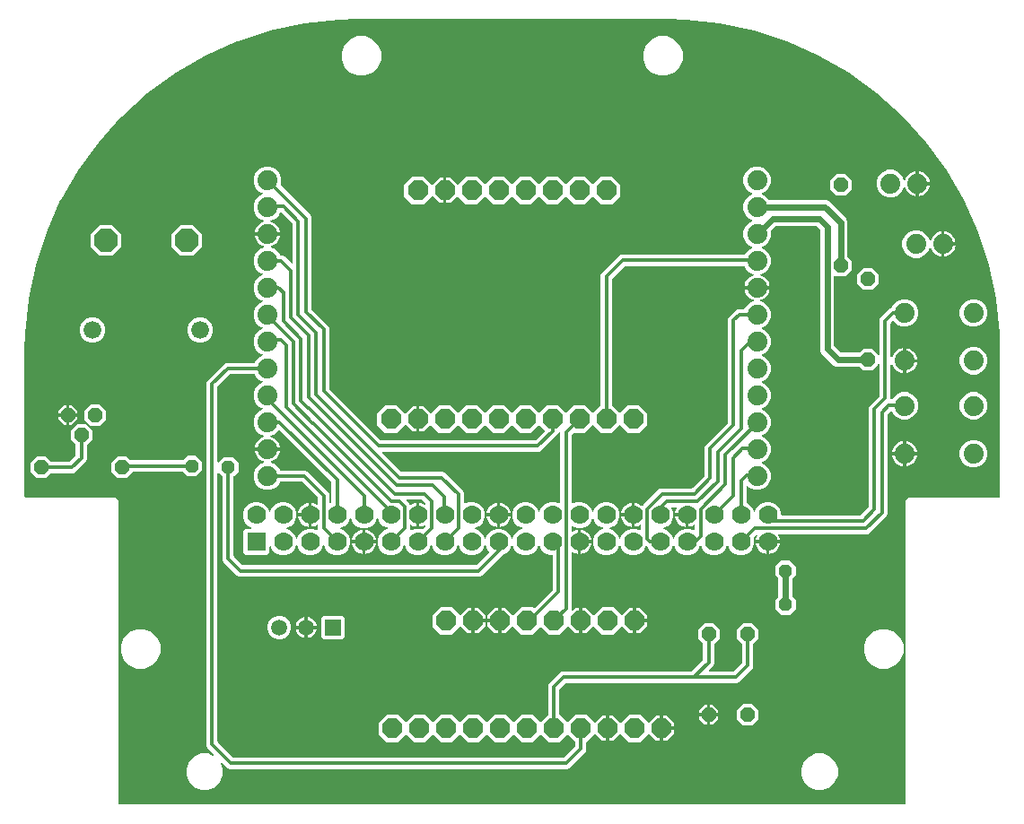
<source format=gtl>
G04 This is an RS-274x file exported by *
G04 gerbv version 2.6.0 *
G04 More information is available about gerbv at *
G04 http://gerbv.gpleda.org/ *
G04 --End of header info--*
%MOIN*%
%FSLAX34Y34*%
%IPPOS*%
%INComponent side*%
G04 --Define apertures--*
%ADD10R,0.0700X0.0700*%
%ADD11C,0.0700*%
%ADD12P,0.0801X8.0000X112.5000*%
%ADD13C,0.0740*%
%ADD14P,0.0920X8.0000X22.5000*%
%ADD15P,0.0563X8.0000X202.5000*%
%ADD16P,0.0563X8.0000X292.5000*%
%ADD17R,0.0594X0.0594*%
%ADD18C,0.0594*%
%ADD19P,0.0563X8.0000X112.5000*%
%ADD20P,0.0801X8.0000X292.5000*%
%ADD21C,0.0660*%
%ADD22C,0.0140*%
%ADD23P,0.0520X8.0000X22.5000*%
%ADD24C,0.0240*%
G04 --Start main section--*
G36*
G01X0014588Y0000170D02*
G01X0014588Y0000170D01*
G01X0014589Y0000170D01*
G01X0014593Y0000171D01*
G01X0014597Y0000172D01*
G01X0014598Y0000172D01*
G01X0014598Y0000172D01*
G01X0014602Y0000174D01*
G01X0014606Y0000176D01*
G01X0014606Y0000177D01*
G01X0014607Y0000177D01*
G01X0014609Y0000180D01*
G01X0014612Y0000183D01*
G01X0014613Y0000184D01*
G01X0014613Y0000184D01*
G01X0014615Y0000188D01*
G01X0014616Y0000192D01*
G01X0014616Y0000193D01*
G01X0014617Y0000193D01*
G01X0014617Y0000200D01*
G01X0014617Y0011488D01*
G01X0014717Y0011587D01*
G01X0018087Y0011587D01*
G01X0018088Y0011587D01*
G01X0018089Y0011587D01*
G01X0018093Y0011588D01*
G01X0018097Y0011589D01*
G01X0018098Y0011589D01*
G01X0018098Y0011589D01*
G01X0018102Y0011592D01*
G01X0018106Y0011593D01*
G01X0018106Y0011594D01*
G01X0018107Y0011594D01*
G01X0018109Y0011598D01*
G01X0018112Y0011600D01*
G01X0018113Y0011601D01*
G01X0018113Y0011602D01*
G01X0018115Y0011606D01*
G01X0018116Y0011609D01*
G01X0018116Y0011610D01*
G01X0018117Y0011611D01*
G01X0018117Y0011617D01*
G01X0018117Y0017028D01*
G01X0018117Y0017028D01*
G01X0018117Y0017028D01*
G01X0018101Y0017672D01*
G01X0018100Y0017673D01*
G01X0018100Y0017674D01*
G01X0017966Y0018955D01*
G01X0017965Y0018956D01*
G01X0017965Y0018958D01*
G01X0017698Y0020217D01*
G01X0017697Y0020218D01*
G01X0017697Y0020220D01*
G01X0017299Y0021445D01*
G01X0017298Y0021446D01*
G01X0017298Y0021448D01*
G01X0016774Y0022624D01*
G01X0016774Y0022625D01*
G01X0016773Y0022627D01*
G01X0016129Y0023742D01*
G01X0016128Y0023742D01*
G01X0016127Y0023744D01*
G01X0015371Y0024786D01*
G01X0015370Y0024787D01*
G01X0015369Y0024788D01*
G01X0014507Y0025745D01*
G01X0014506Y0025746D01*
G01X0014505Y0025747D01*
G01X0013548Y0026609D01*
G01X0013547Y0026609D01*
G01X0013546Y0026611D01*
G01X0012504Y0027367D01*
G01X0012503Y0027368D01*
G01X0012501Y0027369D01*
G01X0011386Y0028013D01*
G01X0011385Y0028013D01*
G01X0011384Y0028014D01*
G01X0010208Y0028538D01*
G01X0010206Y0028538D01*
G01X0010205Y0028539D01*
G01X0008980Y0028937D01*
G01X0008979Y0028937D01*
G01X0008977Y0028938D01*
G01X0007718Y0029205D01*
G01X0007717Y0029206D01*
G01X0007715Y0029206D01*
G01X0006434Y0029341D01*
G01X0006433Y0029340D01*
G01X0006432Y0029341D01*
G01X0005788Y0029358D01*
G01X0005788Y0029357D01*
G01X0005787Y0029358D01*
G01X-005787Y0029358D01*
G01X-005788Y0029357D01*
G01X-005788Y0029358D01*
G01X-006432Y0029341D01*
G01X-006433Y0029341D01*
G01X-006434Y0029341D01*
G01X-007715Y0029206D01*
G01X-007716Y0029206D01*
G01X-007718Y0029205D01*
G01X-008977Y0028938D01*
G01X-008978Y0028937D01*
G01X-008980Y0028937D01*
G01X-010205Y0028539D01*
G01X-010206Y0028539D01*
G01X-010208Y0028538D01*
G01X-011384Y0028014D01*
G01X-011385Y0028014D01*
G01X-011386Y0028013D01*
G01X-012501Y0027369D01*
G01X-012502Y0027368D01*
G01X-012504Y0027367D01*
G01X-013546Y0026611D01*
G01X-013546Y0026610D01*
G01X-013548Y0026609D01*
G01X-014505Y0025747D01*
G01X-014506Y0025746D01*
G01X-014507Y0025745D01*
G01X-015369Y0024788D01*
G01X-015369Y0024787D01*
G01X-015371Y0024786D01*
G01X-016127Y0023744D01*
G01X-016127Y0023744D01*
G01X-016128Y0023744D01*
G01X-016128Y0023744D01*
G01X-016128Y0023743D01*
G01X-016128Y0023743D01*
G01X-016129Y0023742D01*
G01X-016773Y0022627D01*
G01X-016773Y0022626D01*
G01X-016774Y0022624D01*
G01X-017298Y0021448D01*
G01X-017298Y0021447D01*
G01X-017299Y0021445D01*
G01X-017697Y0020220D01*
G01X-017697Y0020219D01*
G01X-017698Y0020217D01*
G01X-017965Y0018958D01*
G01X-017965Y0018957D01*
G01X-017966Y0018955D01*
G01X-018100Y0017674D01*
G01X-018100Y0017674D01*
G01X-018101Y0017672D01*
G01X-018117Y0017028D01*
G01X-018117Y0017028D01*
G01X-018117Y0017028D01*
G01X-018117Y0011617D01*
G01X-018117Y0011617D01*
G01X-018117Y0011616D01*
G01X-018116Y0011612D01*
G01X-018116Y0011608D01*
G01X-018115Y0011607D01*
G01X-018115Y0011606D01*
G01X-018113Y0011603D01*
G01X-018111Y0011599D01*
G01X-018111Y0011599D01*
G01X-018110Y0011598D01*
G01X-018107Y0011595D01*
G01X-018104Y0011593D01*
G01X-018104Y0011592D01*
G01X-018103Y0011592D01*
G01X-018099Y0011590D01*
G01X-018095Y0011588D01*
G01X-018095Y0011588D01*
G01X-018094Y0011588D01*
G01X-018087Y0011587D01*
G01X-014717Y0011587D01*
G01X-014617Y0011488D01*
G01X-014617Y0000200D01*
G01X-014617Y0000199D01*
G01X-014617Y0000198D01*
G01X-014616Y0000194D01*
G01X-014616Y0000190D01*
G01X-014615Y0000190D01*
G01X-014615Y0000189D01*
G01X-014613Y0000185D01*
G01X-014611Y0000182D01*
G01X-014611Y0000181D01*
G01X-014610Y0000181D01*
G01X-014607Y0000178D01*
G01X-014604Y0000175D01*
G01X-014604Y0000175D01*
G01X-014603Y0000174D01*
G01X-014599Y0000173D01*
G01X-014595Y0000171D01*
G01X-014595Y0000171D01*
G01X-014594Y0000171D01*
G01X-014587Y0000170D01*
G01X0014587Y0000170D01*
G01X0014588Y0000170D01*
G37*
%LPC*%
G36*
G01X-011558Y0000697D02*
G01X-011558Y0000697D01*
G01X-011808Y0000800D01*
G01X-012000Y0000992D01*
G01X-012103Y0001242D01*
G01X-012103Y0001514D01*
G01X-012000Y0001764D01*
G01X-011808Y0001956D01*
G01X-011558Y0002059D01*
G01X-011286Y0002059D01*
G01X-011118Y0001990D01*
G01X-011114Y0001989D01*
G01X-011111Y0001988D01*
G01X-011110Y0001988D01*
G01X-011109Y0001987D01*
G01X-011105Y0001988D01*
G01X-011101Y0001988D01*
G01X-011100Y0001988D01*
G01X-011099Y0001988D01*
G01X-011096Y0001990D01*
G01X-011092Y0001991D01*
G01X-011091Y0001992D01*
G01X-011090Y0001992D01*
G01X-011087Y0001995D01*
G01X-011084Y0001997D01*
G01X-011084Y0001998D01*
G01X-011083Y0001999D01*
G01X-011081Y0002002D01*
G01X-011079Y0002005D01*
G01X-011079Y0002006D01*
G01X-011078Y0002007D01*
G01X-011078Y0002011D01*
G01X-011077Y0002015D01*
G01X-011077Y0002016D01*
G01X-011077Y0002017D01*
G01X-011077Y0002021D01*
G01X-011078Y0002024D01*
G01X-011078Y0002025D01*
G01X-011078Y0002026D01*
G01X-011080Y0002030D01*
G01X-011081Y0002033D01*
G01X-011082Y0002034D01*
G01X-011083Y0002035D01*
G01X-011083Y0002036D01*
G01X-011085Y0002038D01*
G01X-011328Y0002281D01*
G01X-011360Y0002358D01*
G01X-011360Y0015842D01*
G01X-011328Y0015919D01*
G01X-010691Y0016556D01*
G01X-010614Y0016588D01*
G01X-009579Y0016588D01*
G01X-009574Y0016588D01*
G01X-009570Y0016589D01*
G01X-009570Y0016589D01*
G01X-009569Y0016589D01*
G01X-009565Y0016591D01*
G01X-009561Y0016593D01*
G01X-009561Y0016594D01*
G01X-009561Y0016594D01*
G01X-009558Y0016597D01*
G01X-009554Y0016600D01*
G01X-009554Y0016601D01*
G01X-009554Y0016601D01*
G01X-009554Y0016601D01*
G01X-009551Y0016606D01*
G01X-009526Y0016667D01*
G01X-009383Y0016810D01*
G01X-009286Y0016850D01*
G01X-009284Y0016851D01*
G01X-009281Y0016853D01*
G01X-009280Y0016854D01*
G01X-009278Y0016855D01*
G01X-009276Y0016857D01*
G01X-009274Y0016859D01*
G01X-009273Y0016861D01*
G01X-009272Y0016862D01*
G01X-009271Y0016865D01*
G01X-009270Y0016868D01*
G01X-009269Y0016870D01*
G01X-009269Y0016872D01*
G01X-009268Y0016874D01*
G01X-009268Y0016877D01*
G01X-009268Y0016879D01*
G01X-009268Y0016881D01*
G01X-009269Y0016884D01*
G01X-009269Y0016887D01*
G01X-009270Y0016889D01*
G01X-009271Y0016891D01*
G01X-009272Y0016893D01*
G01X-009274Y0016895D01*
G01X-009275Y0016897D01*
G01X-009276Y0016898D01*
G01X-009279Y0016900D01*
G01X-009281Y0016902D01*
G01X-009283Y0016904D01*
G01X-009284Y0016904D01*
G01X-009285Y0016905D01*
G01X-009286Y0016905D01*
G01X-009383Y0016945D01*
G01X-009526Y0017089D01*
G01X-009604Y0017276D01*
G01X-009604Y0017479D01*
G01X-009526Y0017667D01*
G01X-009383Y0017810D01*
G01X-009286Y0017850D01*
G01X-009284Y0017851D01*
G01X-009281Y0017853D01*
G01X-009280Y0017854D01*
G01X-009278Y0017855D01*
G01X-009276Y0017857D01*
G01X-009274Y0017859D01*
G01X-009273Y0017861D01*
G01X-009272Y0017862D01*
G01X-009271Y0017865D01*
G01X-009270Y0017868D01*
G01X-009269Y0017870D01*
G01X-009269Y0017872D01*
G01X-009268Y0017874D01*
G01X-009268Y0017877D01*
G01X-009268Y0017879D01*
G01X-009268Y0017881D01*
G01X-009269Y0017884D01*
G01X-009269Y0017887D01*
G01X-009270Y0017889D01*
G01X-009271Y0017891D01*
G01X-009272Y0017893D01*
G01X-009274Y0017895D01*
G01X-009275Y0017897D01*
G01X-009276Y0017898D01*
G01X-009279Y0017900D01*
G01X-009281Y0017902D01*
G01X-009283Y0017904D01*
G01X-009284Y0017904D01*
G01X-009285Y0017905D01*
G01X-009286Y0017905D01*
G01X-009383Y0017945D01*
G01X-009526Y0018089D01*
G01X-009604Y0018276D01*
G01X-009604Y0018479D01*
G01X-009526Y0018667D01*
G01X-009383Y0018810D01*
G01X-009286Y0018850D01*
G01X-009284Y0018851D01*
G01X-009281Y0018853D01*
G01X-009280Y0018854D01*
G01X-009278Y0018855D01*
G01X-009276Y0018857D01*
G01X-009274Y0018859D01*
G01X-009273Y0018861D01*
G01X-009272Y0018862D01*
G01X-009271Y0018865D01*
G01X-009270Y0018868D01*
G01X-009269Y0018870D01*
G01X-009269Y0018872D01*
G01X-009268Y0018874D01*
G01X-009268Y0018877D01*
G01X-009268Y0018879D01*
G01X-009268Y0018881D01*
G01X-009269Y0018884D01*
G01X-009269Y0018887D01*
G01X-009270Y0018889D01*
G01X-009271Y0018891D01*
G01X-009272Y0018893D01*
G01X-009274Y0018895D01*
G01X-009275Y0018897D01*
G01X-009276Y0018898D01*
G01X-009279Y0018900D01*
G01X-009281Y0018902D01*
G01X-009283Y0018904D01*
G01X-009284Y0018904D01*
G01X-009285Y0018905D01*
G01X-009286Y0018905D01*
G01X-009383Y0018945D01*
G01X-009526Y0019089D01*
G01X-009604Y0019276D01*
G01X-009604Y0019479D01*
G01X-009526Y0019667D01*
G01X-009383Y0019810D01*
G01X-009286Y0019850D01*
G01X-009284Y0019851D01*
G01X-009281Y0019853D01*
G01X-009280Y0019854D01*
G01X-009278Y0019855D01*
G01X-009276Y0019857D01*
G01X-009274Y0019859D01*
G01X-009273Y0019861D01*
G01X-009272Y0019862D01*
G01X-009271Y0019865D01*
G01X-009270Y0019868D01*
G01X-009269Y0019870D01*
G01X-009269Y0019872D01*
G01X-009268Y0019874D01*
G01X-009268Y0019877D01*
G01X-009268Y0019879D01*
G01X-009268Y0019881D01*
G01X-009269Y0019884D01*
G01X-009269Y0019887D01*
G01X-009270Y0019889D01*
G01X-009271Y0019891D01*
G01X-009272Y0019893D01*
G01X-009274Y0019895D01*
G01X-009275Y0019897D01*
G01X-009276Y0019898D01*
G01X-009279Y0019900D01*
G01X-009281Y0019902D01*
G01X-009283Y0019904D01*
G01X-009284Y0019904D01*
G01X-009285Y0019905D01*
G01X-009286Y0019905D01*
G01X-009383Y0019945D01*
G01X-009526Y0020089D01*
G01X-009604Y0020276D01*
G01X-009604Y0020479D01*
G01X-009526Y0020667D01*
G01X-009383Y0020810D01*
G01X-009232Y0020873D01*
G01X-009228Y0020875D01*
G01X-009225Y0020877D01*
G01X-009224Y0020877D01*
G01X-009223Y0020878D01*
G01X-009221Y0020881D01*
G01X-009218Y0020884D01*
G01X-009218Y0020885D01*
G01X-009217Y0020885D01*
G01X-009216Y0020889D01*
G01X-009214Y0020893D01*
G01X-009214Y0020893D01*
G01X-009214Y0020894D01*
G01X-009214Y0020898D01*
G01X-009213Y0020902D01*
G01X-009213Y0020903D01*
G01X-009213Y0020904D01*
G01X-009214Y0020908D01*
G01X-009215Y0020912D01*
G01X-009216Y0020912D01*
G01X-009216Y0020913D01*
G01X-009218Y0020916D01*
G01X-009220Y0020920D01*
G01X-009221Y0020920D01*
G01X-009221Y0020921D01*
G01X-009225Y0020924D01*
G01X-009228Y0020926D01*
G01X-009229Y0020927D01*
G01X-009229Y0020927D01*
G01X-009230Y0020927D01*
G01X-009234Y0020929D01*
G01X-009274Y0020942D01*
G01X-009340Y0020976D01*
G01X-009400Y0021019D01*
G01X-009452Y0021071D01*
G01X-009496Y0021131D01*
G01X-009529Y0021197D01*
G01X-009552Y0021268D01*
G01X-009560Y0021318D01*
G01X-009124Y0021318D01*
G01X-009123Y0021318D01*
G01X-009122Y0021318D01*
G01X-009118Y0021319D01*
G01X-009114Y0021319D01*
G01X-009114Y0021320D01*
G01X-009113Y0021320D01*
G01X-009109Y0021322D01*
G01X-009106Y0021324D01*
G01X-009105Y0021324D01*
G01X-009105Y0021325D01*
G01X-009102Y0021328D01*
G01X-009099Y0021331D01*
G01X-009099Y0021331D01*
G01X-009098Y0021332D01*
G01X-009097Y0021336D01*
G01X-009095Y0021340D01*
G01X-009095Y0021340D01*
G01X-009095Y0021341D01*
G01X-009094Y0021348D01*
G01X-009094Y0021408D01*
G01X-009094Y0021408D01*
G01X-009094Y0021409D01*
G01X-009095Y0021413D01*
G01X-009096Y0021417D01*
G01X-009096Y0021418D01*
G01X-009096Y0021419D01*
G01X-009098Y0021422D01*
G01X-009100Y0021426D01*
G01X-009101Y0021426D01*
G01X-009101Y0021427D01*
G01X-009104Y0021430D01*
G01X-009107Y0021432D01*
G01X-009108Y0021433D01*
G01X-009108Y0021433D01*
G01X-009112Y0021435D01*
G01X-009116Y0021436D01*
G01X-009117Y0021437D01*
G01X-009117Y0021437D01*
G01X-009124Y0021438D01*
G01X-009560Y0021438D01*
G01X-009552Y0021488D01*
G01X-009529Y0021558D01*
G01X-009496Y0021624D01*
G01X-009452Y0021684D01*
G01X-009400Y0021736D01*
G01X-009340Y0021780D01*
G01X-009274Y0021813D01*
G01X-009234Y0021826D01*
G01X-009230Y0021828D01*
G01X-009227Y0021830D01*
G01X-009226Y0021830D01*
G01X-009225Y0021831D01*
G01X-009222Y0021834D01*
G01X-009219Y0021836D01*
G01X-009219Y0021837D01*
G01X-009218Y0021838D01*
G01X-009217Y0021841D01*
G01X-009215Y0021845D01*
G01X-009215Y0021846D01*
G01X-009214Y0021847D01*
G01X-009214Y0021850D01*
G01X-009213Y0021854D01*
G01X-009213Y0021855D01*
G01X-009213Y0021856D01*
G01X-009214Y0021860D01*
G01X-009214Y0021864D01*
G01X-009215Y0021865D01*
G01X-009215Y0021866D01*
G01X-009217Y0021869D01*
G01X-009219Y0021873D01*
G01X-009219Y0021873D01*
G01X-009220Y0021874D01*
G01X-009223Y0021877D01*
G01X-009226Y0021879D01*
G01X-009227Y0021880D01*
G01X-009227Y0021880D01*
G01X-009228Y0021881D01*
G01X-009232Y0021883D01*
G01X-009383Y0021945D01*
G01X-009526Y0022089D01*
G01X-009604Y0022276D01*
G01X-009604Y0022479D01*
G01X-009526Y0022667D01*
G01X-009383Y0022810D01*
G01X-009286Y0022850D01*
G01X-009284Y0022851D01*
G01X-009281Y0022853D01*
G01X-009280Y0022854D01*
G01X-009278Y0022855D01*
G01X-009276Y0022857D01*
G01X-009274Y0022859D01*
G01X-009273Y0022861D01*
G01X-009272Y0022862D01*
G01X-009271Y0022865D01*
G01X-009270Y0022868D01*
G01X-009269Y0022870D01*
G01X-009269Y0022872D01*
G01X-009268Y0022874D01*
G01X-009268Y0022877D01*
G01X-009268Y0022879D01*
G01X-009268Y0022881D01*
G01X-009269Y0022884D01*
G01X-009269Y0022887D01*
G01X-009270Y0022889D01*
G01X-009271Y0022891D01*
G01X-009272Y0022893D01*
G01X-009274Y0022895D01*
G01X-009275Y0022897D01*
G01X-009276Y0022898D01*
G01X-009279Y0022900D01*
G01X-009281Y0022902D01*
G01X-009283Y0022904D01*
G01X-009284Y0022904D01*
G01X-009285Y0022905D01*
G01X-009286Y0022905D01*
G01X-009383Y0022945D01*
G01X-009526Y0023089D01*
G01X-009604Y0023276D01*
G01X-009604Y0023479D01*
G01X-009526Y0023667D01*
G01X-009383Y0023810D01*
G01X-009195Y0023888D01*
G01X-008992Y0023888D01*
G01X-008805Y0023810D01*
G01X-008662Y0023667D01*
G01X-008584Y0023479D01*
G01X-008584Y0023276D01*
G01X-008605Y0023224D01*
G01X-008606Y0023220D01*
G01X-008607Y0023216D01*
G01X-008607Y0023215D01*
G01X-008608Y0023215D01*
G01X-008607Y0023210D01*
G01X-008607Y0023206D01*
G01X-008607Y0023206D01*
G01X-008607Y0023205D01*
G01X-008605Y0023201D01*
G01X-008603Y0023197D01*
G01X-008603Y0023197D01*
G01X-008603Y0023197D01*
G01X-008602Y0023196D01*
G01X-008599Y0023192D01*
G01X-007482Y0022075D01*
G01X-007450Y0021998D01*
G01X-007450Y0018589D01*
G01X-007449Y0018586D01*
G01X-007449Y0018582D01*
G01X-007449Y0018581D01*
G01X-007448Y0018580D01*
G01X-007447Y0018577D01*
G01X-007445Y0018573D01*
G01X-007444Y0018572D01*
G01X-007444Y0018571D01*
G01X-007443Y0018570D01*
G01X-007441Y0018568D01*
G01X-006822Y0017949D01*
G01X-006790Y0017872D01*
G01X-006790Y0015629D01*
G01X-006789Y0015626D01*
G01X-006789Y0015622D01*
G01X-006789Y0015621D01*
G01X-006788Y0015620D01*
G01X-006787Y0015617D01*
G01X-006785Y0015613D01*
G01X-006784Y0015612D01*
G01X-006784Y0015611D01*
G01X-006783Y0015610D01*
G01X-006781Y0015608D01*
G01X-004892Y0013719D01*
G01X-004889Y0013717D01*
G01X-004886Y0013714D01*
G01X-004885Y0013714D01*
G01X-004884Y0013713D01*
G01X-004881Y0013712D01*
G01X-004877Y0013711D01*
G01X-004876Y0013711D01*
G01X-004875Y0013710D01*
G01X-004874Y0013710D01*
G01X-004871Y0013710D01*
G01X0000851Y0013710D01*
G01X0000854Y0013711D01*
G01X0000858Y0013711D01*
G01X0000859Y0013711D01*
G01X0000860Y0013712D01*
G01X0000863Y0013713D01*
G01X0000867Y0013715D01*
G01X0000868Y0013716D01*
G01X0000869Y0013716D01*
G01X0000870Y0013717D01*
G01X0000872Y0013719D01*
G01X0001195Y0014042D01*
G01X0001195Y0014042D01*
G01X0001196Y0014043D01*
G01X0001198Y0014046D01*
G01X0001200Y0014050D01*
G01X0001201Y0014050D01*
G01X0001201Y0014051D01*
G01X0001202Y0014055D01*
G01X0001203Y0014059D01*
G01X0001203Y0014060D01*
G01X0001203Y0014060D01*
G01X0001203Y0014064D01*
G01X0001203Y0014068D01*
G01X0001203Y0014069D01*
G01X0001203Y0014070D01*
G01X0001201Y0014074D01*
G01X0001200Y0014078D01*
G01X0001199Y0014078D01*
G01X0001199Y0014079D01*
G01X0001195Y0014084D01*
G01X0001021Y0014258D01*
G01X0001021Y0014258D01*
G01X0001020Y0014259D01*
G01X0001017Y0014261D01*
G01X0001013Y0014263D01*
G01X0001013Y0014263D01*
G01X0001012Y0014264D01*
G01X0001008Y0014265D01*
G01X0001004Y0014266D01*
G01X0001003Y0014266D01*
G01X0001003Y0014266D01*
G01X0000998Y0014266D01*
G01X0000994Y0014266D01*
G01X0000994Y0014266D01*
G01X0000993Y0014265D01*
G01X0000989Y0014264D01*
G01X0000985Y0014262D01*
G01X0000985Y0014262D01*
G01X0000984Y0014262D01*
G01X0000979Y0014258D01*
G01X0000711Y0013990D01*
G01X0000289Y0013990D01*
G01X0000021Y0014258D01*
G01X0000021Y0014258D01*
G01X0000020Y0014259D01*
G01X0000017Y0014261D01*
G01X0000013Y0014263D01*
G01X0000013Y0014263D01*
G01X0000012Y0014264D01*
G01X0000008Y0014265D01*
G01X0000004Y0014266D01*
G01X0000003Y0014266D01*
G01X0000003Y0014266D01*
G01X-000002Y0014266D01*
G01X-000006Y0014266D01*
G01X-000006Y0014266D01*
G01X-000007Y0014265D01*
G01X-000011Y0014264D01*
G01X-000015Y0014262D01*
G01X-000015Y0014262D01*
G01X-000016Y0014262D01*
G01X-000021Y0014258D01*
G01X-000289Y0013990D01*
G01X-000711Y0013990D01*
G01X-000979Y0014258D01*
G01X-000979Y0014258D01*
G01X-000980Y0014259D01*
G01X-000983Y0014261D01*
G01X-000987Y0014263D01*
G01X-000987Y0014263D01*
G01X-000988Y0014264D01*
G01X-000992Y0014265D01*
G01X-000996Y0014266D01*
G01X-000997Y0014266D01*
G01X-000997Y0014266D01*
G01X-001002Y0014266D01*
G01X-001006Y0014266D01*
G01X-001006Y0014266D01*
G01X-001007Y0014265D01*
G01X-001011Y0014264D01*
G01X-001015Y0014262D01*
G01X-001015Y0014262D01*
G01X-001016Y0014262D01*
G01X-001021Y0014258D01*
G01X-001289Y0013990D01*
G01X-001711Y0013990D01*
G01X-001979Y0014258D01*
G01X-001979Y0014258D01*
G01X-001980Y0014259D01*
G01X-001983Y0014261D01*
G01X-001987Y0014263D01*
G01X-001987Y0014263D01*
G01X-001988Y0014264D01*
G01X-001992Y0014265D01*
G01X-001996Y0014266D01*
G01X-001997Y0014266D01*
G01X-001997Y0014266D01*
G01X-002002Y0014266D01*
G01X-002006Y0014266D01*
G01X-002006Y0014266D01*
G01X-002007Y0014265D01*
G01X-002011Y0014264D01*
G01X-002015Y0014262D01*
G01X-002015Y0014262D01*
G01X-002016Y0014262D01*
G01X-002021Y0014258D01*
G01X-002289Y0013990D01*
G01X-002711Y0013990D01*
G01X-003007Y0014286D01*
G01X-003008Y0014286D01*
G01X-003008Y0014287D01*
G01X-003012Y0014289D01*
G01X-003015Y0014291D01*
G01X-003016Y0014292D01*
G01X-003016Y0014292D01*
G01X-003020Y0014293D01*
G01X-003024Y0014294D01*
G01X-003025Y0014294D01*
G01X-003026Y0014294D01*
G01X-003030Y0014294D01*
G01X-003034Y0014294D01*
G01X-003035Y0014294D01*
G01X-003035Y0014294D01*
G01X-003039Y0014292D01*
G01X-003043Y0014291D01*
G01X-003044Y0014290D01*
G01X-003044Y0014290D01*
G01X-003049Y0014286D01*
G01X-003305Y0014030D01*
G01X-003440Y0014030D01*
G01X-003440Y0014470D01*
G01X-003440Y0014471D01*
G01X-003440Y0014472D01*
G01X-003441Y0014476D01*
G01X-003442Y0014480D01*
G01X-003442Y0014480D01*
G01X-003442Y0014481D01*
G01X-003444Y0014485D01*
G01X-003446Y0014488D01*
G01X-003447Y0014489D01*
G01X-003447Y0014489D01*
G01X-003450Y0014492D01*
G01X-003453Y0014495D01*
G01X-003454Y0014495D01*
G01X-003454Y0014496D01*
G01X-003458Y0014497D01*
G01X-003462Y0014499D01*
G01X-003463Y0014499D01*
G01X-003463Y0014499D01*
G01X-003470Y0014500D01*
G01X-003530Y0014500D01*
G01X-003531Y0014500D01*
G01X-003532Y0014500D01*
G01X-003536Y0014499D01*
G01X-003540Y0014498D01*
G01X-003540Y0014498D01*
G01X-003541Y0014498D01*
G01X-003545Y0014496D01*
G01X-003548Y0014494D01*
G01X-003549Y0014493D01*
G01X-003549Y0014493D01*
G01X-003552Y0014490D01*
G01X-003555Y0014487D01*
G01X-003555Y0014486D01*
G01X-003556Y0014486D01*
G01X-003557Y0014482D01*
G01X-003559Y0014478D01*
G01X-003559Y0014477D01*
G01X-003559Y0014477D01*
G01X-003560Y0014470D01*
G01X-003560Y0014030D01*
G01X-003695Y0014030D01*
G01X-003951Y0014286D01*
G01X-003951Y0014286D01*
G01X-003952Y0014287D01*
G01X-003955Y0014289D01*
G01X-003958Y0014291D01*
G01X-003959Y0014292D01*
G01X-003960Y0014292D01*
G01X-003964Y0014293D01*
G01X-003968Y0014294D01*
G01X-003968Y0014294D01*
G01X-003969Y0014294D01*
G01X-003973Y0014294D01*
G01X-003977Y0014294D01*
G01X-003978Y0014294D01*
G01X-003979Y0014294D01*
G01X-003983Y0014292D01*
G01X-003986Y0014291D01*
G01X-003987Y0014290D01*
G01X-003988Y0014290D01*
G01X-003993Y0014286D01*
G01X-004289Y0013990D01*
G01X-004711Y0013990D01*
G01X-005010Y0014289D01*
G01X-005010Y0014711D01*
G01X-004711Y0015010D01*
G01X-004289Y0015010D01*
G01X-003993Y0014714D01*
G01X-003992Y0014714D01*
G01X-003992Y0014713D01*
G01X-003989Y0014711D01*
G01X-003988Y0014710D01*
G01X-003987Y0014710D01*
G01X-003985Y0014709D01*
G01X-003984Y0014708D01*
G01X-003984Y0014708D01*
G01X-003980Y0014707D01*
G01X-003979Y0014706D01*
G01X-003978Y0014706D01*
G01X-003976Y0014706D01*
G01X-003975Y0014706D01*
G01X-003974Y0014706D01*
G01X-003972Y0014706D01*
G01X-003971Y0014706D01*
G01X-003971Y0014706D01*
G01X-003970Y0014706D01*
G01X-003966Y0014706D01*
G01X-003965Y0014706D01*
G01X-003965Y0014706D01*
G01X-003962Y0014707D01*
G01X-003962Y0014707D01*
G01X-003961Y0014708D01*
G01X-003957Y0014709D01*
G01X-003956Y0014710D01*
G01X-003956Y0014710D01*
G01X-003954Y0014711D01*
G01X-003953Y0014712D01*
G01X-003953Y0014712D01*
G01X-003951Y0014714D01*
G01X-003695Y0014970D01*
G01X-003560Y0014970D01*
G01X-003560Y0014530D01*
G01X-003560Y0014529D01*
G01X-003560Y0014528D01*
G01X-003559Y0014524D01*
G01X-003558Y0014520D01*
G01X-003558Y0014520D01*
G01X-003558Y0014519D01*
G01X-003556Y0014515D01*
G01X-003554Y0014512D01*
G01X-003553Y0014511D01*
G01X-003553Y0014511D01*
G01X-003550Y0014508D01*
G01X-003547Y0014505D01*
G01X-003546Y0014505D01*
G01X-003546Y0014504D01*
G01X-003542Y0014503D01*
G01X-003538Y0014501D01*
G01X-003537Y0014501D01*
G01X-003537Y0014501D01*
G01X-003530Y0014500D01*
G01X-003470Y0014500D01*
G01X-003469Y0014500D01*
G01X-003468Y0014500D01*
G01X-003464Y0014501D01*
G01X-003460Y0014502D01*
G01X-003460Y0014502D01*
G01X-003459Y0014502D01*
G01X-003455Y0014504D01*
G01X-003452Y0014506D01*
G01X-003451Y0014507D01*
G01X-003451Y0014507D01*
G01X-003448Y0014510D01*
G01X-003445Y0014513D01*
G01X-003445Y0014514D01*
G01X-003444Y0014514D01*
G01X-003443Y0014518D01*
G01X-003441Y0014522D01*
G01X-003441Y0014523D01*
G01X-003441Y0014523D01*
G01X-003440Y0014530D01*
G01X-003440Y0014970D01*
G01X-003305Y0014970D01*
G01X-003049Y0014714D01*
G01X-003049Y0014714D01*
G01X-003048Y0014713D01*
G01X-003046Y0014711D01*
G01X-003044Y0014710D01*
G01X-003043Y0014710D01*
G01X-003042Y0014709D01*
G01X-003041Y0014708D01*
G01X-003040Y0014708D01*
G01X-003036Y0014707D01*
G01X-003035Y0014706D01*
G01X-003035Y0014706D01*
G01X-003032Y0014706D01*
G01X-003032Y0014706D01*
G01X-003031Y0014706D01*
G01X-003028Y0014706D01*
G01X-003028Y0014706D01*
G01X-003028Y0014706D01*
G01X-003027Y0014706D01*
G01X-003023Y0014706D01*
G01X-003022Y0014706D01*
G01X-003021Y0014706D01*
G01X-003019Y0014707D01*
G01X-003018Y0014707D01*
G01X-003017Y0014708D01*
G01X-003014Y0014709D01*
G01X-003013Y0014710D01*
G01X-003012Y0014710D01*
G01X-003010Y0014711D01*
G01X-003010Y0014712D01*
G01X-003009Y0014712D01*
G01X-003007Y0014714D01*
G01X-002711Y0015010D01*
G01X-002289Y0015010D01*
G01X-002021Y0014742D01*
G01X-002021Y0014742D01*
G01X-002020Y0014741D01*
G01X-002017Y0014739D01*
G01X-002013Y0014737D01*
G01X-002013Y0014737D01*
G01X-002012Y0014736D01*
G01X-002008Y0014735D01*
G01X-002004Y0014734D01*
G01X-002003Y0014734D01*
G01X-002003Y0014734D01*
G01X-001998Y0014734D01*
G01X-001994Y0014734D01*
G01X-001994Y0014734D01*
G01X-001993Y0014735D01*
G01X-001989Y0014736D01*
G01X-001985Y0014738D01*
G01X-001985Y0014738D01*
G01X-001984Y0014738D01*
G01X-001979Y0014742D01*
G01X-001711Y0015010D01*
G01X-001289Y0015010D01*
G01X-001021Y0014742D01*
G01X-001021Y0014742D01*
G01X-001020Y0014741D01*
G01X-001017Y0014739D01*
G01X-001013Y0014737D01*
G01X-001013Y0014737D01*
G01X-001012Y0014736D01*
G01X-001008Y0014735D01*
G01X-001004Y0014734D01*
G01X-001003Y0014734D01*
G01X-001003Y0014734D01*
G01X-000998Y0014734D01*
G01X-000994Y0014734D01*
G01X-000994Y0014734D01*
G01X-000993Y0014735D01*
G01X-000989Y0014736D01*
G01X-000985Y0014738D01*
G01X-000985Y0014738D01*
G01X-000984Y0014738D01*
G01X-000979Y0014742D01*
G01X-000711Y0015010D01*
G01X-000289Y0015010D01*
G01X-000021Y0014742D01*
G01X-000021Y0014742D01*
G01X-000020Y0014741D01*
G01X-000017Y0014739D01*
G01X-000013Y0014737D01*
G01X-000013Y0014737D01*
G01X-000012Y0014736D01*
G01X-000008Y0014735D01*
G01X-000004Y0014734D01*
G01X-000003Y0014734D01*
G01X-000003Y0014734D01*
G01X0000002Y0014734D01*
G01X0000006Y0014734D01*
G01X0000006Y0014734D01*
G01X0000007Y0014735D01*
G01X0000011Y0014736D01*
G01X0000015Y0014738D01*
G01X0000015Y0014738D01*
G01X0000016Y0014738D01*
G01X0000021Y0014742D01*
G01X0000289Y0015010D01*
G01X0000711Y0015010D01*
G01X0000979Y0014742D01*
G01X0000979Y0014742D01*
G01X0000980Y0014741D01*
G01X0000983Y0014739D01*
G01X0000987Y0014737D01*
G01X0000987Y0014737D01*
G01X0000988Y0014736D01*
G01X0000992Y0014735D01*
G01X0000996Y0014734D01*
G01X0000997Y0014734D01*
G01X0000997Y0014734D01*
G01X0001002Y0014734D01*
G01X0001006Y0014734D01*
G01X0001006Y0014734D01*
G01X0001007Y0014735D01*
G01X0001011Y0014736D01*
G01X0001015Y0014738D01*
G01X0001015Y0014738D01*
G01X0001016Y0014738D01*
G01X0001021Y0014742D01*
G01X0001289Y0015010D01*
G01X0001711Y0015010D01*
G01X0001979Y0014742D01*
G01X0001979Y0014742D01*
G01X0001980Y0014741D01*
G01X0001983Y0014739D01*
G01X0001987Y0014737D01*
G01X0001987Y0014737D01*
G01X0001988Y0014736D01*
G01X0001992Y0014735D01*
G01X0001996Y0014734D01*
G01X0001997Y0014734D01*
G01X0001997Y0014734D01*
G01X0002002Y0014734D01*
G01X0002006Y0014734D01*
G01X0002006Y0014734D01*
G01X0002007Y0014735D01*
G01X0002011Y0014736D01*
G01X0002015Y0014738D01*
G01X0002015Y0014738D01*
G01X0002016Y0014738D01*
G01X0002021Y0014742D01*
G01X0002289Y0015010D01*
G01X0002711Y0015010D01*
G01X0002979Y0014742D01*
G01X0002979Y0014742D01*
G01X0002980Y0014741D01*
G01X0002983Y0014739D01*
G01X0002987Y0014737D01*
G01X0002987Y0014737D01*
G01X0002988Y0014736D01*
G01X0002992Y0014735D01*
G01X0002996Y0014734D01*
G01X0002997Y0014734D01*
G01X0002997Y0014734D01*
G01X0003002Y0014734D01*
G01X0003006Y0014734D01*
G01X0003006Y0014734D01*
G01X0003007Y0014735D01*
G01X0003011Y0014736D01*
G01X0003015Y0014738D01*
G01X0003015Y0014738D01*
G01X0003016Y0014738D01*
G01X0003021Y0014742D01*
G01X0003281Y0015002D01*
G01X0003283Y0015005D01*
G01X0003286Y0015008D01*
G01X0003286Y0015009D01*
G01X0003287Y0015010D01*
G01X0003288Y0015014D01*
G01X0003289Y0015017D01*
G01X0003289Y0015019D01*
G01X0003290Y0015020D01*
G01X0003290Y0015021D01*
G01X0003290Y0015024D01*
G01X0003290Y0019842D01*
G01X0003322Y0019919D01*
G01X0003981Y0020578D01*
G01X0004058Y0020610D01*
G01X0008618Y0020610D01*
G01X0008623Y0020611D01*
G01X0008627Y0020611D01*
G01X0008627Y0020612D01*
G01X0008628Y0020612D01*
G01X0008632Y0020614D01*
G01X0008636Y0020616D01*
G01X0008636Y0020616D01*
G01X0008636Y0020616D01*
G01X0008639Y0020619D01*
G01X0008643Y0020623D01*
G01X0008643Y0020623D01*
G01X0008643Y0020623D01*
G01X0008643Y0020624D01*
G01X0008646Y0020629D01*
G01X0008662Y0020667D01*
G01X0008805Y0020810D01*
G01X0008901Y0020850D01*
G01X0008904Y0020851D01*
G01X0008906Y0020853D01*
G01X0008908Y0020854D01*
G01X0008910Y0020855D01*
G01X0008911Y0020857D01*
G01X0008914Y0020859D01*
G01X0008914Y0020861D01*
G01X0008916Y0020862D01*
G01X0008917Y0020865D01*
G01X0008918Y0020868D01*
G01X0008919Y0020870D01*
G01X0008919Y0020872D01*
G01X0008919Y0020874D01*
G01X0008920Y0020877D01*
G01X0008920Y0020879D01*
G01X0008920Y0020881D01*
G01X0008919Y0020884D01*
G01X0008919Y0020887D01*
G01X0008918Y0020889D01*
G01X0008917Y0020891D01*
G01X0008915Y0020893D01*
G01X0008914Y0020895D01*
G01X0008913Y0020897D01*
G01X0008911Y0020898D01*
G01X0008909Y0020900D01*
G01X0008907Y0020902D01*
G01X0008905Y0020904D01*
G01X0008904Y0020904D01*
G01X0008903Y0020905D01*
G01X0008901Y0020905D01*
G01X0008805Y0020945D01*
G01X0008662Y0021089D01*
G01X0008584Y0021276D01*
G01X0008584Y0021479D01*
G01X0008662Y0021667D01*
G01X0008805Y0021810D01*
G01X0008901Y0021850D01*
G01X0008904Y0021851D01*
G01X0008906Y0021853D01*
G01X0008908Y0021854D01*
G01X0008910Y0021855D01*
G01X0008911Y0021857D01*
G01X0008914Y0021859D01*
G01X0008914Y0021861D01*
G01X0008916Y0021862D01*
G01X0008917Y0021865D01*
G01X0008918Y0021868D01*
G01X0008919Y0021870D01*
G01X0008919Y0021872D01*
G01X0008919Y0021874D01*
G01X0008920Y0021877D01*
G01X0008920Y0021879D01*
G01X0008920Y0021881D01*
G01X0008919Y0021884D01*
G01X0008919Y0021887D01*
G01X0008918Y0021889D01*
G01X0008917Y0021891D01*
G01X0008915Y0021893D01*
G01X0008914Y0021895D01*
G01X0008913Y0021897D01*
G01X0008911Y0021898D01*
G01X0008909Y0021900D01*
G01X0008907Y0021902D01*
G01X0008905Y0021904D01*
G01X0008904Y0021904D01*
G01X0008903Y0021905D01*
G01X0008901Y0021905D01*
G01X0008805Y0021945D01*
G01X0008662Y0022089D01*
G01X0008584Y0022276D01*
G01X0008584Y0022479D01*
G01X0008662Y0022667D01*
G01X0008805Y0022810D01*
G01X0008901Y0022850D01*
G01X0008904Y0022851D01*
G01X0008906Y0022853D01*
G01X0008908Y0022854D01*
G01X0008910Y0022855D01*
G01X0008911Y0022857D01*
G01X0008914Y0022859D01*
G01X0008914Y0022861D01*
G01X0008916Y0022862D01*
G01X0008917Y0022865D01*
G01X0008918Y0022868D01*
G01X0008919Y0022870D01*
G01X0008919Y0022872D01*
G01X0008919Y0022874D01*
G01X0008920Y0022877D01*
G01X0008920Y0022879D01*
G01X0008920Y0022881D01*
G01X0008919Y0022884D01*
G01X0008919Y0022887D01*
G01X0008918Y0022889D01*
G01X0008917Y0022891D01*
G01X0008915Y0022893D01*
G01X0008914Y0022895D01*
G01X0008913Y0022897D01*
G01X0008911Y0022898D01*
G01X0008909Y0022900D01*
G01X0008907Y0022902D01*
G01X0008905Y0022904D01*
G01X0008904Y0022904D01*
G01X0008903Y0022905D01*
G01X0008901Y0022905D01*
G01X0008805Y0022945D01*
G01X0008662Y0023089D01*
G01X0008584Y0023276D01*
G01X0008584Y0023479D01*
G01X0008662Y0023667D01*
G01X0008805Y0023810D01*
G01X0008992Y0023888D01*
G01X0009195Y0023888D01*
G01X0009383Y0023810D01*
G01X0009526Y0023667D01*
G01X0009604Y0023479D01*
G01X0009604Y0023276D01*
G01X0009526Y0023089D01*
G01X0009383Y0022945D01*
G01X0009286Y0022905D01*
G01X0009284Y0022904D01*
G01X0009281Y0022903D01*
G01X0009280Y0022901D01*
G01X0009278Y0022900D01*
G01X0009276Y0022898D01*
G01X0009274Y0022896D01*
G01X0009273Y0022894D01*
G01X0009272Y0022893D01*
G01X0009271Y0022890D01*
G01X0009270Y0022888D01*
G01X0009269Y0022886D01*
G01X0009269Y0022884D01*
G01X0009268Y0022881D01*
G01X0009268Y0022878D01*
G01X0009268Y0022876D01*
G01X0009268Y0022874D01*
G01X0009269Y0022871D01*
G01X0009269Y0022869D01*
G01X0009270Y0022867D01*
G01X0009271Y0022865D01*
G01X0009272Y0022862D01*
G01X0009274Y0022860D01*
G01X0009275Y0022858D01*
G01X0009276Y0022857D01*
G01X0009279Y0022855D01*
G01X0009281Y0022853D01*
G01X0009283Y0022852D01*
G01X0009284Y0022851D01*
G01X0009285Y0022851D01*
G01X0009286Y0022850D01*
G01X0009383Y0022810D01*
G01X0009526Y0022667D01*
G01X0009531Y0022656D01*
G01X0009533Y0022652D01*
G01X0009535Y0022648D01*
G01X0009536Y0022648D01*
G01X0009536Y0022648D01*
G01X0009539Y0022645D01*
G01X0009543Y0022642D01*
G01X0009543Y0022642D01*
G01X0009543Y0022642D01*
G01X0009547Y0022640D01*
G01X0009552Y0022638D01*
G01X0009552Y0022638D01*
G01X0009552Y0022638D01*
G01X0009553Y0022638D01*
G01X0009558Y0022638D01*
G01X0011674Y0022638D01*
G01X0011770Y0022598D01*
G01X0012420Y0021947D01*
G01X0012460Y0021852D01*
G01X0012460Y0020518D01*
G01X0012461Y0020515D01*
G01X0012461Y0020511D01*
G01X0012461Y0020510D01*
G01X0012462Y0020509D01*
G01X0012463Y0020505D01*
G01X0012465Y0020502D01*
G01X0012466Y0020501D01*
G01X0012466Y0020500D01*
G01X0012467Y0020499D01*
G01X0012469Y0020497D01*
G01X0012600Y0020366D01*
G01X0012600Y0020034D01*
G01X0012366Y0019800D01*
G01X0012034Y0019800D01*
G01X0012011Y0019823D01*
G01X0012009Y0019825D01*
G01X0012007Y0019827D01*
G01X0012005Y0019828D01*
G01X0012003Y0019829D01*
G01X0012001Y0019830D01*
G01X0011998Y0019831D01*
G01X0011996Y0019831D01*
G01X0011994Y0019832D01*
G01X0011991Y0019831D01*
G01X0011988Y0019832D01*
G01X0011986Y0019831D01*
G01X0011984Y0019831D01*
G01X0011982Y0019830D01*
G01X0011979Y0019830D01*
G01X0011977Y0019829D01*
G01X0011975Y0019828D01*
G01X0011973Y0019826D01*
G01X0011971Y0019825D01*
G01X0011969Y0019823D01*
G01X0011968Y0019822D01*
G01X0011966Y0019820D01*
G01X0011964Y0019817D01*
G01X0011964Y0019816D01*
G01X0011963Y0019814D01*
G01X0011962Y0019811D01*
G01X0011961Y0019808D01*
G01X0011960Y0019806D01*
G01X0011960Y0019804D01*
G01X0011960Y0019804D01*
G01X0011960Y0019802D01*
G01X0011960Y0017220D01*
G01X0011961Y0017217D01*
G01X0011961Y0017213D01*
G01X0011961Y0017212D01*
G01X0011962Y0017211D01*
G01X0011963Y0017207D01*
G01X0011965Y0017204D01*
G01X0011966Y0017203D01*
G01X0011966Y0017202D01*
G01X0011967Y0017201D01*
G01X0011969Y0017199D01*
G01X0012199Y0016969D01*
G01X0012202Y0016967D01*
G01X0012205Y0016964D01*
G01X0012206Y0016964D01*
G01X0012207Y0016963D01*
G01X0012210Y0016962D01*
G01X0012214Y0016961D01*
G01X0012215Y0016961D01*
G01X0012216Y0016960D01*
G01X0012217Y0016960D01*
G01X0012220Y0016960D01*
G01X0012882Y0016960D01*
G01X0012885Y0016961D01*
G01X0012889Y0016961D01*
G01X0012890Y0016961D01*
G01X0012891Y0016962D01*
G01X0012895Y0016963D01*
G01X0012898Y0016965D01*
G01X0012899Y0016966D01*
G01X0012900Y0016966D01*
G01X0012901Y0016967D01*
G01X0012903Y0016969D01*
G01X0013034Y0017100D01*
G01X0013366Y0017100D01*
G01X0013589Y0016877D01*
G01X0013591Y0016875D01*
G01X0013593Y0016873D01*
G01X0013595Y0016872D01*
G01X0013597Y0016871D01*
G01X0013599Y0016870D01*
G01X0013602Y0016869D01*
G01X0013604Y0016869D01*
G01X0013606Y0016868D01*
G01X0013609Y0016869D01*
G01X0013612Y0016868D01*
G01X0013614Y0016869D01*
G01X0013616Y0016869D01*
G01X0013618Y0016870D01*
G01X0013621Y0016870D01*
G01X0013623Y0016871D01*
G01X0013625Y0016872D01*
G01X0013627Y0016874D01*
G01X0013629Y0016875D01*
G01X0013631Y0016877D01*
G01X0013632Y0016878D01*
G01X0013634Y0016880D01*
G01X0013636Y0016883D01*
G01X0013636Y0016884D01*
G01X0013637Y0016886D01*
G01X0013638Y0016889D01*
G01X0013639Y0016892D01*
G01X0013640Y0016894D01*
G01X0013640Y0016896D01*
G01X0013640Y0016896D01*
G01X0013640Y0016898D01*
G01X0013640Y0018192D01*
G01X0013672Y0018269D01*
G01X0014021Y0018618D01*
G01X0014095Y0018649D01*
G01X0014098Y0018651D01*
G01X0014101Y0018652D01*
G01X0014102Y0018653D01*
G01X0014103Y0018654D01*
G01X0014105Y0018656D01*
G01X0014108Y0018659D01*
G01X0014109Y0018660D01*
G01X0014109Y0018661D01*
G01X0014110Y0018662D01*
G01X0014111Y0018665D01*
G01X0014138Y0018729D01*
G01X0014281Y0018872D01*
G01X0014469Y0018950D01*
G01X0014671Y0018950D01*
G01X0014859Y0018872D01*
G01X0015002Y0018729D01*
G01X0015080Y0018541D01*
G01X0015080Y0018339D01*
G01X0015002Y0018151D01*
G01X0014859Y0018008D01*
G01X0014671Y0017930D01*
G01X0014469Y0017930D01*
G01X0014281Y0018008D01*
G01X0014164Y0018125D01*
G01X0014163Y0018125D01*
G01X0014163Y0018126D01*
G01X0014159Y0018128D01*
G01X0014156Y0018130D01*
G01X0014155Y0018131D01*
G01X0014155Y0018131D01*
G01X0014151Y0018132D01*
G01X0014147Y0018133D01*
G01X0014146Y0018133D01*
G01X0014145Y0018133D01*
G01X0014141Y0018133D01*
G01X0014137Y0018133D01*
G01X0014137Y0018133D01*
G01X0014136Y0018133D01*
G01X0014132Y0018131D01*
G01X0014128Y0018130D01*
G01X0014128Y0018129D01*
G01X0014127Y0018129D01*
G01X0014122Y0018125D01*
G01X0014069Y0018072D01*
G01X0014067Y0018069D01*
G01X0014064Y0018066D01*
G01X0014064Y0018065D01*
G01X0014063Y0018064D01*
G01X0014062Y0018061D01*
G01X0014061Y0018057D01*
G01X0014061Y0018056D01*
G01X0014060Y0018055D01*
G01X0014060Y0018053D01*
G01X0014060Y0018051D01*
G01X0014060Y0016801D01*
G01X0014060Y0016801D01*
G01X0014060Y0016800D01*
G01X0014061Y0016796D01*
G01X0014062Y0016791D01*
G01X0014062Y0016791D01*
G01X0014062Y0016791D01*
G01X0014064Y0016787D01*
G01X0014066Y0016783D01*
G01X0014066Y0016783D01*
G01X0014066Y0016782D01*
G01X0014070Y0016779D01*
G01X0014073Y0016776D01*
G01X0014073Y0016776D01*
G01X0014073Y0016776D01*
G01X0014078Y0016774D01*
G01X0014082Y0016772D01*
G01X0014082Y0016772D01*
G01X0014082Y0016772D01*
G01X0014087Y0016771D01*
G01X0014092Y0016771D01*
G01X0014092Y0016771D01*
G01X0014092Y0016771D01*
G01X0014096Y0016772D01*
G01X0014101Y0016773D01*
G01X0014101Y0016773D01*
G01X0014101Y0016773D01*
G01X0014105Y0016775D01*
G01X0014109Y0016778D01*
G01X0014109Y0016778D01*
G01X0014110Y0016778D01*
G01X0014113Y0016782D01*
G01X0014116Y0016785D01*
G01X0014116Y0016785D01*
G01X0014116Y0016785D01*
G01X0014119Y0016791D01*
G01X0014134Y0016840D01*
G01X0014168Y0016906D01*
G01X0014211Y0016966D01*
G01X0014264Y0017019D01*
G01X0014324Y0017062D01*
G01X0014390Y0017096D01*
G01X0014460Y0017118D01*
G01X0014510Y0017126D01*
G01X0014510Y0016690D01*
G01X0014510Y0016689D01*
G01X0014510Y0016688D01*
G01X0014511Y0016684D01*
G01X0014512Y0016680D01*
G01X0014512Y0016680D01*
G01X0014512Y0016679D01*
G01X0014514Y0016675D01*
G01X0014516Y0016672D01*
G01X0014517Y0016671D01*
G01X0014517Y0016671D01*
G01X0014520Y0016668D01*
G01X0014523Y0016665D01*
G01X0014524Y0016665D01*
G01X0014524Y0016664D01*
G01X0014528Y0016663D01*
G01X0014532Y0016661D01*
G01X0014533Y0016661D01*
G01X0014533Y0016661D01*
G01X0014540Y0016660D01*
G01X0014570Y0016660D01*
G01X0014570Y0016660D01*
G01X0014540Y0016660D01*
G01X0014539Y0016660D01*
G01X0014538Y0016660D01*
G01X0014534Y0016659D01*
G01X0014530Y0016658D01*
G01X0014530Y0016658D01*
G01X0014529Y0016658D01*
G01X0014525Y0016656D01*
G01X0014522Y0016654D01*
G01X0014521Y0016653D01*
G01X0014521Y0016653D01*
G01X0014518Y0016650D01*
G01X0014515Y0016647D01*
G01X0014515Y0016646D01*
G01X0014514Y0016646D01*
G01X0014513Y0016642D01*
G01X0014511Y0016638D01*
G01X0014511Y0016637D01*
G01X0014511Y0016637D01*
G01X0014510Y0016630D01*
G01X0014510Y0016194D01*
G01X0014460Y0016202D01*
G01X0014390Y0016224D01*
G01X0014324Y0016258D01*
G01X0014264Y0016301D01*
G01X0014211Y0016354D01*
G01X0014168Y0016414D01*
G01X0014134Y0016480D01*
G01X0014119Y0016529D01*
G01X0014118Y0016529D01*
G01X0014118Y0016529D01*
G01X0014116Y0016533D01*
G01X0014114Y0016537D01*
G01X0014114Y0016537D01*
G01X0014114Y0016537D01*
G01X0014110Y0016541D01*
G01X0014107Y0016544D01*
G01X0014107Y0016544D01*
G01X0014107Y0016544D01*
G01X0014103Y0016546D01*
G01X0014098Y0016548D01*
G01X0014098Y0016548D01*
G01X0014098Y0016548D01*
G01X0014093Y0016549D01*
G01X0014089Y0016549D01*
G01X0014089Y0016549D01*
G01X0014088Y0016549D01*
G01X0014084Y0016548D01*
G01X0014079Y0016547D01*
G01X0014079Y0016547D01*
G01X0014079Y0016547D01*
G01X0014075Y0016545D01*
G01X0014071Y0016542D01*
G01X0014071Y0016542D01*
G01X0014071Y0016542D01*
G01X0014068Y0016539D01*
G01X0014065Y0016535D01*
G01X0014064Y0016535D01*
G01X0014064Y0016535D01*
G01X0014063Y0016530D01*
G01X0014061Y0016526D01*
G01X0014061Y0016526D01*
G01X0014061Y0016526D01*
G01X0014060Y0016519D01*
G01X0014060Y0015242D01*
G01X0014061Y0015238D01*
G01X0014061Y0015235D01*
G01X0014061Y0015234D01*
G01X0014062Y0015233D01*
G01X0014063Y0015229D01*
G01X0014065Y0015226D01*
G01X0014066Y0015225D01*
G01X0014066Y0015224D01*
G01X0014069Y0015221D01*
G01X0014071Y0015219D01*
G01X0014072Y0015218D01*
G01X0014073Y0015217D01*
G01X0014077Y0015216D01*
G01X0014080Y0015214D01*
G01X0014081Y0015214D01*
G01X0014082Y0015213D01*
G01X0014086Y0015213D01*
G01X0014090Y0015212D01*
G01X0014091Y0015212D01*
G01X0014092Y0015212D01*
G01X0014095Y0015213D01*
G01X0014099Y0015214D01*
G01X0014100Y0015214D01*
G01X0014101Y0015214D01*
G01X0014104Y0015216D01*
G01X0014108Y0015218D01*
G01X0014108Y0015219D01*
G01X0014109Y0015219D01*
G01X0014112Y0015222D01*
G01X0014114Y0015225D01*
G01X0014115Y0015226D01*
G01X0014116Y0015227D01*
G01X0014116Y0015228D01*
G01X0014118Y0015231D01*
G01X0014138Y0015279D01*
G01X0014281Y0015422D01*
G01X0014469Y0015500D01*
G01X0014671Y0015500D01*
G01X0014859Y0015422D01*
G01X0015002Y0015279D01*
G01X0015080Y0015091D01*
G01X0015080Y0014889D01*
G01X0015002Y0014701D01*
G01X0014859Y0014558D01*
G01X0014671Y0014480D01*
G01X0014469Y0014480D01*
G01X0014281Y0014558D01*
G01X0014138Y0014701D01*
G01X0014108Y0014771D01*
G01X0014106Y0014775D01*
G01X0014104Y0014779D01*
G01X0014104Y0014779D01*
G01X0014103Y0014780D01*
G01X0014100Y0014783D01*
G01X0014096Y0014786D01*
G01X0014096Y0014786D01*
G01X0014096Y0014786D01*
G01X0014092Y0014788D01*
G01X0014087Y0014789D01*
G01X0014087Y0014789D01*
G01X0014087Y0014789D01*
G01X0014086Y0014789D01*
G01X0014082Y0014790D01*
G01X0014082Y0014790D01*
G01X0014082Y0014790D01*
G01X0014081Y0014790D01*
G01X0014079Y0014790D01*
G01X0014078Y0014790D01*
G01X0014077Y0014790D01*
G01X0014076Y0014789D01*
G01X0014076Y0014789D01*
G01X0014072Y0014789D01*
G01X0014071Y0014789D01*
G01X0014070Y0014788D01*
G01X0014067Y0014787D01*
G01X0014063Y0014785D01*
G01X0014062Y0014784D01*
G01X0014061Y0014784D01*
G01X0014060Y0014783D01*
G01X0014058Y0014781D01*
G01X0013949Y0014672D01*
G01X0013947Y0014669D01*
G01X0013944Y0014666D01*
G01X0013944Y0014665D01*
G01X0013943Y0014664D01*
G01X0013942Y0014661D01*
G01X0013941Y0014657D01*
G01X0013941Y0014656D01*
G01X0013940Y0014655D01*
G01X0013940Y0014653D01*
G01X0013940Y0014651D01*
G01X0013940Y0010969D01*
G01X0013908Y0010892D01*
G01X0013271Y0010255D01*
G01X0013194Y0010223D01*
G01X0009900Y0010223D01*
G01X0009899Y0010223D01*
G01X0009899Y0010223D01*
G01X0009894Y0010222D01*
G01X0009890Y0010221D01*
G01X0009890Y0010221D01*
G01X0009889Y0010221D01*
G01X0009885Y0010219D01*
G01X0009882Y0010217D01*
G01X0009881Y0010217D01*
G01X0009881Y0010216D01*
G01X0009878Y0010213D01*
G01X0009875Y0010210D01*
G01X0009875Y0010209D01*
G01X0009874Y0010209D01*
G01X0009873Y0010205D01*
G01X0009871Y0010201D01*
G01X0009871Y0010201D01*
G01X0009871Y0010200D01*
G01X0009870Y0010196D01*
G01X0009870Y0010192D01*
G01X0009870Y0010191D01*
G01X0009870Y0010191D01*
G01X0009871Y0010186D01*
G01X0009872Y0010182D01*
G01X0009872Y0010182D01*
G01X0009872Y0010181D01*
G01X0009875Y0010175D01*
G01X0009880Y0010169D01*
G01X0009912Y0010106D01*
G01X0009934Y0010038D01*
G01X0009941Y0009993D01*
G01X0009525Y0009993D01*
G01X0009524Y0009993D01*
G01X0009524Y0009993D01*
G01X0009520Y0009992D01*
G01X0009516Y0009991D01*
G01X0009515Y0009991D01*
G01X0009514Y0009991D01*
G01X0009511Y0009989D01*
G01X0009507Y0009987D01*
G01X0009507Y0009986D01*
G01X0009506Y0009986D01*
G01X0009503Y0009983D01*
G01X0009501Y0009980D01*
G01X0009500Y0009979D01*
G01X0009500Y0009979D01*
G01X0009498Y0009975D01*
G01X0009496Y0009971D01*
G01X0009496Y0009970D01*
G01X0009496Y0009970D01*
G01X0009495Y0009963D01*
G01X0009495Y0009933D01*
G01X0009495Y0009933D01*
G01X0009495Y0009963D01*
G01X0009495Y0009964D01*
G01X0009495Y0009965D01*
G01X0009494Y0009969D01*
G01X0009494Y0009973D01*
G01X0009493Y0009973D01*
G01X0009493Y0009974D01*
G01X0009491Y0009978D01*
G01X0009489Y0009981D01*
G01X0009489Y0009982D01*
G01X0009488Y0009982D01*
G01X0009485Y0009985D01*
G01X0009482Y0009988D01*
G01X0009481Y0009988D01*
G01X0009481Y0009989D01*
G01X0009477Y0009990D01*
G01X0009473Y0009992D01*
G01X0009473Y0009992D01*
G01X0009472Y0009992D01*
G01X0009465Y0009993D01*
G01X0009049Y0009993D01*
G01X0009056Y0010038D01*
G01X0009078Y0010106D01*
G01X0009110Y0010168D01*
G01X0009110Y0010168D01*
G01X0009110Y0010168D01*
G01X0009111Y0010171D01*
G01X0009111Y0010172D01*
G01X0009111Y0010173D01*
G01X0009113Y0010177D01*
G01X0009113Y0010177D01*
G01X0009113Y0010177D01*
G01X0009113Y0010182D01*
G01X0009113Y0010187D01*
G01X0009113Y0010187D01*
G01X0009113Y0010187D01*
G01X0009111Y0010192D01*
G01X0009109Y0010196D01*
G01X0009109Y0010196D01*
G01X0009109Y0010196D01*
G01X0009106Y0010200D01*
G01X0009103Y0010204D01*
G01X0009103Y0010204D01*
G01X0009103Y0010204D01*
G01X0009099Y0010206D01*
G01X0009095Y0010209D01*
G01X0009095Y0010209D01*
G01X0009095Y0010209D01*
G01X0009091Y0010210D01*
G01X0009086Y0010211D01*
G01X0009086Y0010211D01*
G01X0009086Y0010211D01*
G01X0009081Y0010211D01*
G01X0009076Y0010211D01*
G01X0009076Y0010211D01*
G01X0009076Y0010211D01*
G01X0009072Y0010209D01*
G01X0009067Y0010207D01*
G01X0009067Y0010207D01*
G01X0009067Y0010207D01*
G01X0009062Y0010203D01*
G01X0008971Y0010112D01*
G01X0008969Y0010109D01*
G01X0008966Y0010105D01*
G01X0008966Y0010105D01*
G01X0008966Y0010104D01*
G01X0008964Y0010100D01*
G01X0008963Y0010096D01*
G01X0008963Y0010095D01*
G01X0008963Y0010095D01*
G01X0008963Y0010091D01*
G01X0008963Y0010089D01*
G01X0008963Y0010089D01*
G01X0008963Y0010089D01*
G01X0008963Y0010086D01*
G01X0008963Y0010086D01*
G01X0008963Y0010085D01*
G01X0008964Y0010085D01*
G01X0008965Y0010080D01*
G01X0008985Y0010031D01*
G01X0008985Y0009836D01*
G01X0008911Y0009655D01*
G01X0008773Y0009518D01*
G01X0008593Y0009443D01*
G01X0008398Y0009443D01*
G01X0008218Y0009518D01*
G01X0008080Y0009655D01*
G01X0008023Y0009793D01*
G01X0008021Y0009795D01*
G01X0008020Y0009798D01*
G01X0008019Y0009799D01*
G01X0008018Y0009801D01*
G01X0008016Y0009803D01*
G01X0008014Y0009805D01*
G01X0008012Y0009806D01*
G01X0008010Y0009807D01*
G01X0008008Y0009808D01*
G01X0008005Y0009810D01*
G01X0008003Y0009810D01*
G01X0008001Y0009811D01*
G01X0007999Y0009811D01*
G01X0007996Y0009811D01*
G01X0007994Y0009811D01*
G01X0007992Y0009811D01*
G01X0007989Y0009810D01*
G01X0007986Y0009810D01*
G01X0007984Y0009809D01*
G01X0007982Y0009808D01*
G01X0007980Y0009807D01*
G01X0007978Y0009806D01*
G01X0007976Y0009804D01*
G01X0007974Y0009803D01*
G01X0007973Y0009801D01*
G01X0007971Y0009799D01*
G01X0007969Y0009796D01*
G01X0007969Y0009795D01*
G01X0007968Y0009794D01*
G01X0007968Y0009793D01*
G01X0007911Y0009655D01*
G01X0007773Y0009518D01*
G01X0007593Y0009443D01*
G01X0007398Y0009443D01*
G01X0007218Y0009518D01*
G01X0007080Y0009655D01*
G01X0007023Y0009793D01*
G01X0007021Y0009795D01*
G01X0007020Y0009798D01*
G01X0007019Y0009799D01*
G01X0007018Y0009801D01*
G01X0007016Y0009803D01*
G01X0007014Y0009805D01*
G01X0007012Y0009806D01*
G01X0007010Y0009807D01*
G01X0007008Y0009808D01*
G01X0007005Y0009810D01*
G01X0007003Y0009810D01*
G01X0007001Y0009811D01*
G01X0006999Y0009811D01*
G01X0006996Y0009811D01*
G01X0006994Y0009811D01*
G01X0006992Y0009811D01*
G01X0006989Y0009810D01*
G01X0006986Y0009810D01*
G01X0006984Y0009809D01*
G01X0006982Y0009808D01*
G01X0006980Y0009807D01*
G01X0006978Y0009806D01*
G01X0006976Y0009804D01*
G01X0006974Y0009803D01*
G01X0006973Y0009801D01*
G01X0006971Y0009799D01*
G01X0006969Y0009796D01*
G01X0006969Y0009795D01*
G01X0006968Y0009794D01*
G01X0006968Y0009793D01*
G01X0006911Y0009655D01*
G01X0006773Y0009518D01*
G01X0006593Y0009443D01*
G01X0006398Y0009443D01*
G01X0006218Y0009518D01*
G01X0006080Y0009655D01*
G01X0006023Y0009793D01*
G01X0006021Y0009795D01*
G01X0006020Y0009798D01*
G01X0006019Y0009799D01*
G01X0006018Y0009801D01*
G01X0006016Y0009803D01*
G01X0006014Y0009805D01*
G01X0006012Y0009806D01*
G01X0006010Y0009807D01*
G01X0006008Y0009808D01*
G01X0006005Y0009810D01*
G01X0006003Y0009810D01*
G01X0006001Y0009811D01*
G01X0005999Y0009811D01*
G01X0005996Y0009811D01*
G01X0005994Y0009811D01*
G01X0005992Y0009811D01*
G01X0005989Y0009810D01*
G01X0005986Y0009810D01*
G01X0005984Y0009809D01*
G01X0005982Y0009808D01*
G01X0005980Y0009807D01*
G01X0005978Y0009806D01*
G01X0005976Y0009804D01*
G01X0005974Y0009803D01*
G01X0005973Y0009801D01*
G01X0005971Y0009799D01*
G01X0005969Y0009796D01*
G01X0005969Y0009795D01*
G01X0005968Y0009794D01*
G01X0005968Y0009793D01*
G01X0005911Y0009655D01*
G01X0005773Y0009518D01*
G01X0005593Y0009443D01*
G01X0005398Y0009443D01*
G01X0005218Y0009518D01*
G01X0005080Y0009655D01*
G01X0005052Y0009723D01*
G01X0005050Y0009726D01*
G01X0005048Y0009729D01*
G01X0005047Y0009730D01*
G01X0005047Y0009731D01*
G01X0005044Y0009734D01*
G01X0005041Y0009736D01*
G01X0005040Y0009737D01*
G01X0005039Y0009738D01*
G01X0005038Y0009738D01*
G01X0005036Y0009739D01*
G01X0004998Y0009755D01*
G01X0004997Y0009756D01*
G01X0004996Y0009757D01*
G01X0004994Y0009758D01*
G01X0004992Y0009760D01*
G01X0004989Y0009761D01*
G01X0004988Y0009762D01*
G01X0004986Y0009763D01*
G01X0004983Y0009763D01*
G01X0004980Y0009764D01*
G01X0004978Y0009764D01*
G01X0004976Y0009765D01*
G01X0004973Y0009764D01*
G01X0004970Y0009764D01*
G01X0004969Y0009763D01*
G01X0004967Y0009763D01*
G01X0004964Y0009762D01*
G01X0004961Y0009761D01*
G01X0004960Y0009760D01*
G01X0004958Y0009759D01*
G01X0004956Y0009757D01*
G01X0004954Y0009755D01*
G01X0004953Y0009753D01*
G01X0004951Y0009752D01*
G01X0004949Y0009747D01*
G01X0004948Y0009747D01*
G01X0004948Y0009746D01*
G01X0004948Y0009746D01*
G01X0004911Y0009655D01*
G01X0004773Y0009518D01*
G01X0004593Y0009443D01*
G01X0004398Y0009443D01*
G01X0004218Y0009518D01*
G01X0004080Y0009655D01*
G01X0004023Y0009793D01*
G01X0004021Y0009795D01*
G01X0004020Y0009798D01*
G01X0004019Y0009799D01*
G01X0004018Y0009801D01*
G01X0004016Y0009803D01*
G01X0004014Y0009805D01*
G01X0004012Y0009806D01*
G01X0004010Y0009807D01*
G01X0004008Y0009808D01*
G01X0004005Y0009810D01*
G01X0004003Y0009810D01*
G01X0004001Y0009811D01*
G01X0003999Y0009811D01*
G01X0003996Y0009811D01*
G01X0003994Y0009811D01*
G01X0003992Y0009811D01*
G01X0003989Y0009810D01*
G01X0003986Y0009810D01*
G01X0003984Y0009809D01*
G01X0003982Y0009808D01*
G01X0003980Y0009807D01*
G01X0003978Y0009806D01*
G01X0003976Y0009804D01*
G01X0003974Y0009803D01*
G01X0003973Y0009801D01*
G01X0003971Y0009799D01*
G01X0003969Y0009796D01*
G01X0003969Y0009795D01*
G01X0003968Y0009794D01*
G01X0003968Y0009793D01*
G01X0003911Y0009655D01*
G01X0003773Y0009518D01*
G01X0003593Y0009443D01*
G01X0003398Y0009443D01*
G01X0003218Y0009518D01*
G01X0003080Y0009655D01*
G01X0003005Y0009836D01*
G01X0003005Y0010031D01*
G01X0003080Y0010211D01*
G01X0003218Y0010349D01*
G01X0003355Y0010405D01*
G01X0003357Y0010407D01*
G01X0003360Y0010408D01*
G01X0003361Y0010409D01*
G01X0003363Y0010410D01*
G01X0003365Y0010413D01*
G01X0003367Y0010415D01*
G01X0003368Y0010416D01*
G01X0003369Y0010418D01*
G01X0003370Y0010421D01*
G01X0003372Y0010423D01*
G01X0003372Y0010425D01*
G01X0003373Y0010427D01*
G01X0003373Y0010430D01*
G01X0003374Y0010433D01*
G01X0003373Y0010435D01*
G01X0003373Y0010437D01*
G01X0003373Y0010439D01*
G01X0003372Y0010442D01*
G01X0003371Y0010444D01*
G01X0003371Y0010446D01*
G01X0003369Y0010448D01*
G01X0003368Y0010451D01*
G01X0003366Y0010452D01*
G01X0003365Y0010454D01*
G01X0003363Y0010456D01*
G01X0003361Y0010458D01*
G01X0003358Y0010459D01*
G01X0003357Y0010460D01*
G01X0003356Y0010460D01*
G01X0003355Y0010461D01*
G01X0003218Y0010518D01*
G01X0003080Y0010655D01*
G01X0003023Y0010793D01*
G01X0003021Y0010795D01*
G01X0003020Y0010798D01*
G01X0003019Y0010799D01*
G01X0003018Y0010801D01*
G01X0003016Y0010803D01*
G01X0003014Y0010805D01*
G01X0003012Y0010806D01*
G01X0003010Y0010807D01*
G01X0003008Y0010808D01*
G01X0003005Y0010810D01*
G01X0003003Y0010810D01*
G01X0003001Y0010811D01*
G01X0002999Y0010811D01*
G01X0002996Y0010811D01*
G01X0002994Y0010811D01*
G01X0002992Y0010811D01*
G01X0002989Y0010810D01*
G01X0002986Y0010810D01*
G01X0002984Y0010809D01*
G01X0002982Y0010808D01*
G01X0002980Y0010807D01*
G01X0002978Y0010806D01*
G01X0002976Y0010804D01*
G01X0002974Y0010803D01*
G01X0002973Y0010801D01*
G01X0002971Y0010799D01*
G01X0002969Y0010796D01*
G01X0002969Y0010795D01*
G01X0002968Y0010794D01*
G01X0002968Y0010793D01*
G01X0002911Y0010655D01*
G01X0002773Y0010518D01*
G01X0002593Y0010443D01*
G01X0002398Y0010443D01*
G01X0002247Y0010506D01*
G01X0002245Y0010506D01*
G01X0002243Y0010507D01*
G01X0002240Y0010507D01*
G01X0002237Y0010508D01*
G01X0002236Y0010508D01*
G01X0002234Y0010508D01*
G01X0002231Y0010507D01*
G01X0002228Y0010507D01*
G01X0002226Y0010506D01*
G01X0002224Y0010506D01*
G01X0002222Y0010504D01*
G01X0002219Y0010503D01*
G01X0002217Y0010502D01*
G01X0002216Y0010501D01*
G01X0002214Y0010499D01*
G01X0002212Y0010496D01*
G01X0002211Y0010495D01*
G01X0002210Y0010493D01*
G01X0002209Y0010491D01*
G01X0002207Y0010488D01*
G01X0002207Y0010486D01*
G01X0002206Y0010484D01*
G01X0002205Y0010479D01*
G01X0002205Y0010478D01*
G01X0002205Y0010478D01*
G01X0002205Y0010478D01*
G01X0002205Y0010337D01*
G01X0002205Y0010337D01*
G01X0002205Y0010337D01*
G01X0002206Y0010332D01*
G01X0002207Y0010328D01*
G01X0002207Y0010328D01*
G01X0002207Y0010327D01*
G01X0002209Y0010323D01*
G01X0002211Y0010319D01*
G01X0002212Y0010319D01*
G01X0002212Y0010319D01*
G01X0002215Y0010316D01*
G01X0002218Y0010313D01*
G01X0002219Y0010312D01*
G01X0002219Y0010312D01*
G01X0002223Y0010310D01*
G01X0002227Y0010309D01*
G01X0002228Y0010309D01*
G01X0002228Y0010308D01*
G01X0002232Y0010308D01*
G01X0002237Y0010308D01*
G01X0002237Y0010308D01*
G01X0002238Y0010308D01*
G01X0002242Y0010309D01*
G01X0002246Y0010310D01*
G01X0002247Y0010310D01*
G01X0002247Y0010310D01*
G01X0002253Y0010313D01*
G01X0002259Y0010318D01*
G01X0002323Y0010350D01*
G01X0002390Y0010372D01*
G01X0002435Y0010379D01*
G01X0002435Y0009963D01*
G01X0002435Y0009962D01*
G01X0002435Y0009962D01*
G01X0002436Y0009958D01*
G01X0002437Y0009954D01*
G01X0002437Y0009953D01*
G01X0002437Y0009952D01*
G01X0002439Y0009949D01*
G01X0002441Y0009945D01*
G01X0002442Y0009944D01*
G01X0002442Y0009944D01*
G01X0002445Y0009941D01*
G01X0002448Y0009938D01*
G01X0002449Y0009938D01*
G01X0002450Y0009937D01*
G01X0002454Y0009936D01*
G01X0002457Y0009934D01*
G01X0002458Y0009934D01*
G01X0002459Y0009934D01*
G01X0002465Y0009933D01*
G01X0002495Y0009933D01*
G01X0002495Y0009933D01*
G01X0002465Y0009933D01*
G01X0002464Y0009933D01*
G01X0002464Y0009933D01*
G01X0002460Y0009932D01*
G01X0002456Y0009931D01*
G01X0002455Y0009931D01*
G01X0002454Y0009931D01*
G01X0002451Y0009929D01*
G01X0002447Y0009927D01*
G01X0002447Y0009926D01*
G01X0002446Y0009926D01*
G01X0002443Y0009923D01*
G01X0002441Y0009920D01*
G01X0002440Y0009919D01*
G01X0002440Y0009919D01*
G01X0002438Y0009915D01*
G01X0002436Y0009911D01*
G01X0002436Y0009910D01*
G01X0002436Y0009910D01*
G01X0002435Y0009903D01*
G01X0002435Y0009487D01*
G01X0002390Y0009494D01*
G01X0002323Y0009516D01*
G01X0002259Y0009548D01*
G01X0002258Y0009549D01*
G01X0002257Y0009550D01*
G01X0002257Y0009550D01*
G01X0002253Y0009552D01*
G01X0002249Y0009554D01*
G01X0002249Y0009554D01*
G01X0002248Y0009554D01*
G01X0002244Y0009555D01*
G01X0002239Y0009555D01*
G01X0002239Y0009555D01*
G01X0002238Y0009555D01*
G01X0002234Y0009554D01*
G01X0002230Y0009553D01*
G01X0002229Y0009553D01*
G01X0002229Y0009553D01*
G01X0002225Y0009551D01*
G01X0002221Y0009549D01*
G01X0002221Y0009548D01*
G01X0002221Y0009548D01*
G01X0002218Y0009545D01*
G01X0002215Y0009542D01*
G01X0002215Y0009541D01*
G01X0002214Y0009541D01*
G01X0002213Y0009537D01*
G01X0002211Y0009533D01*
G01X0002211Y0009532D01*
G01X0002211Y0009532D01*
G01X0002210Y0009525D01*
G01X0002210Y0007408D01*
G01X0002209Y0007405D01*
G01X0002208Y0007401D01*
G01X0002207Y0007398D01*
G01X0002207Y0007396D01*
G01X0002206Y0007396D01*
G01X0002207Y0007392D01*
G01X0002207Y0007388D01*
G01X0002207Y0007387D01*
G01X0002207Y0007386D01*
G01X0002209Y0007382D01*
G01X0002210Y0007379D01*
G01X0002211Y0007378D01*
G01X0002211Y0007377D01*
G01X0002214Y0007374D01*
G01X0002216Y0007371D01*
G01X0002217Y0007371D01*
G01X0002218Y0007370D01*
G01X0002221Y0007368D01*
G01X0002224Y0007366D01*
G01X0002225Y0007366D01*
G01X0002226Y0007365D01*
G01X0002230Y0007365D01*
G01X0002234Y0007364D01*
G01X0002235Y0007364D01*
G01X0002236Y0007364D01*
G01X0002240Y0007364D01*
G01X0002243Y0007364D01*
G01X0002244Y0007365D01*
G01X0002245Y0007365D01*
G01X0002249Y0007367D01*
G01X0002252Y0007368D01*
G01X0002253Y0007369D01*
G01X0002254Y0007369D01*
G01X0002255Y0007370D01*
G01X0002258Y0007372D01*
G01X0002355Y0007470D01*
G01X0002490Y0007470D01*
G01X0002490Y0007030D01*
G01X0002490Y0007029D01*
G01X0002490Y0007028D01*
G01X0002491Y0007024D01*
G01X0002492Y0007020D01*
G01X0002492Y0007020D01*
G01X0002492Y0007019D01*
G01X0002494Y0007015D01*
G01X0002496Y0007012D01*
G01X0002497Y0007011D01*
G01X0002497Y0007011D01*
G01X0002500Y0007008D01*
G01X0002503Y0007005D01*
G01X0002504Y0007005D01*
G01X0002504Y0007004D01*
G01X0002508Y0007003D01*
G01X0002512Y0007001D01*
G01X0002513Y0007001D01*
G01X0002513Y0007001D01*
G01X0002520Y0007000D01*
G01X0002580Y0007000D01*
G01X0002581Y0007000D01*
G01X0002582Y0007000D01*
G01X0002586Y0007001D01*
G01X0002590Y0007002D01*
G01X0002590Y0007002D01*
G01X0002591Y0007002D01*
G01X0002595Y0007004D01*
G01X0002598Y0007006D01*
G01X0002599Y0007007D01*
G01X0002599Y0007007D01*
G01X0002602Y0007010D01*
G01X0002605Y0007013D01*
G01X0002605Y0007014D01*
G01X0002606Y0007014D01*
G01X0002607Y0007018D01*
G01X0002609Y0007022D01*
G01X0002609Y0007023D01*
G01X0002609Y0007023D01*
G01X0002610Y0007030D01*
G01X0002610Y0007470D01*
G01X0002745Y0007470D01*
G01X0003001Y0007214D01*
G01X0003001Y0007214D01*
G01X0003002Y0007213D01*
G01X0003005Y0007211D01*
G01X0003008Y0007209D01*
G01X0003009Y0007208D01*
G01X0003010Y0007208D01*
G01X0003014Y0007207D01*
G01X0003018Y0007206D01*
G01X0003018Y0007206D01*
G01X0003019Y0007206D01*
G01X0003023Y0007206D01*
G01X0003027Y0007206D01*
G01X0003028Y0007206D01*
G01X0003029Y0007206D01*
G01X0003033Y0007208D01*
G01X0003036Y0007209D01*
G01X0003037Y0007210D01*
G01X0003038Y0007210D01*
G01X0003043Y0007214D01*
G01X0003339Y0007510D01*
G01X0003761Y0007510D01*
G01X0004057Y0007214D01*
G01X0004058Y0007214D01*
G01X0004058Y0007213D01*
G01X0004062Y0007211D01*
G01X0004065Y0007209D01*
G01X0004066Y0007208D01*
G01X0004066Y0007208D01*
G01X0004070Y0007207D01*
G01X0004074Y0007206D01*
G01X0004075Y0007206D01*
G01X0004076Y0007206D01*
G01X0004080Y0007206D01*
G01X0004084Y0007206D01*
G01X0004085Y0007206D01*
G01X0004085Y0007206D01*
G01X0004089Y0007208D01*
G01X0004093Y0007209D01*
G01X0004094Y0007210D01*
G01X0004094Y0007210D01*
G01X0004099Y0007214D01*
G01X0004355Y0007470D01*
G01X0004490Y0007470D01*
G01X0004490Y0007030D01*
G01X0004490Y0007029D01*
G01X0004490Y0007028D01*
G01X0004491Y0007024D01*
G01X0004492Y0007020D01*
G01X0004492Y0007020D01*
G01X0004492Y0007019D01*
G01X0004494Y0007015D01*
G01X0004496Y0007012D01*
G01X0004497Y0007011D01*
G01X0004497Y0007011D01*
G01X0004500Y0007008D01*
G01X0004503Y0007005D01*
G01X0004504Y0007005D01*
G01X0004504Y0007004D01*
G01X0004508Y0007003D01*
G01X0004512Y0007001D01*
G01X0004513Y0007001D01*
G01X0004513Y0007001D01*
G01X0004520Y0007000D01*
G01X0004550Y0007000D01*
G01X0004550Y0007000D01*
G01X0004520Y0007000D01*
G01X0004519Y0007000D01*
G01X0004518Y0007000D01*
G01X0004514Y0006999D01*
G01X0004510Y0006998D01*
G01X0004510Y0006998D01*
G01X0004509Y0006998D01*
G01X0004505Y0006996D01*
G01X0004502Y0006994D01*
G01X0004501Y0006993D01*
G01X0004501Y0006993D01*
G01X0004498Y0006990D01*
G01X0004495Y0006987D01*
G01X0004495Y0006986D01*
G01X0004494Y0006986D01*
G01X0004493Y0006982D01*
G01X0004491Y0006978D01*
G01X0004491Y0006977D01*
G01X0004491Y0006977D01*
G01X0004490Y0006970D01*
G01X0004490Y0006530D01*
G01X0004355Y0006530D01*
G01X0004099Y0006786D01*
G01X0004099Y0006786D01*
G01X0004098Y0006787D01*
G01X0004095Y0006789D01*
G01X0004095Y0006789D01*
G01X0004095Y0006789D01*
G01X0004092Y0006791D01*
G01X0004091Y0006792D01*
G01X0004090Y0006792D01*
G01X0004086Y0006793D01*
G01X0004082Y0006794D01*
G01X0004082Y0006794D01*
G01X0004081Y0006794D01*
G01X0004077Y0006794D01*
G01X0004073Y0006794D01*
G01X0004072Y0006794D01*
G01X0004071Y0006794D01*
G01X0004067Y0006792D01*
G01X0004064Y0006791D01*
G01X0004063Y0006790D01*
G01X0004062Y0006790D01*
G01X0004059Y0006787D01*
G01X0004059Y0006787D01*
G01X0004057Y0006786D01*
G01X0003761Y0006490D01*
G01X0003339Y0006490D01*
G01X0003043Y0006786D01*
G01X0003042Y0006786D01*
G01X0003042Y0006787D01*
G01X0003039Y0006789D01*
G01X0003038Y0006789D01*
G01X0003038Y0006789D01*
G01X0003035Y0006791D01*
G01X0003034Y0006792D01*
G01X0003034Y0006792D01*
G01X0003030Y0006793D01*
G01X0003026Y0006794D01*
G01X0003025Y0006794D01*
G01X0003024Y0006794D01*
G01X0003020Y0006794D01*
G01X0003016Y0006794D01*
G01X0003015Y0006794D01*
G01X0003015Y0006794D01*
G01X0003011Y0006792D01*
G01X0003007Y0006791D01*
G01X0003006Y0006790D01*
G01X0003006Y0006790D01*
G01X0003003Y0006787D01*
G01X0003003Y0006787D01*
G01X0003001Y0006786D01*
G01X0002745Y0006530D01*
G01X0002610Y0006530D01*
G01X0002610Y0006970D01*
G01X0002610Y0006971D01*
G01X0002610Y0006972D01*
G01X0002609Y0006976D01*
G01X0002608Y0006980D01*
G01X0002608Y0006980D01*
G01X0002608Y0006981D01*
G01X0002606Y0006985D01*
G01X0002604Y0006988D01*
G01X0002603Y0006989D01*
G01X0002603Y0006989D01*
G01X0002600Y0006992D01*
G01X0002597Y0006995D01*
G01X0002596Y0006995D01*
G01X0002596Y0006996D01*
G01X0002592Y0006997D01*
G01X0002588Y0006999D01*
G01X0002587Y0006999D01*
G01X0002587Y0006999D01*
G01X0002580Y0007000D01*
G01X0002520Y0007000D01*
G01X0002519Y0007000D01*
G01X0002518Y0007000D01*
G01X0002514Y0006999D01*
G01X0002510Y0006998D01*
G01X0002510Y0006998D01*
G01X0002509Y0006998D01*
G01X0002505Y0006996D01*
G01X0002502Y0006994D01*
G01X0002501Y0006993D01*
G01X0002501Y0006993D01*
G01X0002498Y0006990D01*
G01X0002495Y0006987D01*
G01X0002495Y0006986D01*
G01X0002494Y0006986D01*
G01X0002493Y0006982D01*
G01X0002491Y0006978D01*
G01X0002491Y0006977D01*
G01X0002491Y0006977D01*
G01X0002490Y0006970D01*
G01X0002490Y0006530D01*
G01X0002355Y0006530D01*
G01X0002099Y0006786D01*
G01X0002099Y0006786D01*
G01X0002098Y0006787D01*
G01X0002095Y0006789D01*
G01X0002095Y0006789D01*
G01X0002095Y0006789D01*
G01X0002092Y0006791D01*
G01X0002091Y0006792D01*
G01X0002090Y0006792D01*
G01X0002086Y0006793D01*
G01X0002082Y0006794D01*
G01X0002082Y0006794D01*
G01X0002081Y0006794D01*
G01X0002077Y0006794D01*
G01X0002073Y0006794D01*
G01X0002072Y0006794D01*
G01X0002071Y0006794D01*
G01X0002067Y0006792D01*
G01X0002064Y0006791D01*
G01X0002063Y0006790D01*
G01X0002062Y0006790D01*
G01X0002059Y0006787D01*
G01X0002059Y0006787D01*
G01X0002057Y0006786D01*
G01X0001761Y0006490D01*
G01X0001339Y0006490D01*
G01X0001071Y0006758D01*
G01X0001071Y0006758D01*
G01X0001070Y0006759D01*
G01X0001067Y0006761D01*
G01X0001063Y0006763D01*
G01X0001063Y0006763D01*
G01X0001062Y0006764D01*
G01X0001058Y0006765D01*
G01X0001054Y0006766D01*
G01X0001053Y0006766D01*
G01X0001053Y0006766D01*
G01X0001048Y0006766D01*
G01X0001044Y0006766D01*
G01X0001044Y0006766D01*
G01X0001043Y0006765D01*
G01X0001039Y0006764D01*
G01X0001035Y0006762D01*
G01X0001035Y0006762D01*
G01X0001034Y0006762D01*
G01X0001029Y0006758D01*
G01X0000761Y0006490D01*
G01X0000339Y0006490D01*
G01X0000043Y0006786D01*
G01X0000042Y0006786D01*
G01X0000042Y0006787D01*
G01X0000039Y0006789D01*
G01X0000038Y0006789D01*
G01X0000038Y0006789D01*
G01X0000035Y0006791D01*
G01X0000034Y0006792D01*
G01X0000034Y0006792D01*
G01X0000030Y0006793D01*
G01X0000026Y0006794D01*
G01X0000025Y0006794D01*
G01X0000024Y0006794D01*
G01X0000020Y0006794D01*
G01X0000016Y0006794D01*
G01X0000015Y0006794D01*
G01X0000015Y0006794D01*
G01X0000011Y0006792D01*
G01X0000007Y0006791D01*
G01X0000006Y0006790D01*
G01X0000006Y0006790D01*
G01X0000003Y0006787D01*
G01X0000003Y0006787D01*
G01X0000001Y0006786D01*
G01X-000255Y0006530D01*
G01X-000390Y0006530D01*
G01X-000390Y0006970D01*
G01X-000390Y0006971D01*
G01X-000390Y0006972D01*
G01X-000391Y0006976D01*
G01X-000392Y0006980D01*
G01X-000392Y0006980D01*
G01X-000392Y0006981D01*
G01X-000394Y0006985D01*
G01X-000396Y0006988D01*
G01X-000397Y0006989D01*
G01X-000397Y0006989D01*
G01X-000400Y0006992D01*
G01X-000403Y0006995D01*
G01X-000404Y0006995D01*
G01X-000404Y0006996D01*
G01X-000408Y0006997D01*
G01X-000412Y0006999D01*
G01X-000413Y0006999D01*
G01X-000413Y0006999D01*
G01X-000420Y0007000D01*
G01X-000450Y0007000D01*
G01X-000450Y0007000D01*
G01X-000420Y0007000D01*
G01X-000419Y0007000D01*
G01X-000418Y0007000D01*
G01X-000414Y0007001D01*
G01X-000410Y0007002D01*
G01X-000410Y0007002D01*
G01X-000409Y0007002D01*
G01X-000405Y0007004D01*
G01X-000402Y0007006D01*
G01X-000401Y0007007D01*
G01X-000401Y0007007D01*
G01X-000398Y0007010D01*
G01X-000395Y0007013D01*
G01X-000395Y0007014D01*
G01X-000394Y0007014D01*
G01X-000393Y0007018D01*
G01X-000391Y0007022D01*
G01X-000391Y0007023D01*
G01X-000391Y0007023D01*
G01X-000390Y0007030D01*
G01X-000390Y0007470D01*
G01X-000255Y0007470D01*
G01X0000001Y0007214D01*
G01X0000001Y0007214D01*
G01X0000002Y0007213D01*
G01X0000005Y0007211D01*
G01X0000008Y0007209D01*
G01X0000009Y0007208D01*
G01X0000010Y0007208D01*
G01X0000014Y0007207D01*
G01X0000018Y0007206D01*
G01X0000018Y0007206D01*
G01X0000019Y0007206D01*
G01X0000023Y0007206D01*
G01X0000027Y0007206D01*
G01X0000028Y0007206D01*
G01X0000029Y0007206D01*
G01X0000033Y0007208D01*
G01X0000036Y0007209D01*
G01X0000037Y0007210D01*
G01X0000038Y0007210D01*
G01X0000043Y0007214D01*
G01X0000339Y0007510D01*
G01X0000761Y0007510D01*
G01X0000791Y0007480D01*
G01X0000792Y0007480D01*
G01X0000792Y0007479D01*
G01X0000796Y0007477D01*
G01X0000799Y0007475D01*
G01X0000800Y0007474D01*
G01X0000800Y0007474D01*
G01X0000804Y0007473D01*
G01X0000808Y0007472D01*
G01X0000809Y0007472D01*
G01X0000810Y0007472D01*
G01X0000814Y0007472D01*
G01X0000818Y0007472D01*
G01X0000818Y0007472D01*
G01X0000819Y0007472D01*
G01X0000823Y0007474D01*
G01X0000827Y0007475D01*
G01X0000827Y0007476D01*
G01X0000828Y0007476D01*
G01X0000833Y0007480D01*
G01X0001496Y0008144D01*
G01X0001499Y0008146D01*
G01X0001501Y0008149D01*
G01X0001501Y0008150D01*
G01X0001502Y0008151D01*
G01X0001503Y0008155D01*
G01X0001505Y0008158D01*
G01X0001505Y0008160D01*
G01X0001505Y0008161D01*
G01X0001505Y0008162D01*
G01X0001505Y0008165D01*
G01X0001505Y0009413D01*
G01X0001505Y0009414D01*
G01X0001505Y0009415D01*
G01X0001504Y0009419D01*
G01X0001504Y0009423D01*
G01X0001503Y0009423D01*
G01X0001503Y0009424D01*
G01X0001501Y0009428D01*
G01X0001499Y0009431D01*
G01X0001499Y0009432D01*
G01X0001498Y0009432D01*
G01X0001495Y0009435D01*
G01X0001492Y0009438D01*
G01X0001491Y0009438D01*
G01X0001491Y0009439D01*
G01X0001487Y0009440D01*
G01X0001483Y0009442D01*
G01X0001483Y0009442D01*
G01X0001482Y0009442D01*
G01X0001475Y0009443D01*
G01X0001398Y0009443D01*
G01X0001218Y0009518D01*
G01X0001080Y0009655D01*
G01X0001023Y0009793D01*
G01X0001021Y0009795D01*
G01X0001020Y0009798D01*
G01X0001019Y0009799D01*
G01X0001018Y0009801D01*
G01X0001016Y0009803D01*
G01X0001014Y0009805D01*
G01X0001012Y0009806D01*
G01X0001010Y0009807D01*
G01X0001008Y0009808D01*
G01X0001005Y0009810D01*
G01X0001003Y0009810D01*
G01X0001001Y0009811D01*
G01X0000999Y0009811D01*
G01X0000996Y0009811D01*
G01X0000994Y0009811D01*
G01X0000992Y0009811D01*
G01X0000989Y0009810D01*
G01X0000986Y0009810D01*
G01X0000984Y0009809D01*
G01X0000982Y0009808D01*
G01X0000980Y0009807D01*
G01X0000978Y0009806D01*
G01X0000976Y0009804D01*
G01X0000974Y0009803D01*
G01X0000973Y0009801D01*
G01X0000971Y0009799D01*
G01X0000969Y0009796D01*
G01X0000969Y0009795D01*
G01X0000968Y0009794D01*
G01X0000968Y0009793D01*
G01X0000911Y0009655D01*
G01X0000773Y0009518D01*
G01X0000593Y0009443D01*
G01X0000398Y0009443D01*
G01X0000218Y0009518D01*
G01X0000080Y0009655D01*
G01X0000023Y0009793D01*
G01X0000021Y0009795D01*
G01X0000020Y0009798D01*
G01X0000019Y0009799D01*
G01X0000018Y0009801D01*
G01X0000016Y0009803D01*
G01X0000014Y0009805D01*
G01X0000012Y0009806D01*
G01X0000010Y0009807D01*
G01X0000008Y0009808D01*
G01X0000005Y0009810D01*
G01X0000003Y0009810D01*
G01X0000001Y0009811D01*
G01X-000001Y0009811D01*
G01X-000004Y0009811D01*
G01X-000006Y0009811D01*
G01X-000008Y0009811D01*
G01X-000011Y0009810D01*
G01X-000014Y0009810D01*
G01X-000016Y0009809D01*
G01X-000018Y0009808D01*
G01X-000020Y0009807D01*
G01X-000022Y0009806D01*
G01X-000024Y0009804D01*
G01X-000026Y0009803D01*
G01X-000027Y0009801D01*
G01X-000029Y0009799D01*
G01X-000031Y0009796D01*
G01X-000031Y0009795D01*
G01X-000032Y0009794D01*
G01X-000032Y0009793D01*
G01X-000089Y0009655D01*
G01X-000227Y0009518D01*
G01X-000321Y0009479D01*
G01X-000323Y0009477D01*
G01X-000326Y0009476D01*
G01X-000328Y0009474D01*
G01X-000329Y0009474D01*
G01X-000330Y0009473D01*
G01X-000331Y0009472D01*
G01X-001068Y0008735D01*
G01X-001131Y0008672D01*
G01X-001208Y0008640D01*
G01X-010142Y0008640D01*
G01X-010219Y0008672D01*
G01X-010728Y0009181D01*
G01X-010760Y0009258D01*
G01X-010760Y0012360D01*
G01X-010761Y0012364D01*
G01X-010761Y0012367D01*
G01X-010761Y0012368D01*
G01X-010762Y0012370D01*
G01X-010763Y0012373D01*
G01X-010765Y0012376D01*
G01X-010766Y0012377D01*
G01X-010766Y0012378D01*
G01X-010767Y0012379D01*
G01X-010769Y0012381D01*
G01X-010889Y0012501D01*
G01X-010891Y0012503D01*
G01X-010893Y0012505D01*
G01X-010895Y0012506D01*
G01X-010897Y0012507D01*
G01X-010899Y0012508D01*
G01X-010902Y0012509D01*
G01X-010904Y0012509D01*
G01X-010906Y0012510D01*
G01X-010909Y0012510D01*
G01X-010912Y0012510D01*
G01X-010914Y0012510D01*
G01X-010916Y0012510D01*
G01X-010918Y0012509D01*
G01X-010921Y0012508D01*
G01X-010923Y0012507D01*
G01X-010925Y0012506D01*
G01X-010927Y0012505D01*
G01X-010929Y0012503D01*
G01X-010931Y0012502D01*
G01X-010932Y0012500D01*
G01X-010934Y0012498D01*
G01X-010936Y0012496D01*
G01X-010936Y0012494D01*
G01X-010937Y0012492D01*
G01X-010938Y0012489D01*
G01X-010939Y0012487D01*
G01X-010940Y0012484D01*
G01X-010940Y0012483D01*
G01X-010940Y0012482D01*
G01X-010940Y0012480D01*
G01X-010940Y0002499D01*
G01X-010939Y0002496D01*
G01X-010939Y0002492D01*
G01X-010939Y0002491D01*
G01X-010938Y0002490D01*
G01X-010937Y0002487D01*
G01X-010935Y0002483D01*
G01X-010934Y0002482D01*
G01X-010934Y0002481D01*
G01X-010933Y0002480D01*
G01X-010931Y0002478D01*
G01X-010372Y0001919D01*
G01X-010369Y0001917D01*
G01X-010366Y0001914D01*
G01X-010365Y0001914D01*
G01X-010364Y0001913D01*
G01X-010361Y0001912D01*
G01X-010357Y0001911D01*
G01X-010356Y0001911D01*
G01X-010355Y0001910D01*
G01X-010353Y0001910D01*
G01X-010351Y0001910D01*
G01X0001901Y0001910D01*
G01X0001904Y0001911D01*
G01X0001908Y0001911D01*
G01X0001909Y0001911D01*
G01X0001910Y0001912D01*
G01X0001913Y0001913D01*
G01X0001917Y0001915D01*
G01X0001918Y0001916D01*
G01X0001919Y0001916D01*
G01X0001920Y0001917D01*
G01X0001922Y0001919D01*
G01X0002331Y0002328D01*
G01X0002333Y0002331D01*
G01X0002336Y0002334D01*
G01X0002336Y0002335D01*
G01X0002337Y0002336D01*
G01X0002338Y0002339D01*
G01X0002339Y0002343D01*
G01X0002339Y0002344D01*
G01X0002340Y0002345D01*
G01X0002340Y0002347D01*
G01X0002340Y0002349D01*
G01X0002340Y0002476D01*
G01X0002339Y0002480D01*
G01X0002339Y0002483D01*
G01X0002339Y0002485D01*
G01X0002338Y0002486D01*
G01X0002337Y0002489D01*
G01X0002335Y0002492D01*
G01X0002334Y0002494D01*
G01X0002334Y0002494D01*
G01X0002333Y0002495D01*
G01X0002331Y0002498D01*
G01X0002071Y0002758D01*
G01X0002071Y0002758D01*
G01X0002070Y0002759D01*
G01X0002067Y0002761D01*
G01X0002063Y0002763D01*
G01X0002063Y0002763D01*
G01X0002062Y0002764D01*
G01X0002058Y0002765D01*
G01X0002054Y0002766D01*
G01X0002053Y0002766D01*
G01X0002053Y0002766D01*
G01X0002048Y0002766D01*
G01X0002044Y0002766D01*
G01X0002044Y0002766D01*
G01X0002043Y0002765D01*
G01X0002039Y0002764D01*
G01X0002035Y0002762D01*
G01X0002035Y0002762D01*
G01X0002034Y0002762D01*
G01X0002029Y0002758D01*
G01X0001761Y0002490D01*
G01X0001339Y0002490D01*
G01X0001071Y0002758D01*
G01X0001071Y0002758D01*
G01X0001070Y0002759D01*
G01X0001067Y0002761D01*
G01X0001063Y0002763D01*
G01X0001063Y0002763D01*
G01X0001062Y0002764D01*
G01X0001058Y0002765D01*
G01X0001054Y0002766D01*
G01X0001053Y0002766D01*
G01X0001053Y0002766D01*
G01X0001048Y0002766D01*
G01X0001044Y0002766D01*
G01X0001044Y0002766D01*
G01X0001043Y0002765D01*
G01X0001039Y0002764D01*
G01X0001035Y0002762D01*
G01X0001035Y0002762D01*
G01X0001034Y0002762D01*
G01X0001029Y0002758D01*
G01X0000761Y0002490D01*
G01X0000339Y0002490D01*
G01X0000071Y0002758D01*
G01X0000071Y0002758D01*
G01X0000070Y0002759D01*
G01X0000067Y0002761D01*
G01X0000063Y0002763D01*
G01X0000063Y0002763D01*
G01X0000062Y0002764D01*
G01X0000058Y0002765D01*
G01X0000054Y0002766D01*
G01X0000053Y0002766D01*
G01X0000053Y0002766D01*
G01X0000048Y0002766D01*
G01X0000044Y0002766D01*
G01X0000044Y0002766D01*
G01X0000043Y0002765D01*
G01X0000039Y0002764D01*
G01X0000035Y0002762D01*
G01X0000035Y0002762D01*
G01X0000034Y0002762D01*
G01X0000029Y0002758D01*
G01X-000239Y0002490D01*
G01X-000661Y0002490D01*
G01X-000929Y0002758D01*
G01X-000929Y0002758D01*
G01X-000930Y0002759D01*
G01X-000933Y0002761D01*
G01X-000937Y0002763D01*
G01X-000937Y0002763D01*
G01X-000938Y0002764D01*
G01X-000942Y0002765D01*
G01X-000946Y0002766D01*
G01X-000947Y0002766D01*
G01X-000947Y0002766D01*
G01X-000952Y0002766D01*
G01X-000956Y0002766D01*
G01X-000956Y0002766D01*
G01X-000957Y0002765D01*
G01X-000961Y0002764D01*
G01X-000965Y0002762D01*
G01X-000965Y0002762D01*
G01X-000966Y0002762D01*
G01X-000971Y0002758D01*
G01X-001239Y0002490D01*
G01X-001661Y0002490D01*
G01X-001929Y0002758D01*
G01X-001929Y0002758D01*
G01X-001930Y0002759D01*
G01X-001933Y0002761D01*
G01X-001937Y0002763D01*
G01X-001937Y0002763D01*
G01X-001938Y0002764D01*
G01X-001942Y0002765D01*
G01X-001946Y0002766D01*
G01X-001947Y0002766D01*
G01X-001947Y0002766D01*
G01X-001952Y0002766D01*
G01X-001956Y0002766D01*
G01X-001956Y0002766D01*
G01X-001957Y0002765D01*
G01X-001961Y0002764D01*
G01X-001965Y0002762D01*
G01X-001965Y0002762D01*
G01X-001966Y0002762D01*
G01X-001971Y0002758D01*
G01X-002239Y0002490D01*
G01X-002661Y0002490D01*
G01X-002929Y0002758D01*
G01X-002929Y0002758D01*
G01X-002930Y0002759D01*
G01X-002933Y0002761D01*
G01X-002937Y0002763D01*
G01X-002937Y0002763D01*
G01X-002938Y0002764D01*
G01X-002942Y0002765D01*
G01X-002946Y0002766D01*
G01X-002947Y0002766D01*
G01X-002947Y0002766D01*
G01X-002952Y0002766D01*
G01X-002956Y0002766D01*
G01X-002956Y0002766D01*
G01X-002957Y0002765D01*
G01X-002961Y0002764D01*
G01X-002965Y0002762D01*
G01X-002965Y0002762D01*
G01X-002966Y0002762D01*
G01X-002971Y0002758D01*
G01X-003239Y0002490D01*
G01X-003661Y0002490D01*
G01X-003929Y0002758D01*
G01X-003929Y0002758D01*
G01X-003930Y0002759D01*
G01X-003933Y0002761D01*
G01X-003937Y0002763D01*
G01X-003937Y0002763D01*
G01X-003938Y0002764D01*
G01X-003942Y0002765D01*
G01X-003946Y0002766D01*
G01X-003947Y0002766D01*
G01X-003947Y0002766D01*
G01X-003952Y0002766D01*
G01X-003956Y0002766D01*
G01X-003956Y0002766D01*
G01X-003957Y0002765D01*
G01X-003961Y0002764D01*
G01X-003965Y0002762D01*
G01X-003965Y0002762D01*
G01X-003966Y0002762D01*
G01X-003971Y0002758D01*
G01X-004239Y0002490D01*
G01X-004661Y0002490D01*
G01X-004960Y0002789D01*
G01X-004960Y0003211D01*
G01X-004661Y0003510D01*
G01X-004239Y0003510D01*
G01X-003971Y0003242D01*
G01X-003971Y0003242D01*
G01X-003970Y0003241D01*
G01X-003967Y0003239D01*
G01X-003963Y0003237D01*
G01X-003963Y0003237D01*
G01X-003962Y0003236D01*
G01X-003958Y0003235D01*
G01X-003954Y0003234D01*
G01X-003953Y0003234D01*
G01X-003953Y0003234D01*
G01X-003948Y0003234D01*
G01X-003944Y0003234D01*
G01X-003944Y0003234D01*
G01X-003943Y0003235D01*
G01X-003939Y0003236D01*
G01X-003935Y0003238D01*
G01X-003935Y0003238D01*
G01X-003934Y0003238D01*
G01X-003929Y0003242D01*
G01X-003661Y0003510D01*
G01X-003239Y0003510D01*
G01X-002971Y0003242D01*
G01X-002971Y0003242D01*
G01X-002970Y0003241D01*
G01X-002967Y0003239D01*
G01X-002963Y0003237D01*
G01X-002963Y0003237D01*
G01X-002962Y0003236D01*
G01X-002958Y0003235D01*
G01X-002954Y0003234D01*
G01X-002953Y0003234D01*
G01X-002953Y0003234D01*
G01X-002948Y0003234D01*
G01X-002944Y0003234D01*
G01X-002944Y0003234D01*
G01X-002943Y0003235D01*
G01X-002939Y0003236D01*
G01X-002935Y0003238D01*
G01X-002935Y0003238D01*
G01X-002934Y0003238D01*
G01X-002929Y0003242D01*
G01X-002661Y0003510D01*
G01X-002239Y0003510D01*
G01X-001971Y0003242D01*
G01X-001971Y0003242D01*
G01X-001970Y0003241D01*
G01X-001967Y0003239D01*
G01X-001963Y0003237D01*
G01X-001963Y0003237D01*
G01X-001962Y0003236D01*
G01X-001958Y0003235D01*
G01X-001954Y0003234D01*
G01X-001953Y0003234D01*
G01X-001953Y0003234D01*
G01X-001948Y0003234D01*
G01X-001944Y0003234D01*
G01X-001944Y0003234D01*
G01X-001943Y0003235D01*
G01X-001939Y0003236D01*
G01X-001935Y0003238D01*
G01X-001935Y0003238D01*
G01X-001934Y0003238D01*
G01X-001929Y0003242D01*
G01X-001661Y0003510D01*
G01X-001239Y0003510D01*
G01X-000971Y0003242D01*
G01X-000971Y0003242D01*
G01X-000970Y0003241D01*
G01X-000967Y0003239D01*
G01X-000963Y0003237D01*
G01X-000963Y0003237D01*
G01X-000962Y0003236D01*
G01X-000958Y0003235D01*
G01X-000954Y0003234D01*
G01X-000953Y0003234D01*
G01X-000953Y0003234D01*
G01X-000948Y0003234D01*
G01X-000944Y0003234D01*
G01X-000944Y0003234D01*
G01X-000943Y0003235D01*
G01X-000939Y0003236D01*
G01X-000935Y0003238D01*
G01X-000935Y0003238D01*
G01X-000934Y0003238D01*
G01X-000929Y0003242D01*
G01X-000661Y0003510D01*
G01X-000239Y0003510D01*
G01X0000029Y0003242D01*
G01X0000029Y0003242D01*
G01X0000030Y0003241D01*
G01X0000033Y0003239D01*
G01X0000037Y0003237D01*
G01X0000037Y0003237D01*
G01X0000038Y0003236D01*
G01X0000042Y0003235D01*
G01X0000046Y0003234D01*
G01X0000047Y0003234D01*
G01X0000047Y0003234D01*
G01X0000052Y0003234D01*
G01X0000056Y0003234D01*
G01X0000056Y0003234D01*
G01X0000057Y0003235D01*
G01X0000061Y0003236D01*
G01X0000065Y0003238D01*
G01X0000065Y0003238D01*
G01X0000066Y0003238D01*
G01X0000071Y0003242D01*
G01X0000339Y0003510D01*
G01X0000761Y0003510D01*
G01X0001029Y0003242D01*
G01X0001029Y0003242D01*
G01X0001030Y0003241D01*
G01X0001033Y0003239D01*
G01X0001037Y0003237D01*
G01X0001037Y0003237D01*
G01X0001038Y0003236D01*
G01X0001042Y0003235D01*
G01X0001046Y0003234D01*
G01X0001047Y0003234D01*
G01X0001047Y0003234D01*
G01X0001052Y0003234D01*
G01X0001056Y0003234D01*
G01X0001056Y0003234D01*
G01X0001057Y0003235D01*
G01X0001061Y0003236D01*
G01X0001065Y0003238D01*
G01X0001065Y0003238D01*
G01X0001066Y0003238D01*
G01X0001071Y0003242D01*
G01X0001331Y0003502D01*
G01X0001333Y0003505D01*
G01X0001336Y0003508D01*
G01X0001336Y0003509D01*
G01X0001337Y0003510D01*
G01X0001338Y0003514D01*
G01X0001339Y0003517D01*
G01X0001339Y0003519D01*
G01X0001340Y0003520D01*
G01X0001340Y0003521D01*
G01X0001340Y0003524D01*
G01X0001340Y0004592D01*
G01X0001372Y0004669D01*
G01X0001781Y0005078D01*
G01X0001858Y0005110D01*
G01X0006651Y0005110D01*
G01X0006654Y0005111D01*
G01X0006658Y0005111D01*
G01X0006659Y0005111D01*
G01X0006660Y0005112D01*
G01X0006663Y0005113D01*
G01X0006667Y0005115D01*
G01X0006668Y0005116D01*
G01X0006669Y0005116D01*
G01X0006670Y0005117D01*
G01X0006672Y0005119D01*
G01X0007081Y0005528D01*
G01X0007083Y0005531D01*
G01X0007086Y0005534D01*
G01X0007086Y0005535D01*
G01X0007087Y0005536D01*
G01X0007088Y0005539D01*
G01X0007089Y0005543D01*
G01X0007089Y0005544D01*
G01X0007090Y0005545D01*
G01X0007090Y0005547D01*
G01X0007090Y0005549D01*
G01X0007090Y0006132D01*
G01X0007089Y0006135D01*
G01X0007089Y0006139D01*
G01X0007089Y0006140D01*
G01X0007088Y0006141D01*
G01X0007087Y0006145D01*
G01X0007085Y0006148D01*
G01X0007084Y0006149D01*
G01X0007084Y0006150D01*
G01X0007083Y0006151D01*
G01X0007081Y0006153D01*
G01X0006900Y0006334D01*
G01X0006900Y0006666D01*
G01X0007134Y0006900D01*
G01X0007466Y0006900D01*
G01X0007700Y0006666D01*
G01X0007700Y0006334D01*
G01X0007519Y0006153D01*
G01X0007517Y0006150D01*
G01X0007514Y0006147D01*
G01X0007514Y0006146D01*
G01X0007513Y0006145D01*
G01X0007512Y0006142D01*
G01X0007511Y0006138D01*
G01X0007511Y0006137D01*
G01X0007510Y0006136D01*
G01X0007510Y0006135D01*
G01X0007510Y0006132D01*
G01X0007510Y0005408D01*
G01X0007478Y0005331D01*
G01X0007308Y0005161D01*
G01X0007307Y0005159D01*
G01X0007305Y0005157D01*
G01X0007304Y0005155D01*
G01X0007303Y0005153D01*
G01X0007302Y0005151D01*
G01X0007301Y0005148D01*
G01X0007300Y0005146D01*
G01X0007300Y0005144D01*
G01X0007300Y0005141D01*
G01X0007299Y0005138D01*
G01X0007300Y0005136D01*
G01X0007300Y0005134D01*
G01X0007301Y0005132D01*
G01X0007302Y0005129D01*
G01X0007303Y0005127D01*
G01X0007303Y0005125D01*
G01X0007305Y0005123D01*
G01X0007306Y0005121D01*
G01X0007308Y0005119D01*
G01X0007309Y0005118D01*
G01X0007312Y0005116D01*
G01X0007314Y0005114D01*
G01X0007316Y0005114D01*
G01X0007317Y0005113D01*
G01X0007320Y0005112D01*
G01X0007323Y0005111D01*
G01X0007326Y0005110D01*
G01X0007327Y0005110D01*
G01X0007328Y0005110D01*
G01X0007329Y0005110D01*
G01X0008201Y0005110D01*
G01X0008204Y0005111D01*
G01X0008208Y0005111D01*
G01X0008209Y0005111D01*
G01X0008210Y0005112D01*
G01X0008213Y0005113D01*
G01X0008217Y0005115D01*
G01X0008218Y0005116D01*
G01X0008219Y0005116D01*
G01X0008220Y0005117D01*
G01X0008222Y0005119D01*
G01X0008531Y0005428D01*
G01X0008533Y0005431D01*
G01X0008536Y0005434D01*
G01X0008536Y0005435D01*
G01X0008537Y0005436D01*
G01X0008538Y0005439D01*
G01X0008539Y0005443D01*
G01X0008539Y0005444D01*
G01X0008540Y0005445D01*
G01X0008540Y0005447D01*
G01X0008540Y0005449D01*
G01X0008540Y0006132D01*
G01X0008539Y0006135D01*
G01X0008539Y0006139D01*
G01X0008539Y0006140D01*
G01X0008538Y0006141D01*
G01X0008537Y0006145D01*
G01X0008535Y0006148D01*
G01X0008534Y0006149D01*
G01X0008534Y0006150D01*
G01X0008533Y0006151D01*
G01X0008531Y0006153D01*
G01X0008350Y0006334D01*
G01X0008350Y0006666D01*
G01X0008584Y0006900D01*
G01X0008916Y0006900D01*
G01X0009150Y0006666D01*
G01X0009150Y0006334D01*
G01X0008969Y0006153D01*
G01X0008967Y0006150D01*
G01X0008964Y0006147D01*
G01X0008964Y0006146D01*
G01X0008963Y0006145D01*
G01X0008962Y0006142D01*
G01X0008961Y0006138D01*
G01X0008961Y0006137D01*
G01X0008960Y0006136D01*
G01X0008960Y0006135D01*
G01X0008960Y0006132D01*
G01X0008960Y0005308D01*
G01X0008928Y0005231D01*
G01X0008419Y0004722D01*
G01X0008342Y0004690D01*
G01X0001999Y0004690D01*
G01X0001996Y0004689D01*
G01X0001992Y0004689D01*
G01X0001991Y0004689D01*
G01X0001990Y0004688D01*
G01X0001987Y0004687D01*
G01X0001983Y0004685D01*
G01X0001982Y0004684D01*
G01X0001981Y0004684D01*
G01X0001980Y0004683D01*
G01X0001978Y0004681D01*
G01X0001769Y0004472D01*
G01X0001767Y0004469D01*
G01X0001764Y0004466D01*
G01X0001764Y0004465D01*
G01X0001763Y0004464D01*
G01X0001762Y0004461D01*
G01X0001761Y0004457D01*
G01X0001761Y0004456D01*
G01X0001760Y0004455D01*
G01X0001760Y0004453D01*
G01X0001760Y0004451D01*
G01X0001760Y0003524D01*
G01X0001761Y0003520D01*
G01X0001761Y0003517D01*
G01X0001761Y0003515D01*
G01X0001762Y0003514D01*
G01X0001763Y0003511D01*
G01X0001765Y0003508D01*
G01X0001766Y0003506D01*
G01X0001766Y0003506D01*
G01X0001767Y0003505D01*
G01X0001769Y0003502D01*
G01X0002029Y0003242D01*
G01X0002029Y0003242D01*
G01X0002030Y0003241D01*
G01X0002033Y0003239D01*
G01X0002037Y0003237D01*
G01X0002037Y0003237D01*
G01X0002038Y0003236D01*
G01X0002042Y0003235D01*
G01X0002046Y0003234D01*
G01X0002047Y0003234D01*
G01X0002047Y0003234D01*
G01X0002052Y0003234D01*
G01X0002056Y0003234D01*
G01X0002056Y0003234D01*
G01X0002057Y0003235D01*
G01X0002061Y0003236D01*
G01X0002065Y0003238D01*
G01X0002065Y0003238D01*
G01X0002066Y0003238D01*
G01X0002071Y0003242D01*
G01X0002339Y0003510D01*
G01X0002761Y0003510D01*
G01X0003057Y0003214D01*
G01X0003058Y0003214D01*
G01X0003058Y0003213D01*
G01X0003062Y0003211D01*
G01X0003065Y0003209D01*
G01X0003066Y0003208D01*
G01X0003066Y0003208D01*
G01X0003070Y0003207D01*
G01X0003074Y0003206D01*
G01X0003075Y0003206D01*
G01X0003076Y0003206D01*
G01X0003080Y0003206D01*
G01X0003084Y0003206D01*
G01X0003085Y0003206D01*
G01X0003085Y0003206D01*
G01X0003089Y0003208D01*
G01X0003093Y0003209D01*
G01X0003094Y0003210D01*
G01X0003094Y0003210D01*
G01X0003099Y0003214D01*
G01X0003355Y0003470D01*
G01X0003490Y0003470D01*
G01X0003490Y0003030D01*
G01X0003490Y0003029D01*
G01X0003490Y0003028D01*
G01X0003491Y0003024D01*
G01X0003492Y0003020D01*
G01X0003492Y0003020D01*
G01X0003492Y0003019D01*
G01X0003494Y0003015D01*
G01X0003496Y0003012D01*
G01X0003497Y0003011D01*
G01X0003497Y0003011D01*
G01X0003500Y0003008D01*
G01X0003503Y0003005D01*
G01X0003504Y0003005D01*
G01X0003504Y0003004D01*
G01X0003508Y0003003D01*
G01X0003512Y0003001D01*
G01X0003513Y0003001D01*
G01X0003513Y0003001D01*
G01X0003520Y0003000D01*
G01X0003580Y0003000D01*
G01X0003581Y0003000D01*
G01X0003582Y0003000D01*
G01X0003586Y0003001D01*
G01X0003590Y0003002D01*
G01X0003590Y0003002D01*
G01X0003591Y0003002D01*
G01X0003595Y0003004D01*
G01X0003598Y0003006D01*
G01X0003599Y0003007D01*
G01X0003599Y0003007D01*
G01X0003602Y0003010D01*
G01X0003605Y0003013D01*
G01X0003605Y0003014D01*
G01X0003606Y0003014D01*
G01X0003607Y0003018D01*
G01X0003609Y0003022D01*
G01X0003609Y0003023D01*
G01X0003609Y0003023D01*
G01X0003610Y0003030D01*
G01X0003610Y0003470D01*
G01X0003745Y0003470D01*
G01X0004001Y0003214D01*
G01X0004001Y0003214D01*
G01X0004002Y0003213D01*
G01X0004005Y0003211D01*
G01X0004008Y0003209D01*
G01X0004009Y0003208D01*
G01X0004010Y0003208D01*
G01X0004014Y0003207D01*
G01X0004018Y0003206D01*
G01X0004018Y0003206D01*
G01X0004019Y0003206D01*
G01X0004023Y0003206D01*
G01X0004027Y0003206D01*
G01X0004028Y0003206D01*
G01X0004029Y0003206D01*
G01X0004033Y0003208D01*
G01X0004036Y0003209D01*
G01X0004037Y0003210D01*
G01X0004038Y0003210D01*
G01X0004043Y0003214D01*
G01X0004339Y0003510D01*
G01X0004761Y0003510D01*
G01X0005057Y0003214D01*
G01X0005058Y0003214D01*
G01X0005058Y0003213D01*
G01X0005062Y0003211D01*
G01X0005065Y0003209D01*
G01X0005066Y0003208D01*
G01X0005066Y0003208D01*
G01X0005070Y0003207D01*
G01X0005074Y0003206D01*
G01X0005075Y0003206D01*
G01X0005076Y0003206D01*
G01X0005080Y0003206D01*
G01X0005084Y0003206D01*
G01X0005085Y0003206D01*
G01X0005085Y0003206D01*
G01X0005089Y0003208D01*
G01X0005093Y0003209D01*
G01X0005094Y0003210D01*
G01X0005094Y0003210D01*
G01X0005099Y0003214D01*
G01X0005355Y0003470D01*
G01X0005490Y0003470D01*
G01X0005490Y0003030D01*
G01X0005490Y0003029D01*
G01X0005490Y0003028D01*
G01X0005491Y0003024D01*
G01X0005492Y0003020D01*
G01X0005492Y0003020D01*
G01X0005492Y0003019D01*
G01X0005494Y0003015D01*
G01X0005496Y0003012D01*
G01X0005497Y0003011D01*
G01X0005497Y0003011D01*
G01X0005500Y0003008D01*
G01X0005503Y0003005D01*
G01X0005504Y0003005D01*
G01X0005504Y0003004D01*
G01X0005508Y0003003D01*
G01X0005512Y0003001D01*
G01X0005513Y0003001D01*
G01X0005513Y0003001D01*
G01X0005520Y0003000D01*
G01X0005550Y0003000D01*
G01X0005550Y0003000D01*
G01X0005520Y0003000D01*
G01X0005519Y0003000D01*
G01X0005518Y0003000D01*
G01X0005514Y0002999D01*
G01X0005510Y0002998D01*
G01X0005510Y0002998D01*
G01X0005509Y0002998D01*
G01X0005505Y0002996D01*
G01X0005502Y0002994D01*
G01X0005501Y0002993D01*
G01X0005501Y0002993D01*
G01X0005498Y0002990D01*
G01X0005495Y0002987D01*
G01X0005495Y0002986D01*
G01X0005494Y0002986D01*
G01X0005493Y0002982D01*
G01X0005491Y0002978D01*
G01X0005491Y0002977D01*
G01X0005491Y0002977D01*
G01X0005490Y0002970D01*
G01X0005490Y0002530D01*
G01X0005355Y0002530D01*
G01X0005099Y0002786D01*
G01X0005099Y0002786D01*
G01X0005098Y0002787D01*
G01X0005095Y0002789D01*
G01X0005092Y0002791D01*
G01X0005091Y0002792D01*
G01X0005090Y0002792D01*
G01X0005086Y0002793D01*
G01X0005082Y0002794D01*
G01X0005082Y0002794D01*
G01X0005081Y0002794D01*
G01X0005077Y0002794D01*
G01X0005073Y0002794D01*
G01X0005072Y0002794D01*
G01X0005071Y0002794D01*
G01X0005067Y0002792D01*
G01X0005064Y0002791D01*
G01X0005063Y0002790D01*
G01X0005062Y0002790D01*
G01X0005057Y0002786D01*
G01X0004761Y0002490D01*
G01X0004339Y0002490D01*
G01X0004043Y0002786D01*
G01X0004042Y0002786D01*
G01X0004042Y0002787D01*
G01X0004038Y0002789D01*
G01X0004035Y0002791D01*
G01X0004034Y0002792D01*
G01X0004034Y0002792D01*
G01X0004030Y0002793D01*
G01X0004026Y0002794D01*
G01X0004025Y0002794D01*
G01X0004024Y0002794D01*
G01X0004020Y0002794D01*
G01X0004016Y0002794D01*
G01X0004015Y0002794D01*
G01X0004015Y0002794D01*
G01X0004011Y0002792D01*
G01X0004007Y0002791D01*
G01X0004006Y0002790D01*
G01X0004006Y0002790D01*
G01X0004001Y0002786D01*
G01X0003745Y0002530D01*
G01X0003610Y0002530D01*
G01X0003610Y0002970D01*
G01X0003610Y0002971D01*
G01X0003610Y0002972D01*
G01X0003609Y0002976D01*
G01X0003608Y0002980D01*
G01X0003608Y0002980D01*
G01X0003608Y0002981D01*
G01X0003606Y0002985D01*
G01X0003604Y0002988D01*
G01X0003603Y0002989D01*
G01X0003603Y0002989D01*
G01X0003600Y0002992D01*
G01X0003597Y0002995D01*
G01X0003596Y0002995D01*
G01X0003596Y0002996D01*
G01X0003592Y0002997D01*
G01X0003588Y0002999D01*
G01X0003587Y0002999D01*
G01X0003587Y0002999D01*
G01X0003580Y0003000D01*
G01X0003520Y0003000D01*
G01X0003519Y0003000D01*
G01X0003518Y0003000D01*
G01X0003514Y0002999D01*
G01X0003510Y0002998D01*
G01X0003510Y0002998D01*
G01X0003509Y0002998D01*
G01X0003505Y0002996D01*
G01X0003502Y0002994D01*
G01X0003501Y0002993D01*
G01X0003501Y0002993D01*
G01X0003498Y0002990D01*
G01X0003495Y0002987D01*
G01X0003495Y0002986D01*
G01X0003494Y0002986D01*
G01X0003493Y0002982D01*
G01X0003491Y0002978D01*
G01X0003491Y0002977D01*
G01X0003491Y0002977D01*
G01X0003490Y0002970D01*
G01X0003490Y0002530D01*
G01X0003355Y0002530D01*
G01X0003099Y0002786D01*
G01X0003099Y0002786D01*
G01X0003098Y0002787D01*
G01X0003095Y0002789D01*
G01X0003092Y0002791D01*
G01X0003091Y0002792D01*
G01X0003090Y0002792D01*
G01X0003086Y0002793D01*
G01X0003082Y0002794D01*
G01X0003082Y0002794D01*
G01X0003081Y0002794D01*
G01X0003077Y0002794D01*
G01X0003073Y0002794D01*
G01X0003072Y0002794D01*
G01X0003071Y0002794D01*
G01X0003067Y0002792D01*
G01X0003064Y0002791D01*
G01X0003063Y0002790D01*
G01X0003062Y0002790D01*
G01X0003057Y0002786D01*
G01X0002769Y0002498D01*
G01X0002767Y0002495D01*
G01X0002767Y0002495D01*
G01X0002767Y0002494D01*
G01X0002764Y0002492D01*
G01X0002764Y0002491D01*
G01X0002763Y0002490D01*
G01X0002762Y0002486D01*
G01X0002761Y0002483D01*
G01X0002761Y0002481D01*
G01X0002760Y0002480D01*
G01X0002760Y0002479D01*
G01X0002760Y0002476D01*
G01X0002760Y0002208D01*
G01X0002728Y0002131D01*
G01X0002119Y0001522D01*
G01X0002042Y0001490D01*
G01X-010492Y0001490D01*
G01X-010569Y0001522D01*
G01X-010632Y0001585D01*
G01X-010762Y0001715D01*
G01X-010765Y0001717D01*
G01X-010768Y0001719D01*
G01X-010769Y0001720D01*
G01X-010769Y0001720D01*
G01X-010773Y0001721D01*
G01X-010777Y0001723D01*
G01X-010778Y0001723D01*
G01X-010779Y0001723D01*
G01X-010782Y0001723D01*
G01X-010786Y0001723D01*
G01X-010787Y0001723D01*
G01X-010788Y0001723D01*
G01X-010792Y0001721D01*
G01X-010796Y0001720D01*
G01X-010796Y0001720D01*
G01X-010797Y0001719D01*
G01X-010800Y0001717D01*
G01X-010804Y0001715D01*
G01X-010804Y0001714D01*
G01X-010805Y0001713D01*
G01X-010807Y0001710D01*
G01X-010809Y0001707D01*
G01X-010810Y0001706D01*
G01X-010810Y0001705D01*
G01X-010811Y0001702D01*
G01X-010812Y0001698D01*
G01X-010812Y0001697D01*
G01X-010813Y0001696D01*
G01X-010812Y0001692D01*
G01X-010812Y0001688D01*
G01X-010812Y0001687D01*
G01X-010812Y0001686D01*
G01X-010811Y0001685D01*
G01X-010810Y0001682D01*
G01X-010741Y0001514D01*
G01X-010741Y0001242D01*
G01X-010844Y0000992D01*
G01X-011036Y0000800D01*
G01X-011286Y0000697D01*
G01X-011558Y0000697D01*
G37*
%LPD*%
G36*
G01X0003997Y0010055D02*
G01X0003997Y0010055D01*
G01X0003999Y0010055D01*
G01X0004002Y0010056D01*
G01X0004004Y0010056D01*
G01X0004006Y0010057D01*
G01X0004008Y0010058D01*
G01X0004010Y0010059D01*
G01X0004013Y0010061D01*
G01X0004014Y0010062D01*
G01X0004016Y0010063D01*
G01X0004018Y0010066D01*
G01X0004020Y0010068D01*
G01X0004021Y0010070D01*
G01X0004022Y0010071D01*
G01X0004022Y0010072D01*
G01X0004023Y0010073D01*
G01X0004080Y0010211D01*
G01X0004218Y0010349D01*
G01X0004398Y0010423D01*
G01X0004593Y0010423D01*
G01X0004744Y0010361D01*
G01X0004746Y0010360D01*
G01X0004747Y0010359D01*
G01X0004750Y0010359D01*
G01X0004753Y0010358D01*
G01X0004755Y0010359D01*
G01X0004757Y0010358D01*
G01X0004760Y0010359D01*
G01X0004763Y0010359D01*
G01X0004765Y0010360D01*
G01X0004766Y0010360D01*
G01X0004769Y0010362D01*
G01X0004772Y0010363D01*
G01X0004773Y0010364D01*
G01X0004775Y0010365D01*
G01X0004777Y0010368D01*
G01X0004779Y0010370D01*
G01X0004780Y0010371D01*
G01X0004781Y0010373D01*
G01X0004782Y0010376D01*
G01X0004784Y0010378D01*
G01X0004784Y0010380D01*
G01X0004785Y0010382D01*
G01X0004785Y0010387D01*
G01X0004785Y0010388D01*
G01X0004785Y0010388D01*
G01X0004785Y0010388D01*
G01X0004785Y0010529D01*
G01X0004785Y0010529D01*
G01X0004785Y0010530D01*
G01X0004784Y0010534D01*
G01X0004784Y0010538D01*
G01X0004783Y0010539D01*
G01X0004783Y0010539D01*
G01X0004781Y0010543D01*
G01X0004779Y0010547D01*
G01X0004779Y0010547D01*
G01X0004779Y0010548D01*
G01X0004775Y0010550D01*
G01X0004772Y0010553D01*
G01X0004772Y0010554D01*
G01X0004771Y0010554D01*
G01X0004767Y0010556D01*
G01X0004763Y0010558D01*
G01X0004763Y0010558D01*
G01X0004762Y0010558D01*
G01X0004758Y0010558D01*
G01X0004754Y0010559D01*
G01X0004753Y0010559D01*
G01X0004753Y0010559D01*
G01X0004749Y0010557D01*
G01X0004744Y0010557D01*
G01X0004744Y0010556D01*
G01X0004743Y0010556D01*
G01X0004738Y0010553D01*
G01X0004731Y0010548D01*
G01X0004668Y0010516D01*
G01X0004601Y0010494D01*
G01X0004555Y0010487D01*
G01X0004555Y0010903D01*
G01X0004555Y0010904D01*
G01X0004555Y0010905D01*
G01X0004554Y0010909D01*
G01X0004554Y0010913D01*
G01X0004553Y0010913D01*
G01X0004553Y0010914D01*
G01X0004551Y0010918D01*
G01X0004549Y0010921D01*
G01X0004549Y0010922D01*
G01X0004548Y0010922D01*
G01X0004545Y0010925D01*
G01X0004542Y0010928D01*
G01X0004541Y0010928D01*
G01X0004541Y0010929D01*
G01X0004537Y0010930D01*
G01X0004533Y0010932D01*
G01X0004533Y0010932D01*
G01X0004532Y0010932D01*
G01X0004525Y0010933D01*
G01X0004495Y0010933D01*
G01X0004495Y0010933D01*
G01X0004525Y0010933D01*
G01X0004526Y0010933D01*
G01X0004527Y0010933D01*
G01X0004531Y0010934D01*
G01X0004535Y0010935D01*
G01X0004536Y0010935D01*
G01X0004536Y0010935D01*
G01X0004540Y0010937D01*
G01X0004543Y0010939D01*
G01X0004544Y0010940D01*
G01X0004545Y0010940D01*
G01X0004547Y0010943D01*
G01X0004550Y0010946D01*
G01X0004550Y0010947D01*
G01X0004551Y0010948D01*
G01X0004552Y0010951D01*
G01X0004554Y0010955D01*
G01X0004554Y0010956D01*
G01X0004555Y0010956D01*
G01X0004555Y0010963D01*
G01X0004555Y0011379D01*
G01X0004601Y0011372D01*
G01X0004668Y0011350D01*
G01X0004731Y0011318D01*
G01X0004788Y0011276D01*
G01X0004790Y0011275D01*
G01X0004791Y0011274D01*
G01X0004791Y0011273D01*
G01X0004795Y0011271D01*
G01X0004798Y0011269D01*
G01X0004799Y0011269D01*
G01X0004799Y0011268D01*
G01X0004803Y0011267D01*
G01X0004807Y0011266D01*
G01X0004808Y0011266D01*
G01X0004809Y0011266D01*
G01X0004813Y0011266D01*
G01X0004817Y0011266D01*
G01X0004818Y0011267D01*
G01X0004819Y0011267D01*
G01X0004822Y0011268D01*
G01X0004826Y0011270D01*
G01X0004827Y0011270D01*
G01X0004827Y0011270D01*
G01X0004833Y0011275D01*
G01X0004881Y0011322D01*
G01X0005386Y0011828D01*
G01X0005449Y0011891D01*
G01X0005526Y0011923D01*
G01X0006677Y0011923D01*
G01X0006680Y0011924D01*
G01X0006684Y0011924D01*
G01X0006685Y0011924D01*
G01X0006686Y0011925D01*
G01X0006690Y0011926D01*
G01X0006693Y0011928D01*
G01X0006694Y0011929D01*
G01X0006695Y0011929D01*
G01X0006696Y0011930D01*
G01X0006698Y0011932D01*
G01X0007141Y0012375D01*
G01X0007143Y0012378D01*
G01X0007146Y0012381D01*
G01X0007146Y0012382D01*
G01X0007147Y0012383D01*
G01X0007148Y0012386D01*
G01X0007149Y0012390D01*
G01X0007149Y0012391D01*
G01X0007150Y0012392D01*
G01X0007150Y0012393D01*
G01X0007150Y0012396D01*
G01X0007150Y0013440D01*
G01X0007182Y0013517D01*
G01X0008001Y0014336D01*
G01X0008003Y0014339D01*
G01X0008006Y0014342D01*
G01X0008006Y0014343D01*
G01X0008007Y0014344D01*
G01X0008008Y0014347D01*
G01X0008009Y0014351D01*
G01X0008009Y0014352D01*
G01X0008010Y0014353D01*
G01X0008010Y0014355D01*
G01X0008010Y0014357D01*
G01X0008010Y0018212D01*
G01X0008042Y0018289D01*
G01X0008309Y0018556D01*
G01X0008386Y0018588D01*
G01X0008609Y0018588D01*
G01X0008613Y0018588D01*
G01X0008618Y0018589D01*
G01X0008618Y0018589D01*
G01X0008618Y0018589D01*
G01X0008622Y0018591D01*
G01X0008627Y0018593D01*
G01X0008627Y0018594D01*
G01X0008627Y0018594D01*
G01X0008630Y0018597D01*
G01X0008633Y0018600D01*
G01X0008633Y0018601D01*
G01X0008634Y0018601D01*
G01X0008634Y0018601D01*
G01X0008637Y0018606D01*
G01X0008662Y0018667D01*
G01X0008805Y0018810D01*
G01X0008956Y0018873D01*
G01X0008960Y0018875D01*
G01X0008963Y0018877D01*
G01X0008964Y0018877D01*
G01X0008964Y0018878D01*
G01X0008967Y0018881D01*
G01X0008970Y0018884D01*
G01X0008970Y0018885D01*
G01X0008971Y0018885D01*
G01X0008972Y0018889D01*
G01X0008974Y0018893D01*
G01X0008974Y0018893D01*
G01X0008974Y0018894D01*
G01X0008974Y0018898D01*
G01X0008975Y0018902D01*
G01X0008974Y0018903D01*
G01X0008975Y0018904D01*
G01X0008973Y0018908D01*
G01X0008973Y0018912D01*
G01X0008972Y0018912D01*
G01X0008972Y0018913D01*
G01X0008970Y0018916D01*
G01X0008967Y0018920D01*
G01X0008967Y0018920D01*
G01X0008966Y0018921D01*
G01X0008963Y0018924D01*
G01X0008960Y0018926D01*
G01X0008959Y0018927D01*
G01X0008959Y0018927D01*
G01X0008957Y0018927D01*
G01X0008954Y0018929D01*
G01X0008913Y0018942D01*
G01X0008848Y0018976D01*
G01X0008788Y0019019D01*
G01X0008735Y0019071D01*
G01X0008692Y0019131D01*
G01X0008658Y0019197D01*
G01X0008635Y0019268D01*
G01X0008628Y0019318D01*
G01X0009064Y0019318D01*
G01X0009065Y0019318D01*
G01X0009065Y0019318D01*
G01X0009069Y0019319D01*
G01X0009073Y0019319D01*
G01X0009074Y0019320D01*
G01X0009075Y0019320D01*
G01X0009078Y0019322D01*
G01X0009082Y0019324D01*
G01X0009083Y0019324D01*
G01X0009083Y0019325D01*
G01X0009086Y0019328D01*
G01X0009089Y0019331D01*
G01X0009089Y0019331D01*
G01X0009090Y0019332D01*
G01X0009091Y0019336D01*
G01X0009093Y0019340D01*
G01X0009093Y0019340D01*
G01X0009093Y0019341D01*
G01X0009094Y0019348D01*
G01X0009094Y0019408D01*
G01X0009094Y0019408D01*
G01X0009094Y0019409D01*
G01X0009093Y0019413D01*
G01X0009092Y0019417D01*
G01X0009092Y0019418D01*
G01X0009092Y0019419D01*
G01X0009090Y0019422D01*
G01X0009088Y0019426D01*
G01X0009087Y0019426D01*
G01X0009087Y0019427D01*
G01X0009084Y0019430D01*
G01X0009081Y0019432D01*
G01X0009080Y0019433D01*
G01X0009079Y0019433D01*
G01X0009076Y0019435D01*
G01X0009072Y0019436D01*
G01X0009071Y0019437D01*
G01X0009070Y0019437D01*
G01X0009064Y0019438D01*
G01X0008628Y0019438D01*
G01X0008635Y0019488D01*
G01X0008658Y0019558D01*
G01X0008692Y0019624D01*
G01X0008735Y0019684D01*
G01X0008788Y0019736D01*
G01X0008848Y0019780D01*
G01X0008913Y0019813D01*
G01X0008954Y0019826D01*
G01X0008958Y0019828D01*
G01X0008961Y0019830D01*
G01X0008962Y0019830D01*
G01X0008963Y0019831D01*
G01X0008965Y0019834D01*
G01X0008968Y0019836D01*
G01X0008969Y0019837D01*
G01X0008969Y0019838D01*
G01X0008971Y0019841D01*
G01X0008973Y0019845D01*
G01X0008973Y0019846D01*
G01X0008974Y0019847D01*
G01X0008974Y0019850D01*
G01X0008975Y0019854D01*
G01X0008975Y0019855D01*
G01X0008975Y0019856D01*
G01X0008974Y0019860D01*
G01X0008973Y0019864D01*
G01X0008973Y0019865D01*
G01X0008973Y0019866D01*
G01X0008971Y0019869D01*
G01X0008969Y0019873D01*
G01X0008968Y0019873D01*
G01X0008968Y0019874D01*
G01X0008965Y0019877D01*
G01X0008962Y0019879D01*
G01X0008961Y0019880D01*
G01X0008961Y0019880D01*
G01X0008959Y0019881D01*
G01X0008956Y0019883D01*
G01X0008805Y0019945D01*
G01X0008662Y0020089D01*
G01X0008627Y0020171D01*
G01X0008625Y0020175D01*
G01X0008622Y0020179D01*
G01X0008622Y0020179D01*
G01X0008622Y0020180D01*
G01X0008619Y0020183D01*
G01X0008615Y0020186D01*
G01X0008615Y0020186D01*
G01X0008615Y0020186D01*
G01X0008610Y0020188D01*
G01X0008606Y0020189D01*
G01X0008606Y0020189D01*
G01X0008606Y0020189D01*
G01X0008605Y0020189D01*
G01X0008600Y0020190D01*
G01X0004199Y0020190D01*
G01X0004196Y0020189D01*
G01X0004192Y0020189D01*
G01X0004191Y0020189D01*
G01X0004190Y0020188D01*
G01X0004187Y0020187D01*
G01X0004183Y0020185D01*
G01X0004182Y0020184D01*
G01X0004181Y0020184D01*
G01X0004180Y0020183D01*
G01X0004178Y0020181D01*
G01X0003719Y0019722D01*
G01X0003717Y0019719D01*
G01X0003714Y0019716D01*
G01X0003714Y0019715D01*
G01X0003713Y0019714D01*
G01X0003712Y0019711D01*
G01X0003711Y0019707D01*
G01X0003711Y0019706D01*
G01X0003710Y0019705D01*
G01X0003710Y0019703D01*
G01X0003710Y0019701D01*
G01X0003710Y0015024D01*
G01X0003711Y0015020D01*
G01X0003711Y0015017D01*
G01X0003711Y0015015D01*
G01X0003712Y0015014D01*
G01X0003713Y0015011D01*
G01X0003715Y0015008D01*
G01X0003716Y0015006D01*
G01X0003716Y0015006D01*
G01X0003717Y0015005D01*
G01X0003719Y0015002D01*
G01X0003979Y0014742D01*
G01X0003979Y0014742D01*
G01X0003980Y0014741D01*
G01X0003983Y0014739D01*
G01X0003987Y0014737D01*
G01X0003987Y0014737D01*
G01X0003988Y0014736D01*
G01X0003992Y0014735D01*
G01X0003996Y0014734D01*
G01X0003997Y0014734D01*
G01X0003997Y0014734D01*
G01X0004002Y0014734D01*
G01X0004006Y0014734D01*
G01X0004006Y0014734D01*
G01X0004007Y0014735D01*
G01X0004011Y0014736D01*
G01X0004015Y0014738D01*
G01X0004015Y0014738D01*
G01X0004016Y0014738D01*
G01X0004021Y0014742D01*
G01X0004289Y0015010D01*
G01X0004711Y0015010D01*
G01X0005010Y0014711D01*
G01X0005010Y0014289D01*
G01X0004711Y0013990D01*
G01X0004289Y0013990D01*
G01X0004021Y0014258D01*
G01X0004021Y0014258D01*
G01X0004020Y0014259D01*
G01X0004017Y0014261D01*
G01X0004013Y0014263D01*
G01X0004013Y0014263D01*
G01X0004012Y0014264D01*
G01X0004008Y0014265D01*
G01X0004004Y0014266D01*
G01X0004003Y0014266D01*
G01X0004003Y0014266D01*
G01X0003998Y0014266D01*
G01X0003994Y0014266D01*
G01X0003994Y0014266D01*
G01X0003993Y0014265D01*
G01X0003989Y0014264D01*
G01X0003985Y0014262D01*
G01X0003985Y0014262D01*
G01X0003984Y0014262D01*
G01X0003979Y0014258D01*
G01X0003711Y0013990D01*
G01X0003289Y0013990D01*
G01X0003021Y0014258D01*
G01X0003021Y0014258D01*
G01X0003020Y0014259D01*
G01X0003017Y0014261D01*
G01X0003013Y0014263D01*
G01X0003013Y0014263D01*
G01X0003012Y0014264D01*
G01X0003008Y0014265D01*
G01X0003004Y0014266D01*
G01X0003003Y0014266D01*
G01X0003003Y0014266D01*
G01X0002998Y0014266D01*
G01X0002994Y0014266D01*
G01X0002994Y0014266D01*
G01X0002993Y0014265D01*
G01X0002989Y0014264D01*
G01X0002985Y0014262D01*
G01X0002985Y0014262D01*
G01X0002984Y0014262D01*
G01X0002979Y0014258D01*
G01X0002711Y0013990D01*
G01X0002299Y0013990D01*
G01X0002296Y0013989D01*
G01X0002292Y0013989D01*
G01X0002291Y0013989D01*
G01X0002290Y0013988D01*
G01X0002287Y0013987D01*
G01X0002283Y0013985D01*
G01X0002282Y0013984D01*
G01X0002281Y0013984D01*
G01X0002280Y0013983D01*
G01X0002278Y0013981D01*
G01X0002214Y0013917D01*
G01X0002212Y0013915D01*
G01X0002211Y0013913D01*
G01X0002211Y0013913D01*
G01X0002210Y0013911D01*
G01X0002209Y0013910D01*
G01X0002208Y0013909D01*
G01X0002207Y0013906D01*
G01X0002206Y0013902D01*
G01X0002206Y0013901D01*
G01X0002206Y0013900D01*
G01X0002206Y0013899D01*
G01X0002205Y0013896D01*
G01X0002205Y0011388D01*
G01X0002206Y0011386D01*
G01X0002206Y0011385D01*
G01X0002206Y0011382D01*
G01X0002207Y0011379D01*
G01X0002208Y0011377D01*
G01X0002208Y0011375D01*
G01X0002210Y0011373D01*
G01X0002211Y0011370D01*
G01X0002213Y0011369D01*
G01X0002214Y0011367D01*
G01X0002216Y0011366D01*
G01X0002218Y0011363D01*
G01X0002220Y0011363D01*
G01X0002221Y0011362D01*
G01X0002224Y0011361D01*
G01X0002227Y0011359D01*
G01X0002229Y0011359D01*
G01X0002231Y0011359D01*
G01X0002234Y0011359D01*
G01X0002237Y0011358D01*
G01X0002239Y0011359D01*
G01X0002240Y0011359D01*
G01X0002246Y0011360D01*
G01X0002246Y0011360D01*
G01X0002246Y0011360D01*
G01X0002247Y0011361D01*
G01X0002398Y0011423D01*
G01X0002593Y0011423D01*
G01X0002773Y0011349D01*
G01X0002911Y0011211D01*
G01X0002968Y0011073D01*
G01X0002969Y0011071D01*
G01X0002970Y0011068D01*
G01X0002972Y0011067D01*
G01X0002973Y0011065D01*
G01X0002975Y0011063D01*
G01X0002977Y0011061D01*
G01X0002979Y0011060D01*
G01X0002980Y0011059D01*
G01X0002983Y0011058D01*
G01X0002985Y0011057D01*
G01X0002987Y0011056D01*
G01X0002989Y0011055D01*
G01X0002992Y0011055D01*
G01X0002995Y0011055D01*
G01X0002997Y0011055D01*
G01X0002999Y0011055D01*
G01X0003002Y0011056D01*
G01X0003004Y0011056D01*
G01X0003006Y0011057D01*
G01X0003008Y0011058D01*
G01X0003010Y0011059D01*
G01X0003013Y0011061D01*
G01X0003014Y0011062D01*
G01X0003016Y0011063D01*
G01X0003018Y0011066D01*
G01X0003020Y0011068D01*
G01X0003021Y0011070D01*
G01X0003022Y0011071D01*
G01X0003022Y0011072D01*
G01X0003023Y0011073D01*
G01X0003080Y0011211D01*
G01X0003218Y0011349D01*
G01X0003398Y0011423D01*
G01X0003593Y0011423D01*
G01X0003773Y0011349D01*
G01X0003911Y0011211D01*
G01X0003985Y0011031D01*
G01X0003985Y0010836D01*
G01X0003911Y0010655D01*
G01X0003773Y0010518D01*
G01X0003636Y0010461D01*
G01X0003633Y0010459D01*
G01X0003631Y0010458D01*
G01X0003629Y0010457D01*
G01X0003627Y0010456D01*
G01X0003626Y0010453D01*
G01X0003623Y0010452D01*
G01X0003622Y0010450D01*
G01X0003621Y0010448D01*
G01X0003620Y0010446D01*
G01X0003619Y0010443D01*
G01X0003618Y0010441D01*
G01X0003618Y0010439D01*
G01X0003618Y0010436D01*
G01X0003617Y0010434D01*
G01X0003617Y0010432D01*
G01X0003617Y0010429D01*
G01X0003618Y0010427D01*
G01X0003618Y0010424D01*
G01X0003619Y0010422D01*
G01X0003620Y0010420D01*
G01X0003622Y0010418D01*
G01X0003623Y0010415D01*
G01X0003624Y0010414D01*
G01X0003625Y0010412D01*
G01X0003628Y0010411D01*
G01X0003630Y0010409D01*
G01X0003632Y0010407D01*
G01X0003633Y0010406D01*
G01X0003634Y0010406D01*
G01X0003636Y0010405D01*
G01X0003773Y0010349D01*
G01X0003911Y0010211D01*
G01X0003968Y0010073D01*
G01X0003969Y0010071D01*
G01X0003970Y0010068D01*
G01X0003972Y0010067D01*
G01X0003973Y0010065D01*
G01X0003975Y0010063D01*
G01X0003977Y0010061D01*
G01X0003979Y0010060D01*
G01X0003980Y0010059D01*
G01X0003983Y0010058D01*
G01X0003985Y0010057D01*
G01X0003987Y0010056D01*
G01X0003989Y0010055D01*
G01X0003992Y0010055D01*
G01X0003995Y0010055D01*
G01X0003997Y0010055D01*
G37*
G36*
G01X0012941Y0010924D02*
G01X0012941Y0010924D01*
G01X0012944Y0010924D01*
G01X0012945Y0010924D01*
G01X0012947Y0010925D01*
G01X0012950Y0010926D01*
G01X0012953Y0010928D01*
G01X0012954Y0010929D01*
G01X0012955Y0010929D01*
G01X0012956Y0010930D01*
G01X0012958Y0010932D01*
G01X0013231Y0011205D01*
G01X0013233Y0011208D01*
G01X0013236Y0011211D01*
G01X0013236Y0011212D01*
G01X0013237Y0011213D01*
G01X0013238Y0011216D01*
G01X0013239Y0011220D01*
G01X0013239Y0011221D01*
G01X0013240Y0011222D01*
G01X0013240Y0011223D01*
G01X0013240Y0011226D01*
G01X0013240Y0014908D01*
G01X0013272Y0014985D01*
G01X0013631Y0015344D01*
G01X0013633Y0015347D01*
G01X0013634Y0015348D01*
G01X0013635Y0015349D01*
G01X0013636Y0015350D01*
G01X0013636Y0015351D01*
G01X0013637Y0015352D01*
G01X0013638Y0015355D01*
G01X0013638Y0015357D01*
G01X0013639Y0015357D01*
G01X0013639Y0015357D01*
G01X0013639Y0015359D01*
G01X0013639Y0015360D01*
G01X0013640Y0015361D01*
G01X0013640Y0015363D01*
G01X0013640Y0015365D01*
G01X0013640Y0016502D01*
G01X0013640Y0016505D01*
G01X0013639Y0016507D01*
G01X0013639Y0016509D01*
G01X0013638Y0016511D01*
G01X0013637Y0016514D01*
G01X0013636Y0016517D01*
G01X0013635Y0016518D01*
G01X0013634Y0016520D01*
G01X0013632Y0016522D01*
G01X0013630Y0016524D01*
G01X0013628Y0016525D01*
G01X0013627Y0016527D01*
G01X0013624Y0016528D01*
G01X0013622Y0016529D01*
G01X0013620Y0016530D01*
G01X0013618Y0016531D01*
G01X0013615Y0016531D01*
G01X0013613Y0016532D01*
G01X0013610Y0016532D01*
G01X0013608Y0016532D01*
G01X0013606Y0016531D01*
G01X0013603Y0016531D01*
G01X0013601Y0016530D01*
G01X0013599Y0016530D01*
G01X0013597Y0016528D01*
G01X0013594Y0016527D01*
G01X0013592Y0016525D01*
G01X0013591Y0016525D01*
G01X0013590Y0016524D01*
G01X0013589Y0016523D01*
G01X0013366Y0016300D01*
G01X0013034Y0016300D01*
G01X0012903Y0016431D01*
G01X0012900Y0016433D01*
G01X0012897Y0016436D01*
G01X0012896Y0016436D01*
G01X0012895Y0016437D01*
G01X0012892Y0016438D01*
G01X0012888Y0016439D01*
G01X0012887Y0016439D01*
G01X0012886Y0016440D01*
G01X0012885Y0016440D01*
G01X0012882Y0016440D01*
G01X0012048Y0016440D01*
G01X0011953Y0016480D01*
G01X0011480Y0016953D01*
G01X0011440Y0017048D01*
G01X0011440Y0021530D01*
G01X0011439Y0021533D01*
G01X0011439Y0021537D01*
G01X0011439Y0021538D01*
G01X0011438Y0021539D01*
G01X0011437Y0021543D01*
G01X0011435Y0021546D01*
G01X0011434Y0021547D01*
G01X0011434Y0021548D01*
G01X0011433Y0021549D01*
G01X0011431Y0021551D01*
G01X0011301Y0021681D01*
G01X0011298Y0021683D01*
G01X0011295Y0021686D01*
G01X0011294Y0021686D01*
G01X0011293Y0021687D01*
G01X0011290Y0021688D01*
G01X0011286Y0021689D01*
G01X0011285Y0021689D01*
G01X0011284Y0021690D01*
G01X0011283Y0021690D01*
G01X0011280Y0021690D01*
G01X0009786Y0021690D01*
G01X0009783Y0021689D01*
G01X0009779Y0021689D01*
G01X0009778Y0021689D01*
G01X0009777Y0021688D01*
G01X0009774Y0021687D01*
G01X0009770Y0021685D01*
G01X0009769Y0021684D01*
G01X0009768Y0021684D01*
G01X0009767Y0021683D01*
G01X0009765Y0021681D01*
G01X0009606Y0021522D01*
G01X0009603Y0021518D01*
G01X0009601Y0021515D01*
G01X0009601Y0021514D01*
G01X0009600Y0021514D01*
G01X0009599Y0021510D01*
G01X0009598Y0021505D01*
G01X0009598Y0021505D01*
G01X0009598Y0021505D01*
G01X0009598Y0021500D01*
G01X0009598Y0021496D01*
G01X0009598Y0021496D01*
G01X0009598Y0021495D01*
G01X0009598Y0021495D01*
G01X0009600Y0021489D01*
G01X0009604Y0021479D01*
G01X0009604Y0021276D01*
G01X0009526Y0021089D01*
G01X0009383Y0020945D01*
G01X0009286Y0020905D01*
G01X0009284Y0020904D01*
G01X0009281Y0020903D01*
G01X0009280Y0020901D01*
G01X0009278Y0020900D01*
G01X0009276Y0020898D01*
G01X0009274Y0020896D01*
G01X0009273Y0020894D01*
G01X0009272Y0020893D01*
G01X0009271Y0020890D01*
G01X0009270Y0020888D01*
G01X0009269Y0020886D01*
G01X0009269Y0020884D01*
G01X0009268Y0020881D01*
G01X0009268Y0020878D01*
G01X0009268Y0020876D01*
G01X0009268Y0020874D01*
G01X0009269Y0020871D01*
G01X0009269Y0020869D01*
G01X0009270Y0020867D01*
G01X0009271Y0020865D01*
G01X0009272Y0020862D01*
G01X0009274Y0020860D01*
G01X0009275Y0020858D01*
G01X0009276Y0020857D01*
G01X0009279Y0020855D01*
G01X0009281Y0020853D01*
G01X0009283Y0020852D01*
G01X0009284Y0020851D01*
G01X0009285Y0020851D01*
G01X0009286Y0020850D01*
G01X0009383Y0020810D01*
G01X0009526Y0020667D01*
G01X0009604Y0020479D01*
G01X0009604Y0020276D01*
G01X0009526Y0020089D01*
G01X0009383Y0019945D01*
G01X0009232Y0019883D01*
G01X0009228Y0019880D01*
G01X0009225Y0019879D01*
G01X0009224Y0019878D01*
G01X0009223Y0019877D01*
G01X0009221Y0019874D01*
G01X0009218Y0019871D01*
G01X0009218Y0019871D01*
G01X0009217Y0019870D01*
G01X0009216Y0019866D01*
G01X0009214Y0019863D01*
G01X0009214Y0019862D01*
G01X0009214Y0019861D01*
G01X0009214Y0019857D01*
G01X0009213Y0019853D01*
G01X0009213Y0019852D01*
G01X0009213Y0019851D01*
G01X0009214Y0019847D01*
G01X0009215Y0019844D01*
G01X0009216Y0019843D01*
G01X0009216Y0019842D01*
G01X0009218Y0019839D01*
G01X0009220Y0019835D01*
G01X0009221Y0019835D01*
G01X0009221Y0019834D01*
G01X0009225Y0019832D01*
G01X0009228Y0019829D01*
G01X0009229Y0019829D01*
G01X0009229Y0019828D01*
G01X0009230Y0019828D01*
G01X0009234Y0019826D01*
G01X0009274Y0019813D01*
G01X0009340Y0019780D01*
G01X0009400Y0019736D01*
G01X0009452Y0019684D01*
G01X0009496Y0019624D01*
G01X0009529Y0019558D01*
G01X0009552Y0019488D01*
G01X0009560Y0019438D01*
G01X0009124Y0019438D01*
G01X0009123Y0019437D01*
G01X0009122Y0019438D01*
G01X0009118Y0019437D01*
G01X0009114Y0019436D01*
G01X0009114Y0019436D01*
G01X0009113Y0019436D01*
G01X0009109Y0019433D01*
G01X0009106Y0019431D01*
G01X0009105Y0019431D01*
G01X0009105Y0019431D01*
G01X0009102Y0019427D01*
G01X0009099Y0019424D01*
G01X0009099Y0019424D01*
G01X0009098Y0019423D01*
G01X0009097Y0019419D01*
G01X0009095Y0019416D01*
G01X0009095Y0019415D01*
G01X0009095Y0019414D01*
G01X0009094Y0019408D01*
G01X0009094Y0019348D01*
G01X0009094Y0019347D01*
G01X0009094Y0019346D01*
G01X0009095Y0019342D01*
G01X0009096Y0019338D01*
G01X0009096Y0019337D01*
G01X0009096Y0019337D01*
G01X0009098Y0019333D01*
G01X0009100Y0019330D01*
G01X0009101Y0019329D01*
G01X0009101Y0019328D01*
G01X0009104Y0019326D01*
G01X0009107Y0019323D01*
G01X0009108Y0019323D01*
G01X0009108Y0019322D01*
G01X0009112Y0019320D01*
G01X0009116Y0019319D01*
G01X0009117Y0019319D01*
G01X0009117Y0019318D01*
G01X0009124Y0019318D01*
G01X0009560Y0019318D01*
G01X0009552Y0019268D01*
G01X0009529Y0019197D01*
G01X0009496Y0019131D01*
G01X0009452Y0019071D01*
G01X0009400Y0019019D01*
G01X0009340Y0018976D01*
G01X0009274Y0018942D01*
G01X0009234Y0018929D01*
G01X0009230Y0018927D01*
G01X0009227Y0018925D01*
G01X0009226Y0018925D01*
G01X0009225Y0018924D01*
G01X0009222Y0018922D01*
G01X0009219Y0018919D01*
G01X0009219Y0018918D01*
G01X0009218Y0018917D01*
G01X0009217Y0018914D01*
G01X0009215Y0018910D01*
G01X0009215Y0018909D01*
G01X0009214Y0018909D01*
G01X0009214Y0018905D01*
G01X0009213Y0018901D01*
G01X0009213Y0018900D01*
G01X0009213Y0018899D01*
G01X0009214Y0018895D01*
G01X0009214Y0018891D01*
G01X0009215Y0018890D01*
G01X0009215Y0018890D01*
G01X0009217Y0018886D01*
G01X0009219Y0018883D01*
G01X0009219Y0018882D01*
G01X0009220Y0018881D01*
G01X0009223Y0018879D01*
G01X0009226Y0018876D01*
G01X0009227Y0018875D01*
G01X0009227Y0018875D01*
G01X0009228Y0018874D01*
G01X0009232Y0018873D01*
G01X0009383Y0018810D01*
G01X0009526Y0018667D01*
G01X0009604Y0018479D01*
G01X0009604Y0018276D01*
G01X0009526Y0018089D01*
G01X0009383Y0017945D01*
G01X0009286Y0017905D01*
G01X0009284Y0017904D01*
G01X0009281Y0017903D01*
G01X0009280Y0017901D01*
G01X0009278Y0017900D01*
G01X0009276Y0017898D01*
G01X0009274Y0017896D01*
G01X0009273Y0017894D01*
G01X0009272Y0017893D01*
G01X0009271Y0017890D01*
G01X0009270Y0017888D01*
G01X0009269Y0017886D01*
G01X0009269Y0017884D01*
G01X0009268Y0017881D01*
G01X0009268Y0017878D01*
G01X0009268Y0017876D01*
G01X0009268Y0017874D01*
G01X0009269Y0017871D01*
G01X0009269Y0017869D01*
G01X0009270Y0017867D01*
G01X0009271Y0017865D01*
G01X0009272Y0017862D01*
G01X0009274Y0017860D01*
G01X0009275Y0017858D01*
G01X0009276Y0017857D01*
G01X0009279Y0017855D01*
G01X0009281Y0017853D01*
G01X0009283Y0017852D01*
G01X0009284Y0017851D01*
G01X0009285Y0017851D01*
G01X0009286Y0017850D01*
G01X0009383Y0017810D01*
G01X0009526Y0017667D01*
G01X0009604Y0017479D01*
G01X0009604Y0017276D01*
G01X0009526Y0017089D01*
G01X0009383Y0016945D01*
G01X0009286Y0016905D01*
G01X0009284Y0016904D01*
G01X0009281Y0016903D01*
G01X0009280Y0016901D01*
G01X0009278Y0016900D01*
G01X0009276Y0016898D01*
G01X0009274Y0016896D01*
G01X0009273Y0016894D01*
G01X0009272Y0016893D01*
G01X0009271Y0016890D01*
G01X0009270Y0016888D01*
G01X0009269Y0016886D01*
G01X0009269Y0016884D01*
G01X0009268Y0016881D01*
G01X0009268Y0016878D01*
G01X0009268Y0016876D01*
G01X0009268Y0016874D01*
G01X0009269Y0016871D01*
G01X0009269Y0016869D01*
G01X0009270Y0016867D01*
G01X0009271Y0016865D01*
G01X0009272Y0016862D01*
G01X0009274Y0016860D01*
G01X0009275Y0016858D01*
G01X0009276Y0016857D01*
G01X0009279Y0016855D01*
G01X0009281Y0016853D01*
G01X0009283Y0016852D01*
G01X0009284Y0016851D01*
G01X0009285Y0016851D01*
G01X0009286Y0016850D01*
G01X0009383Y0016810D01*
G01X0009526Y0016667D01*
G01X0009604Y0016479D01*
G01X0009604Y0016276D01*
G01X0009526Y0016089D01*
G01X0009383Y0015945D01*
G01X0009286Y0015905D01*
G01X0009284Y0015904D01*
G01X0009281Y0015903D01*
G01X0009280Y0015901D01*
G01X0009278Y0015900D01*
G01X0009276Y0015898D01*
G01X0009274Y0015896D01*
G01X0009273Y0015894D01*
G01X0009272Y0015893D01*
G01X0009271Y0015890D01*
G01X0009270Y0015888D01*
G01X0009269Y0015886D01*
G01X0009269Y0015884D01*
G01X0009268Y0015881D01*
G01X0009268Y0015878D01*
G01X0009268Y0015876D01*
G01X0009268Y0015874D01*
G01X0009269Y0015871D01*
G01X0009269Y0015869D01*
G01X0009270Y0015867D01*
G01X0009271Y0015865D01*
G01X0009272Y0015862D01*
G01X0009274Y0015860D01*
G01X0009275Y0015858D01*
G01X0009276Y0015857D01*
G01X0009279Y0015855D01*
G01X0009281Y0015853D01*
G01X0009283Y0015852D01*
G01X0009284Y0015851D01*
G01X0009285Y0015851D01*
G01X0009286Y0015850D01*
G01X0009383Y0015810D01*
G01X0009526Y0015667D01*
G01X0009604Y0015479D01*
G01X0009604Y0015276D01*
G01X0009526Y0015089D01*
G01X0009383Y0014945D01*
G01X0009286Y0014905D01*
G01X0009284Y0014904D01*
G01X0009281Y0014903D01*
G01X0009280Y0014901D01*
G01X0009278Y0014900D01*
G01X0009276Y0014898D01*
G01X0009274Y0014896D01*
G01X0009273Y0014894D01*
G01X0009272Y0014893D01*
G01X0009271Y0014890D01*
G01X0009270Y0014888D01*
G01X0009269Y0014886D01*
G01X0009269Y0014884D01*
G01X0009268Y0014881D01*
G01X0009268Y0014878D01*
G01X0009268Y0014876D01*
G01X0009268Y0014874D01*
G01X0009269Y0014871D01*
G01X0009269Y0014869D01*
G01X0009270Y0014867D01*
G01X0009271Y0014865D01*
G01X0009272Y0014862D01*
G01X0009274Y0014860D01*
G01X0009275Y0014858D01*
G01X0009276Y0014857D01*
G01X0009279Y0014855D01*
G01X0009281Y0014853D01*
G01X0009283Y0014852D01*
G01X0009284Y0014851D01*
G01X0009285Y0014851D01*
G01X0009286Y0014850D01*
G01X0009383Y0014810D01*
G01X0009526Y0014667D01*
G01X0009604Y0014479D01*
G01X0009604Y0014276D01*
G01X0009526Y0014089D01*
G01X0009383Y0013945D01*
G01X0009286Y0013905D01*
G01X0009284Y0013904D01*
G01X0009281Y0013903D01*
G01X0009280Y0013901D01*
G01X0009278Y0013900D01*
G01X0009276Y0013898D01*
G01X0009274Y0013896D01*
G01X0009273Y0013894D01*
G01X0009272Y0013893D01*
G01X0009271Y0013890D01*
G01X0009270Y0013888D01*
G01X0009269Y0013886D01*
G01X0009269Y0013884D01*
G01X0009268Y0013881D01*
G01X0009268Y0013878D01*
G01X0009268Y0013876D01*
G01X0009268Y0013874D01*
G01X0009269Y0013871D01*
G01X0009269Y0013869D01*
G01X0009270Y0013867D01*
G01X0009271Y0013865D01*
G01X0009272Y0013862D01*
G01X0009274Y0013860D01*
G01X0009275Y0013858D01*
G01X0009276Y0013857D01*
G01X0009279Y0013855D01*
G01X0009281Y0013853D01*
G01X0009283Y0013852D01*
G01X0009284Y0013851D01*
G01X0009285Y0013851D01*
G01X0009286Y0013850D01*
G01X0009383Y0013810D01*
G01X0009526Y0013667D01*
G01X0009604Y0013479D01*
G01X0009604Y0013276D01*
G01X0009526Y0013089D01*
G01X0009383Y0012945D01*
G01X0009286Y0012905D01*
G01X0009284Y0012904D01*
G01X0009281Y0012903D01*
G01X0009280Y0012901D01*
G01X0009278Y0012900D01*
G01X0009276Y0012898D01*
G01X0009274Y0012896D01*
G01X0009273Y0012894D01*
G01X0009272Y0012893D01*
G01X0009271Y0012890D01*
G01X0009270Y0012888D01*
G01X0009269Y0012886D01*
G01X0009269Y0012884D01*
G01X0009268Y0012881D01*
G01X0009268Y0012878D01*
G01X0009268Y0012876D01*
G01X0009268Y0012874D01*
G01X0009269Y0012871D01*
G01X0009269Y0012869D01*
G01X0009270Y0012867D01*
G01X0009270Y0012866D01*
G01X0009270Y0012866D01*
G01X0009271Y0012865D01*
G01X0009272Y0012862D01*
G01X0009274Y0012860D01*
G01X0009275Y0012859D01*
G01X0009275Y0012858D01*
G01X0009276Y0012858D01*
G01X0009276Y0012857D01*
G01X0009279Y0012855D01*
G01X0009281Y0012853D01*
G01X0009282Y0012852D01*
G01X0009283Y0012852D01*
G01X0009283Y0012852D01*
G01X0009284Y0012851D01*
G01X0009285Y0012851D01*
G01X0009286Y0012850D01*
G01X0009383Y0012810D01*
G01X0009526Y0012667D01*
G01X0009604Y0012479D01*
G01X0009604Y0012276D01*
G01X0009526Y0012089D01*
G01X0009383Y0011945D01*
G01X0009195Y0011868D01*
G01X0008992Y0011868D01*
G01X0008805Y0011945D01*
G01X0008756Y0011994D01*
G01X0008754Y0011995D01*
G01X0008752Y0011997D01*
G01X0008750Y0011998D01*
G01X0008749Y0011999D01*
G01X0008746Y0012000D01*
G01X0008743Y0012001D01*
G01X0008741Y0012002D01*
G01X0008739Y0012002D01*
G01X0008737Y0012002D01*
G01X0008734Y0012003D01*
G01X0008732Y0012002D01*
G01X0008730Y0012002D01*
G01X0008727Y0012001D01*
G01X0008724Y0012000D01*
G01X0008722Y0011999D01*
G01X0008721Y0011999D01*
G01X0008718Y0011997D01*
G01X0008716Y0011995D01*
G01X0008715Y0011994D01*
G01X0008713Y0011993D01*
G01X0008711Y0011990D01*
G01X0008710Y0011988D01*
G01X0008709Y0011986D01*
G01X0008708Y0011984D01*
G01X0008707Y0011982D01*
G01X0008706Y0011979D01*
G01X0008706Y0011976D01*
G01X0008705Y0011975D01*
G01X0008705Y0011974D01*
G01X0008705Y0011973D01*
G01X0008705Y0011396D01*
G01X0008706Y0011392D01*
G01X0008707Y0011387D01*
G01X0008707Y0011387D01*
G01X0008707Y0011387D01*
G01X0008709Y0011383D01*
G01X0008711Y0011379D01*
G01X0008711Y0011379D01*
G01X0008711Y0011378D01*
G01X0008715Y0011375D01*
G01X0008718Y0011372D01*
G01X0008718Y0011372D01*
G01X0008718Y0011372D01*
G01X0008719Y0011371D01*
G01X0008724Y0011369D01*
G01X0008773Y0011349D01*
G01X0008911Y0011211D01*
G01X0008968Y0011073D01*
G01X0008969Y0011071D01*
G01X0008970Y0011068D01*
G01X0008972Y0011067D01*
G01X0008973Y0011065D01*
G01X0008975Y0011063D01*
G01X0008977Y0011061D01*
G01X0008979Y0011060D01*
G01X0008980Y0011059D01*
G01X0008983Y0011058D01*
G01X0008985Y0011057D01*
G01X0008987Y0011056D01*
G01X0008989Y0011055D01*
G01X0008992Y0011055D01*
G01X0008995Y0011055D01*
G01X0008997Y0011055D01*
G01X0008999Y0011055D01*
G01X0009002Y0011056D01*
G01X0009004Y0011056D01*
G01X0009006Y0011057D01*
G01X0009008Y0011058D01*
G01X0009010Y0011059D01*
G01X0009013Y0011061D01*
G01X0009014Y0011062D01*
G01X0009016Y0011063D01*
G01X0009018Y0011066D01*
G01X0009020Y0011068D01*
G01X0009021Y0011070D01*
G01X0009022Y0011071D01*
G01X0009022Y0011072D01*
G01X0009023Y0011073D01*
G01X0009080Y0011211D01*
G01X0009218Y0011349D01*
G01X0009398Y0011423D01*
G01X0009593Y0011423D01*
G01X0009773Y0011349D01*
G01X0009911Y0011211D01*
G01X0009985Y0011031D01*
G01X0009985Y0010953D01*
G01X0009985Y0010952D01*
G01X0009985Y0010952D01*
G01X0009986Y0010948D01*
G01X0009987Y0010944D01*
G01X0009987Y0010943D01*
G01X0009987Y0010942D01*
G01X0009989Y0010939D01*
G01X0009991Y0010935D01*
G01X0009992Y0010934D01*
G01X0009992Y0010934D01*
G01X0009995Y0010931D01*
G01X0009998Y0010928D01*
G01X0009999Y0010928D01*
G01X0010000Y0010927D01*
G01X0010004Y0010926D01*
G01X0010007Y0010924D01*
G01X0010008Y0010924D01*
G01X0010009Y0010924D01*
G01X0010015Y0010923D01*
G01X0012937Y0010923D01*
G01X0012941Y0010924D01*
G37*
G36*
G01X-001346Y0009061D02*
G01X-001346Y0009061D01*
G01X-001342Y0009061D01*
G01X-001341Y0009061D01*
G01X-001340Y0009062D01*
G01X-001337Y0009063D01*
G01X-001333Y0009065D01*
G01X-001332Y0009066D01*
G01X-001331Y0009066D01*
G01X-001330Y0009067D01*
G01X-001328Y0009069D01*
G01X-000852Y0009545D01*
G01X-000852Y0009546D01*
G01X-000851Y0009546D01*
G01X-000849Y0009550D01*
G01X-000846Y0009553D01*
G01X-000846Y0009554D01*
G01X-000846Y0009554D01*
G01X-000845Y0009558D01*
G01X-000844Y0009562D01*
G01X-000844Y0009563D01*
G01X-000843Y0009564D01*
G01X-000844Y0009568D01*
G01X-000844Y0009572D01*
G01X-000844Y0009573D01*
G01X-000844Y0009573D01*
G01X-000846Y0009577D01*
G01X-000847Y0009581D01*
G01X-000848Y0009581D01*
G01X-000848Y0009582D01*
G01X-000852Y0009587D01*
G01X-000920Y0009655D01*
G01X-000977Y0009793D01*
G01X-000979Y0009795D01*
G01X-000980Y0009798D01*
G01X-000981Y0009799D01*
G01X-000982Y0009801D01*
G01X-000984Y0009803D01*
G01X-000986Y0009805D01*
G01X-000988Y0009806D01*
G01X-000990Y0009807D01*
G01X-000992Y0009808D01*
G01X-000995Y0009810D01*
G01X-000997Y0009810D01*
G01X-000999Y0009811D01*
G01X-001001Y0009811D01*
G01X-001004Y0009811D01*
G01X-001006Y0009811D01*
G01X-001008Y0009811D01*
G01X-001011Y0009810D01*
G01X-001014Y0009810D01*
G01X-001016Y0009809D01*
G01X-001018Y0009808D01*
G01X-001020Y0009807D01*
G01X-001022Y0009806D01*
G01X-001024Y0009804D01*
G01X-001026Y0009803D01*
G01X-001027Y0009801D01*
G01X-001029Y0009799D01*
G01X-001031Y0009796D01*
G01X-001031Y0009795D01*
G01X-001032Y0009794D01*
G01X-001032Y0009793D01*
G01X-001089Y0009655D01*
G01X-001227Y0009518D01*
G01X-001407Y0009443D01*
G01X-001602Y0009443D01*
G01X-001782Y0009518D01*
G01X-001920Y0009655D01*
G01X-001977Y0009793D01*
G01X-001979Y0009795D01*
G01X-001980Y0009798D01*
G01X-001981Y0009799D01*
G01X-001982Y0009801D01*
G01X-001984Y0009803D01*
G01X-001986Y0009805D01*
G01X-001988Y0009806D01*
G01X-001990Y0009807D01*
G01X-001992Y0009808D01*
G01X-001995Y0009810D01*
G01X-001997Y0009810D01*
G01X-001999Y0009811D01*
G01X-002001Y0009811D01*
G01X-002004Y0009811D01*
G01X-002006Y0009811D01*
G01X-002008Y0009811D01*
G01X-002011Y0009810D01*
G01X-002014Y0009810D01*
G01X-002016Y0009809D01*
G01X-002018Y0009808D01*
G01X-002020Y0009807D01*
G01X-002022Y0009806D01*
G01X-002024Y0009804D01*
G01X-002026Y0009803D01*
G01X-002027Y0009801D01*
G01X-002029Y0009799D01*
G01X-002031Y0009796D01*
G01X-002031Y0009795D01*
G01X-002032Y0009794D01*
G01X-002032Y0009793D01*
G01X-002089Y0009655D01*
G01X-002227Y0009518D01*
G01X-002407Y0009443D01*
G01X-002602Y0009443D01*
G01X-002782Y0009518D01*
G01X-002920Y0009655D01*
G01X-002977Y0009793D01*
G01X-002979Y0009795D01*
G01X-002980Y0009798D01*
G01X-002981Y0009799D01*
G01X-002982Y0009801D01*
G01X-002984Y0009803D01*
G01X-002986Y0009805D01*
G01X-002988Y0009806D01*
G01X-002990Y0009807D01*
G01X-002992Y0009808D01*
G01X-002995Y0009810D01*
G01X-002997Y0009810D01*
G01X-002999Y0009811D01*
G01X-003001Y0009811D01*
G01X-003004Y0009811D01*
G01X-003006Y0009811D01*
G01X-003008Y0009811D01*
G01X-003011Y0009810D01*
G01X-003014Y0009810D01*
G01X-003016Y0009809D01*
G01X-003018Y0009808D01*
G01X-003020Y0009807D01*
G01X-003022Y0009806D01*
G01X-003024Y0009804D01*
G01X-003026Y0009803D01*
G01X-003027Y0009801D01*
G01X-003029Y0009799D01*
G01X-003031Y0009796D01*
G01X-003031Y0009795D01*
G01X-003032Y0009794D01*
G01X-003032Y0009793D01*
G01X-003089Y0009655D01*
G01X-003227Y0009518D01*
G01X-003407Y0009443D01*
G01X-003602Y0009443D01*
G01X-003782Y0009518D01*
G01X-003920Y0009655D01*
G01X-003977Y0009793D01*
G01X-003979Y0009795D01*
G01X-003980Y0009798D01*
G01X-003981Y0009799D01*
G01X-003982Y0009801D01*
G01X-003984Y0009803D01*
G01X-003986Y0009805D01*
G01X-003988Y0009806D01*
G01X-003990Y0009807D01*
G01X-003992Y0009808D01*
G01X-003995Y0009810D01*
G01X-003997Y0009810D01*
G01X-003999Y0009811D01*
G01X-004001Y0009811D01*
G01X-004004Y0009811D01*
G01X-004006Y0009811D01*
G01X-004008Y0009811D01*
G01X-004011Y0009810D01*
G01X-004014Y0009810D01*
G01X-004016Y0009809D01*
G01X-004018Y0009808D01*
G01X-004020Y0009807D01*
G01X-004022Y0009806D01*
G01X-004024Y0009804D01*
G01X-004026Y0009803D01*
G01X-004027Y0009801D01*
G01X-004029Y0009799D01*
G01X-004031Y0009796D01*
G01X-004031Y0009795D01*
G01X-004032Y0009794D01*
G01X-004032Y0009793D01*
G01X-004089Y0009655D01*
G01X-004227Y0009518D01*
G01X-004407Y0009443D01*
G01X-004602Y0009443D01*
G01X-004782Y0009518D01*
G01X-004920Y0009655D01*
G01X-004995Y0009836D01*
G01X-004995Y0010031D01*
G01X-004920Y0010211D01*
G01X-004782Y0010349D01*
G01X-004645Y0010405D01*
G01X-004643Y0010407D01*
G01X-004640Y0010408D01*
G01X-004639Y0010409D01*
G01X-004637Y0010410D01*
G01X-004635Y0010413D01*
G01X-004633Y0010415D01*
G01X-004632Y0010416D01*
G01X-004631Y0010418D01*
G01X-004630Y0010421D01*
G01X-004628Y0010423D01*
G01X-004628Y0010425D01*
G01X-004627Y0010427D01*
G01X-004627Y0010430D01*
G01X-004626Y0010433D01*
G01X-004627Y0010435D01*
G01X-004627Y0010437D01*
G01X-004627Y0010439D01*
G01X-004628Y0010442D01*
G01X-004629Y0010444D01*
G01X-004629Y0010446D01*
G01X-004631Y0010448D01*
G01X-004632Y0010451D01*
G01X-004634Y0010452D01*
G01X-004635Y0010454D01*
G01X-004637Y0010456D01*
G01X-004639Y0010458D01*
G01X-004642Y0010459D01*
G01X-004643Y0010460D01*
G01X-004644Y0010460D01*
G01X-004645Y0010461D01*
G01X-004782Y0010518D01*
G01X-004920Y0010655D01*
G01X-004977Y0010793D01*
G01X-004979Y0010795D01*
G01X-004980Y0010798D01*
G01X-004981Y0010799D01*
G01X-004982Y0010801D01*
G01X-004984Y0010803D01*
G01X-004986Y0010805D01*
G01X-004988Y0010806D01*
G01X-004990Y0010807D01*
G01X-004992Y0010808D01*
G01X-004995Y0010810D01*
G01X-004997Y0010810D01*
G01X-004999Y0010811D01*
G01X-005001Y0010811D01*
G01X-005004Y0010811D01*
G01X-005006Y0010811D01*
G01X-005008Y0010811D01*
G01X-005011Y0010810D01*
G01X-005014Y0010810D01*
G01X-005016Y0010809D01*
G01X-005018Y0010808D01*
G01X-005020Y0010807D01*
G01X-005022Y0010806D01*
G01X-005024Y0010804D01*
G01X-005026Y0010803D01*
G01X-005027Y0010801D01*
G01X-005029Y0010799D01*
G01X-005031Y0010796D01*
G01X-005031Y0010795D01*
G01X-005032Y0010794D01*
G01X-005032Y0010793D01*
G01X-005089Y0010655D01*
G01X-005227Y0010518D01*
G01X-005407Y0010443D01*
G01X-005602Y0010443D01*
G01X-005782Y0010518D01*
G01X-005920Y0010655D01*
G01X-005977Y0010793D01*
G01X-005979Y0010795D01*
G01X-005980Y0010798D01*
G01X-005981Y0010799D01*
G01X-005982Y0010801D01*
G01X-005984Y0010803D01*
G01X-005986Y0010805D01*
G01X-005988Y0010806D01*
G01X-005990Y0010807D01*
G01X-005992Y0010808D01*
G01X-005995Y0010810D01*
G01X-005997Y0010810D01*
G01X-005999Y0010811D01*
G01X-006001Y0010811D01*
G01X-006004Y0010811D01*
G01X-006006Y0010811D01*
G01X-006008Y0010811D01*
G01X-006011Y0010810D01*
G01X-006014Y0010810D01*
G01X-006016Y0010809D01*
G01X-006018Y0010808D01*
G01X-006020Y0010807D01*
G01X-006022Y0010806D01*
G01X-006024Y0010804D01*
G01X-006026Y0010803D01*
G01X-006027Y0010801D01*
G01X-006029Y0010799D01*
G01X-006031Y0010796D01*
G01X-006031Y0010795D01*
G01X-006032Y0010794D01*
G01X-006032Y0010793D01*
G01X-006089Y0010655D01*
G01X-006227Y0010518D01*
G01X-006364Y0010461D01*
G01X-006367Y0010459D01*
G01X-006369Y0010458D01*
G01X-006371Y0010457D01*
G01X-006373Y0010456D01*
G01X-006374Y0010453D01*
G01X-006377Y0010452D01*
G01X-006378Y0010450D01*
G01X-006379Y0010448D01*
G01X-006380Y0010446D01*
G01X-006381Y0010443D01*
G01X-006382Y0010441D01*
G01X-006382Y0010439D01*
G01X-006382Y0010436D01*
G01X-006383Y0010434D01*
G01X-006383Y0010432D01*
G01X-006383Y0010429D01*
G01X-006382Y0010427D01*
G01X-006382Y0010424D01*
G01X-006381Y0010422D01*
G01X-006380Y0010420D01*
G01X-006378Y0010418D01*
G01X-006377Y0010415D01*
G01X-006376Y0010414D01*
G01X-006375Y0010412D01*
G01X-006372Y0010411D01*
G01X-006370Y0010409D01*
G01X-006368Y0010407D01*
G01X-006367Y0010406D01*
G01X-006366Y0010406D01*
G01X-006364Y0010405D01*
G01X-006227Y0010349D01*
G01X-006089Y0010211D01*
G01X-006015Y0010031D01*
G01X-006015Y0009836D01*
G01X-006089Y0009655D01*
G01X-006227Y0009518D01*
G01X-006407Y0009443D01*
G01X-006602Y0009443D01*
G01X-006782Y0009518D01*
G01X-006920Y0009655D01*
G01X-006977Y0009793D01*
G01X-006979Y0009795D01*
G01X-006980Y0009798D01*
G01X-006981Y0009799D01*
G01X-006982Y0009801D01*
G01X-006984Y0009803D01*
G01X-006986Y0009805D01*
G01X-006988Y0009806D01*
G01X-006990Y0009807D01*
G01X-006992Y0009808D01*
G01X-006995Y0009810D01*
G01X-006997Y0009810D01*
G01X-006999Y0009811D01*
G01X-007001Y0009811D01*
G01X-007004Y0009811D01*
G01X-007006Y0009811D01*
G01X-007008Y0009811D01*
G01X-007011Y0009810D01*
G01X-007014Y0009810D01*
G01X-007016Y0009809D01*
G01X-007018Y0009808D01*
G01X-007020Y0009807D01*
G01X-007022Y0009806D01*
G01X-007024Y0009804D01*
G01X-007026Y0009803D01*
G01X-007027Y0009801D01*
G01X-007029Y0009799D01*
G01X-007031Y0009796D01*
G01X-007031Y0009795D01*
G01X-007032Y0009794D01*
G01X-007032Y0009793D01*
G01X-007089Y0009655D01*
G01X-007227Y0009518D01*
G01X-007407Y0009443D01*
G01X-007602Y0009443D01*
G01X-007782Y0009518D01*
G01X-007920Y0009655D01*
G01X-007977Y0009793D01*
G01X-007979Y0009795D01*
G01X-007980Y0009798D01*
G01X-007981Y0009799D01*
G01X-007982Y0009801D01*
G01X-007984Y0009803D01*
G01X-007986Y0009805D01*
G01X-007988Y0009806D01*
G01X-007990Y0009807D01*
G01X-007992Y0009808D01*
G01X-007995Y0009810D01*
G01X-007997Y0009810D01*
G01X-007999Y0009811D01*
G01X-008001Y0009811D01*
G01X-008004Y0009811D01*
G01X-008006Y0009811D01*
G01X-008008Y0009811D01*
G01X-008011Y0009810D01*
G01X-008014Y0009810D01*
G01X-008016Y0009809D01*
G01X-008018Y0009808D01*
G01X-008020Y0009807D01*
G01X-008022Y0009806D01*
G01X-008024Y0009804D01*
G01X-008026Y0009803D01*
G01X-008027Y0009801D01*
G01X-008029Y0009799D01*
G01X-008031Y0009796D01*
G01X-008031Y0009795D01*
G01X-008032Y0009794D01*
G01X-008032Y0009793D01*
G01X-008089Y0009655D01*
G01X-008227Y0009518D01*
G01X-008407Y0009443D01*
G01X-008602Y0009443D01*
G01X-008782Y0009518D01*
G01X-008920Y0009655D01*
G01X-008957Y0009745D01*
G01X-008959Y0009748D01*
G01X-008961Y0009751D01*
G01X-008962Y0009752D01*
G01X-008962Y0009753D01*
G01X-008965Y0009755D01*
G01X-008968Y0009758D01*
G01X-008969Y0009758D01*
G01X-008970Y0009759D01*
G01X-008973Y0009760D01*
G01X-008977Y0009762D01*
G01X-008978Y0009762D01*
G01X-008979Y0009762D01*
G01X-008982Y0009763D01*
G01X-008986Y0009763D01*
G01X-008987Y0009763D01*
G01X-008988Y0009763D01*
G01X-008992Y0009762D01*
G01X-008996Y0009761D01*
G01X-008997Y0009760D01*
G01X-008998Y0009760D01*
G01X-009001Y0009758D01*
G01X-009004Y0009756D01*
G01X-009005Y0009755D01*
G01X-009006Y0009755D01*
G01X-009008Y0009752D01*
G01X-009010Y0009749D01*
G01X-009011Y0009748D01*
G01X-009011Y0009747D01*
G01X-009013Y0009743D01*
G01X-009014Y0009740D01*
G01X-009014Y0009738D01*
G01X-009014Y0009738D01*
G01X-009014Y0009736D01*
G01X-009015Y0009733D01*
G01X-009015Y0009525D01*
G01X-009097Y0009443D01*
G01X-009913Y0009443D01*
G01X-009995Y0009525D01*
G01X-009995Y0010341D01*
G01X-009913Y0010423D01*
G01X-009705Y0010423D01*
G01X-009701Y0010424D01*
G01X-009697Y0010424D01*
G01X-009696Y0010424D01*
G01X-009695Y0010425D01*
G01X-009692Y0010426D01*
G01X-009688Y0010428D01*
G01X-009688Y0010429D01*
G01X-009687Y0010429D01*
G01X-009684Y0010432D01*
G01X-009681Y0010435D01*
G01X-009681Y0010435D01*
G01X-009680Y0010436D01*
G01X-009678Y0010440D01*
G01X-009676Y0010443D01*
G01X-009676Y0010444D01*
G01X-009676Y0010445D01*
G01X-009675Y0010449D01*
G01X-009675Y0010453D01*
G01X-009675Y0010454D01*
G01X-009675Y0010455D01*
G01X-009676Y0010458D01*
G01X-009676Y0010462D01*
G01X-009677Y0010463D01*
G01X-009677Y0010464D01*
G01X-009679Y0010467D01*
G01X-009681Y0010471D01*
G01X-009681Y0010472D01*
G01X-009682Y0010472D01*
G01X-009685Y0010475D01*
G01X-009687Y0010478D01*
G01X-009689Y0010478D01*
G01X-009689Y0010479D01*
G01X-009690Y0010479D01*
G01X-009693Y0010481D01*
G01X-009782Y0010518D01*
G01X-009920Y0010655D01*
G01X-009995Y0010836D01*
G01X-009995Y0011031D01*
G01X-009920Y0011211D01*
G01X-009782Y0011349D01*
G01X-009602Y0011423D01*
G01X-009407Y0011423D01*
G01X-009227Y0011349D01*
G01X-009089Y0011211D01*
G01X-009032Y0011073D01*
G01X-009031Y0011071D01*
G01X-009030Y0011068D01*
G01X-009028Y0011067D01*
G01X-009027Y0011065D01*
G01X-009025Y0011063D01*
G01X-009023Y0011061D01*
G01X-009021Y0011060D01*
G01X-009020Y0011059D01*
G01X-009017Y0011058D01*
G01X-009015Y0011057D01*
G01X-009013Y0011056D01*
G01X-009011Y0011055D01*
G01X-009008Y0011055D01*
G01X-009005Y0011055D01*
G01X-009003Y0011055D01*
G01X-009001Y0011055D01*
G01X-008998Y0011056D01*
G01X-008996Y0011056D01*
G01X-008994Y0011057D01*
G01X-008992Y0011058D01*
G01X-008990Y0011059D01*
G01X-008987Y0011061D01*
G01X-008986Y0011062D01*
G01X-008984Y0011063D01*
G01X-008982Y0011066D01*
G01X-008980Y0011068D01*
G01X-008979Y0011070D01*
G01X-008978Y0011071D01*
G01X-008978Y0011072D01*
G01X-008977Y0011073D01*
G01X-008920Y0011211D01*
G01X-008782Y0011349D01*
G01X-008602Y0011423D01*
G01X-008407Y0011423D01*
G01X-008227Y0011349D01*
G01X-008089Y0011211D01*
G01X-008015Y0011031D01*
G01X-008015Y0010836D01*
G01X-008089Y0010655D01*
G01X-008227Y0010518D01*
G01X-008364Y0010461D01*
G01X-008367Y0010459D01*
G01X-008369Y0010458D01*
G01X-008371Y0010457D01*
G01X-008373Y0010456D01*
G01X-008375Y0010453D01*
G01X-008377Y0010452D01*
G01X-008378Y0010450D01*
G01X-008379Y0010448D01*
G01X-008380Y0010446D01*
G01X-008381Y0010443D01*
G01X-008382Y0010441D01*
G01X-008382Y0010439D01*
G01X-008382Y0010436D01*
G01X-008383Y0010434D01*
G01X-008383Y0010432D01*
G01X-008383Y0010429D01*
G01X-008382Y0010427D01*
G01X-008382Y0010424D01*
G01X-008381Y0010422D01*
G01X-008380Y0010420D01*
G01X-008378Y0010418D01*
G01X-008377Y0010415D01*
G01X-008376Y0010414D01*
G01X-008375Y0010412D01*
G01X-008372Y0010411D01*
G01X-008370Y0010409D01*
G01X-008368Y0010407D01*
G01X-008367Y0010406D01*
G01X-008366Y0010406D01*
G01X-008364Y0010405D01*
G01X-008227Y0010349D01*
G01X-008089Y0010211D01*
G01X-008032Y0010073D01*
G01X-008031Y0010071D01*
G01X-008030Y0010068D01*
G01X-008028Y0010067D01*
G01X-008027Y0010065D01*
G01X-008025Y0010063D01*
G01X-008023Y0010061D01*
G01X-008021Y0010060D01*
G01X-008020Y0010059D01*
G01X-008017Y0010058D01*
G01X-008015Y0010057D01*
G01X-008013Y0010056D01*
G01X-008011Y0010055D01*
G01X-008008Y0010055D01*
G01X-008005Y0010055D01*
G01X-008003Y0010055D01*
G01X-008001Y0010055D01*
G01X-007998Y0010056D01*
G01X-007996Y0010056D01*
G01X-007994Y0010057D01*
G01X-007992Y0010058D01*
G01X-007990Y0010059D01*
G01X-007987Y0010061D01*
G01X-007986Y0010062D01*
G01X-007984Y0010063D01*
G01X-007982Y0010066D01*
G01X-007980Y0010068D01*
G01X-007979Y0010070D01*
G01X-007978Y0010071D01*
G01X-007978Y0010072D01*
G01X-007977Y0010073D01*
G01X-007920Y0010211D01*
G01X-007782Y0010349D01*
G01X-007602Y0010423D01*
G01X-007407Y0010423D01*
G01X-007256Y0010361D01*
G01X-007254Y0010360D01*
G01X-007253Y0010359D01*
G01X-007250Y0010359D01*
G01X-007247Y0010358D01*
G01X-007245Y0010359D01*
G01X-007243Y0010358D01*
G01X-007240Y0010359D01*
G01X-007237Y0010359D01*
G01X-007235Y0010360D01*
G01X-007234Y0010360D01*
G01X-007231Y0010362D01*
G01X-007228Y0010363D01*
G01X-007227Y0010364D01*
G01X-007225Y0010365D01*
G01X-007223Y0010368D01*
G01X-007221Y0010370D01*
G01X-007220Y0010371D01*
G01X-007219Y0010373D01*
G01X-007218Y0010376D01*
G01X-007216Y0010378D01*
G01X-007216Y0010380D01*
G01X-007215Y0010382D01*
G01X-007215Y0010387D01*
G01X-007215Y0010388D01*
G01X-007215Y0010388D01*
G01X-007215Y0010388D01*
G01X-007215Y0010529D01*
G01X-007215Y0010529D01*
G01X-007215Y0010530D01*
G01X-007216Y0010534D01*
G01X-007216Y0010538D01*
G01X-007217Y0010539D01*
G01X-007217Y0010539D01*
G01X-007219Y0010543D01*
G01X-007221Y0010547D01*
G01X-007221Y0010547D01*
G01X-007221Y0010548D01*
G01X-007225Y0010550D01*
G01X-007228Y0010553D01*
G01X-007228Y0010554D01*
G01X-007229Y0010554D01*
G01X-007233Y0010556D01*
G01X-007237Y0010558D01*
G01X-007237Y0010558D01*
G01X-007238Y0010558D01*
G01X-007242Y0010558D01*
G01X-007246Y0010559D01*
G01X-007247Y0010559D01*
G01X-007247Y0010559D01*
G01X-007251Y0010557D01*
G01X-007256Y0010557D01*
G01X-007256Y0010556D01*
G01X-007257Y0010556D01*
G01X-007262Y0010553D01*
G01X-007269Y0010548D01*
G01X-007332Y0010516D01*
G01X-007399Y0010494D01*
G01X-007445Y0010487D01*
G01X-007445Y0010903D01*
G01X-007445Y0010904D01*
G01X-007445Y0010905D01*
G01X-007446Y0010909D01*
G01X-007446Y0010913D01*
G01X-007447Y0010913D01*
G01X-007447Y0010914D01*
G01X-007449Y0010918D01*
G01X-007451Y0010921D01*
G01X-007451Y0010922D01*
G01X-007452Y0010922D01*
G01X-007455Y0010925D01*
G01X-007458Y0010928D01*
G01X-007459Y0010928D01*
G01X-007459Y0010929D01*
G01X-007463Y0010930D01*
G01X-007467Y0010932D01*
G01X-007467Y0010932D01*
G01X-007468Y0010932D01*
G01X-007475Y0010933D01*
G01X-007505Y0010933D01*
G01X-007505Y0010933D01*
G01X-007475Y0010933D01*
G01X-007474Y0010933D01*
G01X-007473Y0010933D01*
G01X-007469Y0010934D01*
G01X-007465Y0010935D01*
G01X-007464Y0010935D01*
G01X-007464Y0010935D01*
G01X-007460Y0010937D01*
G01X-007457Y0010939D01*
G01X-007456Y0010940D01*
G01X-007455Y0010940D01*
G01X-007453Y0010943D01*
G01X-007450Y0010946D01*
G01X-007450Y0010947D01*
G01X-007449Y0010948D01*
G01X-007448Y0010951D01*
G01X-007446Y0010955D01*
G01X-007446Y0010956D01*
G01X-007445Y0010956D01*
G01X-007445Y0010963D01*
G01X-007445Y0011379D01*
G01X-007399Y0011372D01*
G01X-007332Y0011350D01*
G01X-007269Y0011318D01*
G01X-007262Y0011313D01*
G01X-007262Y0011313D01*
G01X-007262Y0011313D01*
G01X-007258Y0011311D01*
G01X-007254Y0011309D01*
G01X-007253Y0011309D01*
G01X-007253Y0011309D01*
G01X-007248Y0011308D01*
G01X-007244Y0011308D01*
G01X-007244Y0011308D01*
G01X-007243Y0011308D01*
G01X-007239Y0011308D01*
G01X-007235Y0011309D01*
G01X-007234Y0011309D01*
G01X-007234Y0011310D01*
G01X-007230Y0011312D01*
G01X-007226Y0011314D01*
G01X-007226Y0011314D01*
G01X-007225Y0011315D01*
G01X-007223Y0011318D01*
G01X-007220Y0011321D01*
G01X-007219Y0011322D01*
G01X-007219Y0011322D01*
G01X-007217Y0011326D01*
G01X-007216Y0011330D01*
G01X-007216Y0011330D01*
G01X-007215Y0011331D01*
G01X-007215Y0011337D01*
G01X-007215Y0011555D01*
G01X-007215Y0011559D01*
G01X-007216Y0011562D01*
G01X-007216Y0011564D01*
G01X-007216Y0011565D01*
G01X-007218Y0011568D01*
G01X-007219Y0011571D01*
G01X-007220Y0011573D01*
G01X-007221Y0011573D01*
G01X-007222Y0011574D01*
G01X-007224Y0011576D01*
G01X-007806Y0012159D01*
G01X-007809Y0012161D01*
G01X-007811Y0012163D01*
G01X-007813Y0012164D01*
G01X-007814Y0012164D01*
G01X-007817Y0012166D01*
G01X-007820Y0012167D01*
G01X-007822Y0012167D01*
G01X-007823Y0012167D01*
G01X-007824Y0012167D01*
G01X-007827Y0012168D01*
G01X-008609Y0012168D01*
G01X-008613Y0012167D01*
G01X-008618Y0012166D01*
G01X-008618Y0012166D01*
G01X-008618Y0012166D01*
G01X-008622Y0012164D01*
G01X-008627Y0012162D01*
G01X-008627Y0012162D01*
G01X-008627Y0012161D01*
G01X-008630Y0012158D01*
G01X-008633Y0012155D01*
G01X-008633Y0012155D01*
G01X-008634Y0012154D01*
G01X-008634Y0012154D01*
G01X-008637Y0012149D01*
G01X-008662Y0012089D01*
G01X-008805Y0011945D01*
G01X-008992Y0011868D01*
G01X-009195Y0011868D01*
G01X-009383Y0011945D01*
G01X-009526Y0012089D01*
G01X-009604Y0012276D01*
G01X-009604Y0012479D01*
G01X-009526Y0012667D01*
G01X-009383Y0012810D01*
G01X-009232Y0012873D01*
G01X-009228Y0012875D01*
G01X-009225Y0012877D01*
G01X-009224Y0012877D01*
G01X-009223Y0012878D01*
G01X-009221Y0012881D01*
G01X-009218Y0012884D01*
G01X-009218Y0012885D01*
G01X-009217Y0012885D01*
G01X-009216Y0012889D01*
G01X-009214Y0012893D01*
G01X-009214Y0012893D01*
G01X-009214Y0012894D01*
G01X-009214Y0012898D01*
G01X-009213Y0012902D01*
G01X-009213Y0012903D01*
G01X-009213Y0012904D01*
G01X-009214Y0012908D01*
G01X-009215Y0012912D01*
G01X-009216Y0012912D01*
G01X-009216Y0012913D01*
G01X-009218Y0012916D01*
G01X-009220Y0012920D01*
G01X-009221Y0012920D01*
G01X-009221Y0012921D01*
G01X-009225Y0012924D01*
G01X-009228Y0012926D01*
G01X-009229Y0012927D01*
G01X-009229Y0012927D01*
G01X-009230Y0012927D01*
G01X-009234Y0012929D01*
G01X-009274Y0012942D01*
G01X-009340Y0012976D01*
G01X-009400Y0013019D01*
G01X-009452Y0013071D01*
G01X-009496Y0013131D01*
G01X-009529Y0013197D01*
G01X-009552Y0013268D01*
G01X-009560Y0013318D01*
G01X-009124Y0013318D01*
G01X-009123Y0013318D01*
G01X-009122Y0013318D01*
G01X-009118Y0013319D01*
G01X-009114Y0013319D01*
G01X-009114Y0013320D01*
G01X-009113Y0013320D01*
G01X-009109Y0013322D01*
G01X-009106Y0013324D01*
G01X-009105Y0013324D01*
G01X-009105Y0013325D01*
G01X-009102Y0013328D01*
G01X-009099Y0013331D01*
G01X-009099Y0013331D01*
G01X-009098Y0013332D01*
G01X-009097Y0013336D01*
G01X-009095Y0013340D01*
G01X-009095Y0013340D01*
G01X-009095Y0013341D01*
G01X-009094Y0013348D01*
G01X-009094Y0013408D01*
G01X-009094Y0013408D01*
G01X-009094Y0013409D01*
G01X-009095Y0013413D01*
G01X-009096Y0013417D01*
G01X-009096Y0013418D01*
G01X-009096Y0013419D01*
G01X-009098Y0013422D01*
G01X-009100Y0013426D01*
G01X-009101Y0013426D01*
G01X-009101Y0013427D01*
G01X-009104Y0013430D01*
G01X-009107Y0013432D01*
G01X-009108Y0013433D01*
G01X-009108Y0013433D01*
G01X-009112Y0013435D01*
G01X-009116Y0013436D01*
G01X-009117Y0013437D01*
G01X-009117Y0013437D01*
G01X-009124Y0013438D01*
G01X-009560Y0013438D01*
G01X-009552Y0013488D01*
G01X-009529Y0013558D01*
G01X-009496Y0013624D01*
G01X-009452Y0013684D01*
G01X-009400Y0013736D01*
G01X-009340Y0013780D01*
G01X-009274Y0013813D01*
G01X-009234Y0013826D01*
G01X-009230Y0013828D01*
G01X-009227Y0013830D01*
G01X-009226Y0013830D01*
G01X-009225Y0013831D01*
G01X-009222Y0013834D01*
G01X-009219Y0013836D01*
G01X-009219Y0013837D01*
G01X-009218Y0013838D01*
G01X-009217Y0013841D01*
G01X-009215Y0013845D01*
G01X-009215Y0013846D01*
G01X-009214Y0013847D01*
G01X-009214Y0013850D01*
G01X-009213Y0013854D01*
G01X-009213Y0013855D01*
G01X-009213Y0013856D01*
G01X-009214Y0013860D01*
G01X-009214Y0013864D01*
G01X-009215Y0013865D01*
G01X-009215Y0013866D01*
G01X-009217Y0013869D01*
G01X-009219Y0013873D01*
G01X-009219Y0013873D01*
G01X-009220Y0013874D01*
G01X-009223Y0013877D01*
G01X-009226Y0013879D01*
G01X-009227Y0013880D01*
G01X-009227Y0013880D01*
G01X-009228Y0013881D01*
G01X-009232Y0013883D01*
G01X-009383Y0013945D01*
G01X-009526Y0014089D01*
G01X-009604Y0014276D01*
G01X-009604Y0014479D01*
G01X-009526Y0014667D01*
G01X-009383Y0014810D01*
G01X-009286Y0014850D01*
G01X-009284Y0014851D01*
G01X-009281Y0014853D01*
G01X-009280Y0014854D01*
G01X-009278Y0014855D01*
G01X-009276Y0014857D01*
G01X-009274Y0014859D01*
G01X-009273Y0014861D01*
G01X-009272Y0014862D01*
G01X-009271Y0014865D01*
G01X-009270Y0014868D01*
G01X-009269Y0014870D01*
G01X-009269Y0014872D01*
G01X-009268Y0014874D01*
G01X-009268Y0014877D01*
G01X-009268Y0014879D01*
G01X-009268Y0014881D01*
G01X-009269Y0014884D01*
G01X-009269Y0014887D01*
G01X-009270Y0014889D01*
G01X-009271Y0014891D01*
G01X-009272Y0014893D01*
G01X-009274Y0014895D01*
G01X-009275Y0014897D01*
G01X-009276Y0014898D01*
G01X-009279Y0014900D01*
G01X-009281Y0014902D01*
G01X-009283Y0014904D01*
G01X-009284Y0014904D01*
G01X-009285Y0014905D01*
G01X-009286Y0014905D01*
G01X-009383Y0014945D01*
G01X-009526Y0015089D01*
G01X-009604Y0015276D01*
G01X-009604Y0015479D01*
G01X-009526Y0015667D01*
G01X-009383Y0015810D01*
G01X-009286Y0015850D01*
G01X-009284Y0015851D01*
G01X-009281Y0015853D01*
G01X-009280Y0015854D01*
G01X-009278Y0015855D01*
G01X-009276Y0015857D01*
G01X-009274Y0015859D01*
G01X-009273Y0015861D01*
G01X-009272Y0015862D01*
G01X-009271Y0015865D01*
G01X-009270Y0015868D01*
G01X-009269Y0015870D01*
G01X-009269Y0015872D01*
G01X-009268Y0015874D01*
G01X-009268Y0015877D01*
G01X-009268Y0015879D01*
G01X-009268Y0015881D01*
G01X-009269Y0015884D01*
G01X-009269Y0015887D01*
G01X-009270Y0015889D01*
G01X-009271Y0015891D01*
G01X-009272Y0015893D01*
G01X-009274Y0015895D01*
G01X-009275Y0015897D01*
G01X-009276Y0015898D01*
G01X-009279Y0015900D01*
G01X-009281Y0015902D01*
G01X-009283Y0015904D01*
G01X-009284Y0015904D01*
G01X-009285Y0015905D01*
G01X-009286Y0015905D01*
G01X-009383Y0015945D01*
G01X-009526Y0016089D01*
G01X-009551Y0016149D01*
G01X-009554Y0016153D01*
G01X-009556Y0016157D01*
G01X-009556Y0016157D01*
G01X-009556Y0016157D01*
G01X-009560Y0016160D01*
G01X-009563Y0016163D01*
G01X-009564Y0016163D01*
G01X-009564Y0016164D01*
G01X-009568Y0016165D01*
G01X-009572Y0016167D01*
G01X-009573Y0016167D01*
G01X-009573Y0016167D01*
G01X-009574Y0016167D01*
G01X-009579Y0016168D01*
G01X-010473Y0016168D01*
G01X-010476Y0016167D01*
G01X-010480Y0016167D01*
G01X-010481Y0016166D01*
G01X-010483Y0016166D01*
G01X-010486Y0016164D01*
G01X-010489Y0016163D01*
G01X-010490Y0016162D01*
G01X-010491Y0016161D01*
G01X-010492Y0016161D01*
G01X-010494Y0016159D01*
G01X-010931Y0015722D01*
G01X-010933Y0015719D01*
G01X-010936Y0015716D01*
G01X-010936Y0015715D01*
G01X-010937Y0015714D01*
G01X-010938Y0015711D01*
G01X-010939Y0015707D01*
G01X-010939Y0015706D01*
G01X-010940Y0015705D01*
G01X-010940Y0015703D01*
G01X-010940Y0015701D01*
G01X-010940Y0012920D01*
G01X-010940Y0012917D01*
G01X-010939Y0012914D01*
G01X-010939Y0012912D01*
G01X-010938Y0012910D01*
G01X-010937Y0012908D01*
G01X-010936Y0012905D01*
G01X-010935Y0012904D01*
G01X-010934Y0012902D01*
G01X-010932Y0012900D01*
G01X-010930Y0012898D01*
G01X-010928Y0012896D01*
G01X-010927Y0012895D01*
G01X-010924Y0012894D01*
G01X-010922Y0012892D01*
G01X-010920Y0012892D01*
G01X-010918Y0012891D01*
G01X-010915Y0012891D01*
G01X-010913Y0012890D01*
G01X-010910Y0012890D01*
G01X-010908Y0012890D01*
G01X-010906Y0012891D01*
G01X-010903Y0012891D01*
G01X-010901Y0012891D01*
G01X-010899Y0012892D01*
G01X-010897Y0012893D01*
G01X-010894Y0012894D01*
G01X-010892Y0012896D01*
G01X-010891Y0012897D01*
G01X-010890Y0012898D01*
G01X-010889Y0012899D01*
G01X-010707Y0013080D01*
G01X-010393Y0013080D01*
G01X-010170Y0012857D01*
G01X-010170Y0012543D01*
G01X-010331Y0012381D01*
G01X-010333Y0012378D01*
G01X-010336Y0012376D01*
G01X-010336Y0012375D01*
G01X-010337Y0012374D01*
G01X-010338Y0012370D01*
G01X-010339Y0012367D01*
G01X-010339Y0012365D01*
G01X-010340Y0012364D01*
G01X-010340Y0012363D01*
G01X-010340Y0012360D01*
G01X-010340Y0009399D01*
G01X-010339Y0009396D01*
G01X-010339Y0009392D01*
G01X-010339Y0009391D01*
G01X-010338Y0009390D01*
G01X-010337Y0009387D01*
G01X-010335Y0009383D01*
G01X-010334Y0009382D01*
G01X-010334Y0009381D01*
G01X-010333Y0009380D01*
G01X-010331Y0009378D01*
G01X-010022Y0009069D01*
G01X-010019Y0009067D01*
G01X-010016Y0009064D01*
G01X-010015Y0009064D01*
G01X-010014Y0009063D01*
G01X-010011Y0009062D01*
G01X-010007Y0009061D01*
G01X-010006Y0009061D01*
G01X-010005Y0009060D01*
G01X-010003Y0009060D01*
G01X-010001Y0009060D01*
G01X-001349Y0009060D01*
G01X-001346Y0009061D01*
G37*
G36*
G01X-000003Y0010055D02*
G01X-000003Y0010055D01*
G01X-000001Y0010055D01*
G01X0000002Y0010056D01*
G01X0000004Y0010056D01*
G01X0000006Y0010057D01*
G01X0000008Y0010058D01*
G01X0000010Y0010059D01*
G01X0000013Y0010061D01*
G01X0000014Y0010062D01*
G01X0000016Y0010063D01*
G01X0000018Y0010066D01*
G01X0000020Y0010068D01*
G01X0000021Y0010070D01*
G01X0000022Y0010071D01*
G01X0000022Y0010072D01*
G01X0000023Y0010073D01*
G01X0000080Y0010211D01*
G01X0000218Y0010349D01*
G01X0000355Y0010405D01*
G01X0000357Y0010407D01*
G01X0000360Y0010408D01*
G01X0000361Y0010409D01*
G01X0000363Y0010410D01*
G01X0000365Y0010413D01*
G01X0000367Y0010415D01*
G01X0000368Y0010416D01*
G01X0000369Y0010418D01*
G01X0000370Y0010421D01*
G01X0000372Y0010423D01*
G01X0000372Y0010425D01*
G01X0000373Y0010427D01*
G01X0000373Y0010430D01*
G01X0000374Y0010433D01*
G01X0000373Y0010435D01*
G01X0000373Y0010437D01*
G01X0000373Y0010439D01*
G01X0000372Y0010442D01*
G01X0000371Y0010444D01*
G01X0000371Y0010446D01*
G01X0000369Y0010448D01*
G01X0000368Y0010451D01*
G01X0000366Y0010452D01*
G01X0000365Y0010454D01*
G01X0000363Y0010456D01*
G01X0000361Y0010458D01*
G01X0000358Y0010459D01*
G01X0000357Y0010460D01*
G01X0000356Y0010460D01*
G01X0000355Y0010461D01*
G01X0000218Y0010518D01*
G01X0000080Y0010655D01*
G01X0000005Y0010836D01*
G01X0000005Y0011031D01*
G01X0000080Y0011211D01*
G01X0000218Y0011349D01*
G01X0000398Y0011423D01*
G01X0000593Y0011423D01*
G01X0000773Y0011349D01*
G01X0000911Y0011211D01*
G01X0000968Y0011073D01*
G01X0000969Y0011071D01*
G01X0000970Y0011068D01*
G01X0000972Y0011067D01*
G01X0000973Y0011065D01*
G01X0000975Y0011063D01*
G01X0000977Y0011061D01*
G01X0000979Y0011060D01*
G01X0000980Y0011059D01*
G01X0000983Y0011058D01*
G01X0000985Y0011057D01*
G01X0000987Y0011056D01*
G01X0000989Y0011055D01*
G01X0000992Y0011055D01*
G01X0000995Y0011055D01*
G01X0000997Y0011055D01*
G01X0000999Y0011055D01*
G01X0001002Y0011056D01*
G01X0001004Y0011056D01*
G01X0001006Y0011057D01*
G01X0001008Y0011058D01*
G01X0001010Y0011059D01*
G01X0001013Y0011061D01*
G01X0001014Y0011062D01*
G01X0001016Y0011063D01*
G01X0001018Y0011066D01*
G01X0001020Y0011068D01*
G01X0001021Y0011070D01*
G01X0001022Y0011071D01*
G01X0001022Y0011072D01*
G01X0001023Y0011073D01*
G01X0001080Y0011211D01*
G01X0001218Y0011349D01*
G01X0001398Y0011423D01*
G01X0001593Y0011423D01*
G01X0001744Y0011361D01*
G01X0001746Y0011360D01*
G01X0001747Y0011359D01*
G01X0001750Y0011359D01*
G01X0001753Y0011358D01*
G01X0001755Y0011359D01*
G01X0001757Y0011358D01*
G01X0001760Y0011359D01*
G01X0001763Y0011359D01*
G01X0001765Y0011360D01*
G01X0001766Y0011360D01*
G01X0001769Y0011362D01*
G01X0001772Y0011363D01*
G01X0001773Y0011364D01*
G01X0001775Y0011365D01*
G01X0001777Y0011368D01*
G01X0001779Y0011370D01*
G01X0001780Y0011371D01*
G01X0001781Y0011373D01*
G01X0001782Y0011376D01*
G01X0001784Y0011378D01*
G01X0001784Y0011380D01*
G01X0001785Y0011382D01*
G01X0001785Y0011387D01*
G01X0001785Y0011388D01*
G01X0001785Y0011388D01*
G01X0001785Y0011388D01*
G01X0001785Y0013992D01*
G01X0001785Y0013994D01*
G01X0001785Y0013997D01*
G01X0001784Y0013999D01*
G01X0001784Y0014001D01*
G01X0001782Y0014004D01*
G01X0001781Y0014006D01*
G01X0001780Y0014008D01*
G01X0001779Y0014010D01*
G01X0001777Y0014012D01*
G01X0001775Y0014014D01*
G01X0001774Y0014015D01*
G01X0001772Y0014016D01*
G01X0001770Y0014018D01*
G01X0001767Y0014019D01*
G01X0001765Y0014020D01*
G01X0001763Y0014020D01*
G01X0001761Y0014021D01*
G01X0001758Y0014021D01*
G01X0001756Y0014021D01*
G01X0001754Y0014022D01*
G01X0001751Y0014021D01*
G01X0001748Y0014021D01*
G01X0001746Y0014020D01*
G01X0001744Y0014019D01*
G01X0001742Y0014018D01*
G01X0001739Y0014017D01*
G01X0001737Y0014015D01*
G01X0001736Y0014015D01*
G01X0001735Y0014014D01*
G01X0001734Y0014013D01*
G01X0001706Y0013985D01*
G01X0001705Y0013984D01*
G01X0001705Y0013984D01*
G01X0001704Y0013984D01*
G01X0001701Y0013981D01*
G01X0001698Y0013977D01*
G01X0001698Y0013977D01*
G01X0001698Y0013977D01*
G01X0001697Y0013976D01*
G01X0001695Y0013971D01*
G01X0001678Y0013931D01*
G01X0001069Y0013322D01*
G01X0000992Y0013290D01*
G01X-004787Y0013290D01*
G01X-004789Y0013290D01*
G01X-004792Y0013289D01*
G01X-004794Y0013289D01*
G01X-004796Y0013288D01*
G01X-004799Y0013287D01*
G01X-004801Y0013286D01*
G01X-004803Y0013285D01*
G01X-004805Y0013284D01*
G01X-004807Y0013282D01*
G01X-004809Y0013280D01*
G01X-004810Y0013278D01*
G01X-004811Y0013277D01*
G01X-004813Y0013274D01*
G01X-004814Y0013272D01*
G01X-004815Y0013270D01*
G01X-004816Y0013268D01*
G01X-004816Y0013265D01*
G01X-004817Y0013263D01*
G01X-004816Y0013260D01*
G01X-004817Y0013258D01*
G01X-004816Y0013256D01*
G01X-004816Y0013253D01*
G01X-004815Y0013251D01*
G01X-004815Y0013249D01*
G01X-004813Y0013247D01*
G01X-004812Y0013244D01*
G01X-004810Y0013242D01*
G01X-004810Y0013241D01*
G01X-004809Y0013240D01*
G01X-004808Y0013239D01*
G01X-004111Y0012542D01*
G01X-004108Y0012540D01*
G01X-004105Y0012537D01*
G01X-004104Y0012537D01*
G01X-004103Y0012536D01*
G01X-004100Y0012535D01*
G01X-004096Y0012534D01*
G01X-004095Y0012534D01*
G01X-004094Y0012533D01*
G01X-004093Y0012533D01*
G01X-004090Y0012533D01*
G01X-002581Y0012533D01*
G01X-002504Y0012501D01*
G01X-001827Y0011824D01*
G01X-001795Y0011746D01*
G01X-001795Y0011388D01*
G01X-001794Y0011386D01*
G01X-001794Y0011385D01*
G01X-001794Y0011382D01*
G01X-001793Y0011379D01*
G01X-001792Y0011377D01*
G01X-001792Y0011375D01*
G01X-001790Y0011373D01*
G01X-001789Y0011370D01*
G01X-001787Y0011369D01*
G01X-001786Y0011367D01*
G01X-001784Y0011366D01*
G01X-001782Y0011363D01*
G01X-001780Y0011363D01*
G01X-001779Y0011362D01*
G01X-001776Y0011361D01*
G01X-001773Y0011359D01*
G01X-001771Y0011359D01*
G01X-001769Y0011359D01*
G01X-001766Y0011359D01*
G01X-001763Y0011358D01*
G01X-001761Y0011359D01*
G01X-001760Y0011359D01*
G01X-001754Y0011360D01*
G01X-001754Y0011360D01*
G01X-001754Y0011360D01*
G01X-001753Y0011361D01*
G01X-001602Y0011423D01*
G01X-001407Y0011423D01*
G01X-001227Y0011349D01*
G01X-001089Y0011211D01*
G01X-001015Y0011031D01*
G01X-001015Y0010836D01*
G01X-001089Y0010655D01*
G01X-001227Y0010518D01*
G01X-001364Y0010461D01*
G01X-001367Y0010459D01*
G01X-001369Y0010458D01*
G01X-001371Y0010457D01*
G01X-001373Y0010456D01*
G01X-001375Y0010453D01*
G01X-001377Y0010452D01*
G01X-001378Y0010450D01*
G01X-001379Y0010448D01*
G01X-001380Y0010446D01*
G01X-001381Y0010443D01*
G01X-001382Y0010441D01*
G01X-001382Y0010439D01*
G01X-001382Y0010436D01*
G01X-001383Y0010434D01*
G01X-001383Y0010432D01*
G01X-001383Y0010429D01*
G01X-001382Y0010427D01*
G01X-001382Y0010424D01*
G01X-001381Y0010422D01*
G01X-001380Y0010420D01*
G01X-001378Y0010418D01*
G01X-001377Y0010415D01*
G01X-001376Y0010414D01*
G01X-001375Y0010412D01*
G01X-001372Y0010411D01*
G01X-001370Y0010409D01*
G01X-001368Y0010407D01*
G01X-001367Y0010406D01*
G01X-001366Y0010406D01*
G01X-001364Y0010405D01*
G01X-001227Y0010349D01*
G01X-001089Y0010211D01*
G01X-001032Y0010073D01*
G01X-001031Y0010071D01*
G01X-001030Y0010068D01*
G01X-001028Y0010067D01*
G01X-001027Y0010065D01*
G01X-001025Y0010063D01*
G01X-001023Y0010061D01*
G01X-001021Y0010060D01*
G01X-001020Y0010059D01*
G01X-001017Y0010058D01*
G01X-001015Y0010057D01*
G01X-001013Y0010056D01*
G01X-001011Y0010055D01*
G01X-001008Y0010055D01*
G01X-001005Y0010055D01*
G01X-001003Y0010055D01*
G01X-001001Y0010055D01*
G01X-000998Y0010056D01*
G01X-000996Y0010056D01*
G01X-000994Y0010057D01*
G01X-000992Y0010058D01*
G01X-000990Y0010059D01*
G01X-000987Y0010061D01*
G01X-000986Y0010062D01*
G01X-000984Y0010063D01*
G01X-000982Y0010066D01*
G01X-000980Y0010068D01*
G01X-000979Y0010070D01*
G01X-000978Y0010071D01*
G01X-000978Y0010072D01*
G01X-000977Y0010073D01*
G01X-000920Y0010211D01*
G01X-000782Y0010349D01*
G01X-000602Y0010423D01*
G01X-000407Y0010423D01*
G01X-000227Y0010349D01*
G01X-000089Y0010211D01*
G01X-000032Y0010073D01*
G01X-000031Y0010071D01*
G01X-000030Y0010068D01*
G01X-000028Y0010067D01*
G01X-000027Y0010065D01*
G01X-000025Y0010063D01*
G01X-000023Y0010061D01*
G01X-000021Y0010060D01*
G01X-000020Y0010059D01*
G01X-000017Y0010058D01*
G01X-000015Y0010057D01*
G01X-000013Y0010056D01*
G01X-000011Y0010055D01*
G01X-000008Y0010055D01*
G01X-000005Y0010055D01*
G01X-000003Y0010055D01*
G37*
%LPC*%
G36*
G01X-003711Y0022490D02*
G01X-003711Y0022490D01*
G01X-004010Y0022789D01*
G01X-004010Y0023211D01*
G01X-003711Y0023510D01*
G01X-003289Y0023510D01*
G01X-002993Y0023214D01*
G01X-002992Y0023214D01*
G01X-002992Y0023213D01*
G01X-002988Y0023211D01*
G01X-002985Y0023209D01*
G01X-002984Y0023208D01*
G01X-002984Y0023208D01*
G01X-002980Y0023207D01*
G01X-002976Y0023206D01*
G01X-002975Y0023206D01*
G01X-002974Y0023206D01*
G01X-002970Y0023206D01*
G01X-002966Y0023206D01*
G01X-002965Y0023206D01*
G01X-002965Y0023206D01*
G01X-002961Y0023208D01*
G01X-002957Y0023209D01*
G01X-002956Y0023210D01*
G01X-002956Y0023210D01*
G01X-002951Y0023214D01*
G01X-002695Y0023470D01*
G01X-002560Y0023470D01*
G01X-002560Y0023030D01*
G01X-002560Y0023029D01*
G01X-002560Y0023028D01*
G01X-002559Y0023024D01*
G01X-002558Y0023020D01*
G01X-002558Y0023020D01*
G01X-002558Y0023019D01*
G01X-002556Y0023015D01*
G01X-002554Y0023012D01*
G01X-002553Y0023011D01*
G01X-002553Y0023011D01*
G01X-002550Y0023008D01*
G01X-002547Y0023005D01*
G01X-002546Y0023005D01*
G01X-002546Y0023004D01*
G01X-002542Y0023003D01*
G01X-002538Y0023001D01*
G01X-002537Y0023001D01*
G01X-002537Y0023001D01*
G01X-002530Y0023000D01*
G01X-002470Y0023000D01*
G01X-002469Y0023000D01*
G01X-002468Y0023000D01*
G01X-002464Y0023001D01*
G01X-002460Y0023002D01*
G01X-002460Y0023002D01*
G01X-002459Y0023002D01*
G01X-002455Y0023004D01*
G01X-002452Y0023006D01*
G01X-002451Y0023007D01*
G01X-002451Y0023007D01*
G01X-002448Y0023010D01*
G01X-002445Y0023013D01*
G01X-002445Y0023014D01*
G01X-002444Y0023014D01*
G01X-002443Y0023018D01*
G01X-002441Y0023022D01*
G01X-002441Y0023023D01*
G01X-002441Y0023023D01*
G01X-002440Y0023030D01*
G01X-002440Y0023470D01*
G01X-002305Y0023470D01*
G01X-002049Y0023214D01*
G01X-002049Y0023214D01*
G01X-002048Y0023213D01*
G01X-002045Y0023211D01*
G01X-002042Y0023209D01*
G01X-002041Y0023208D01*
G01X-002040Y0023208D01*
G01X-002036Y0023207D01*
G01X-002032Y0023206D01*
G01X-002032Y0023206D01*
G01X-002031Y0023206D01*
G01X-002027Y0023206D01*
G01X-002023Y0023206D01*
G01X-002022Y0023206D01*
G01X-002021Y0023206D01*
G01X-002017Y0023208D01*
G01X-002014Y0023209D01*
G01X-002013Y0023210D01*
G01X-002012Y0023210D01*
G01X-002007Y0023214D01*
G01X-001711Y0023510D01*
G01X-001289Y0023510D01*
G01X-001021Y0023242D01*
G01X-001021Y0023242D01*
G01X-001020Y0023241D01*
G01X-001017Y0023239D01*
G01X-001013Y0023237D01*
G01X-001013Y0023237D01*
G01X-001012Y0023236D01*
G01X-001008Y0023235D01*
G01X-001004Y0023234D01*
G01X-001003Y0023234D01*
G01X-001003Y0023234D01*
G01X-000998Y0023234D01*
G01X-000994Y0023234D01*
G01X-000994Y0023234D01*
G01X-000993Y0023235D01*
G01X-000989Y0023236D01*
G01X-000985Y0023238D01*
G01X-000985Y0023238D01*
G01X-000984Y0023238D01*
G01X-000979Y0023242D01*
G01X-000711Y0023510D01*
G01X-000289Y0023510D01*
G01X-000021Y0023242D01*
G01X-000021Y0023242D01*
G01X-000020Y0023241D01*
G01X-000017Y0023239D01*
G01X-000013Y0023237D01*
G01X-000013Y0023237D01*
G01X-000012Y0023236D01*
G01X-000008Y0023235D01*
G01X-000004Y0023234D01*
G01X-000003Y0023234D01*
G01X-000003Y0023234D01*
G01X0000002Y0023234D01*
G01X0000006Y0023234D01*
G01X0000006Y0023234D01*
G01X0000007Y0023235D01*
G01X0000011Y0023236D01*
G01X0000015Y0023238D01*
G01X0000015Y0023238D01*
G01X0000016Y0023238D01*
G01X0000021Y0023242D01*
G01X0000289Y0023510D01*
G01X0000711Y0023510D01*
G01X0000979Y0023242D01*
G01X0000979Y0023242D01*
G01X0000980Y0023241D01*
G01X0000983Y0023239D01*
G01X0000987Y0023237D01*
G01X0000987Y0023237D01*
G01X0000988Y0023236D01*
G01X0000992Y0023235D01*
G01X0000996Y0023234D01*
G01X0000997Y0023234D01*
G01X0000997Y0023234D01*
G01X0001002Y0023234D01*
G01X0001006Y0023234D01*
G01X0001006Y0023234D01*
G01X0001007Y0023235D01*
G01X0001011Y0023236D01*
G01X0001015Y0023238D01*
G01X0001015Y0023238D01*
G01X0001016Y0023238D01*
G01X0001021Y0023242D01*
G01X0001289Y0023510D01*
G01X0001711Y0023510D01*
G01X0001979Y0023242D01*
G01X0001979Y0023242D01*
G01X0001980Y0023241D01*
G01X0001983Y0023239D01*
G01X0001987Y0023237D01*
G01X0001987Y0023237D01*
G01X0001988Y0023236D01*
G01X0001992Y0023235D01*
G01X0001996Y0023234D01*
G01X0001997Y0023234D01*
G01X0001997Y0023234D01*
G01X0002002Y0023234D01*
G01X0002006Y0023234D01*
G01X0002006Y0023234D01*
G01X0002007Y0023235D01*
G01X0002011Y0023236D01*
G01X0002015Y0023238D01*
G01X0002015Y0023238D01*
G01X0002016Y0023238D01*
G01X0002021Y0023242D01*
G01X0002289Y0023510D01*
G01X0002711Y0023510D01*
G01X0002979Y0023242D01*
G01X0002979Y0023242D01*
G01X0002980Y0023241D01*
G01X0002983Y0023239D01*
G01X0002987Y0023237D01*
G01X0002987Y0023237D01*
G01X0002988Y0023236D01*
G01X0002992Y0023235D01*
G01X0002996Y0023234D01*
G01X0002997Y0023234D01*
G01X0002997Y0023234D01*
G01X0003002Y0023234D01*
G01X0003006Y0023234D01*
G01X0003006Y0023234D01*
G01X0003007Y0023235D01*
G01X0003011Y0023236D01*
G01X0003015Y0023238D01*
G01X0003015Y0023238D01*
G01X0003016Y0023238D01*
G01X0003021Y0023242D01*
G01X0003289Y0023510D01*
G01X0003711Y0023510D01*
G01X0004010Y0023211D01*
G01X0004010Y0022789D01*
G01X0003711Y0022490D01*
G01X0003289Y0022490D01*
G01X0003021Y0022758D01*
G01X0003021Y0022758D01*
G01X0003020Y0022759D01*
G01X0003017Y0022761D01*
G01X0003013Y0022763D01*
G01X0003013Y0022763D01*
G01X0003012Y0022764D01*
G01X0003008Y0022765D01*
G01X0003004Y0022766D01*
G01X0003003Y0022766D01*
G01X0003003Y0022766D01*
G01X0002998Y0022766D01*
G01X0002994Y0022766D01*
G01X0002994Y0022766D01*
G01X0002993Y0022765D01*
G01X0002989Y0022764D01*
G01X0002985Y0022762D01*
G01X0002985Y0022762D01*
G01X0002984Y0022762D01*
G01X0002979Y0022758D01*
G01X0002711Y0022490D01*
G01X0002289Y0022490D01*
G01X0002021Y0022758D01*
G01X0002021Y0022758D01*
G01X0002020Y0022759D01*
G01X0002017Y0022761D01*
G01X0002013Y0022763D01*
G01X0002013Y0022763D01*
G01X0002012Y0022764D01*
G01X0002008Y0022765D01*
G01X0002004Y0022766D01*
G01X0002003Y0022766D01*
G01X0002003Y0022766D01*
G01X0001998Y0022766D01*
G01X0001994Y0022766D01*
G01X0001994Y0022766D01*
G01X0001993Y0022765D01*
G01X0001989Y0022764D01*
G01X0001985Y0022762D01*
G01X0001985Y0022762D01*
G01X0001984Y0022762D01*
G01X0001979Y0022758D01*
G01X0001711Y0022490D01*
G01X0001289Y0022490D01*
G01X0001021Y0022758D01*
G01X0001021Y0022758D01*
G01X0001020Y0022759D01*
G01X0001017Y0022761D01*
G01X0001013Y0022763D01*
G01X0001013Y0022763D01*
G01X0001012Y0022764D01*
G01X0001008Y0022765D01*
G01X0001004Y0022766D01*
G01X0001003Y0022766D01*
G01X0001003Y0022766D01*
G01X0000998Y0022766D01*
G01X0000994Y0022766D01*
G01X0000994Y0022766D01*
G01X0000993Y0022765D01*
G01X0000989Y0022764D01*
G01X0000985Y0022762D01*
G01X0000985Y0022762D01*
G01X0000984Y0022762D01*
G01X0000979Y0022758D01*
G01X0000711Y0022490D01*
G01X0000289Y0022490D01*
G01X0000021Y0022758D01*
G01X0000021Y0022758D01*
G01X0000020Y0022759D01*
G01X0000017Y0022761D01*
G01X0000013Y0022763D01*
G01X0000013Y0022763D01*
G01X0000012Y0022764D01*
G01X0000008Y0022765D01*
G01X0000004Y0022766D01*
G01X0000003Y0022766D01*
G01X0000003Y0022766D01*
G01X-000002Y0022766D01*
G01X-000006Y0022766D01*
G01X-000006Y0022766D01*
G01X-000007Y0022765D01*
G01X-000011Y0022764D01*
G01X-000015Y0022762D01*
G01X-000015Y0022762D01*
G01X-000016Y0022762D01*
G01X-000021Y0022758D01*
G01X-000289Y0022490D01*
G01X-000711Y0022490D01*
G01X-000979Y0022758D01*
G01X-000979Y0022758D01*
G01X-000980Y0022759D01*
G01X-000983Y0022761D01*
G01X-000987Y0022763D01*
G01X-000987Y0022763D01*
G01X-000988Y0022764D01*
G01X-000992Y0022765D01*
G01X-000996Y0022766D01*
G01X-000997Y0022766D01*
G01X-000997Y0022766D01*
G01X-001002Y0022766D01*
G01X-001006Y0022766D01*
G01X-001006Y0022766D01*
G01X-001007Y0022765D01*
G01X-001011Y0022764D01*
G01X-001015Y0022762D01*
G01X-001015Y0022762D01*
G01X-001016Y0022762D01*
G01X-001021Y0022758D01*
G01X-001289Y0022490D01*
G01X-001711Y0022490D01*
G01X-002007Y0022786D01*
G01X-002008Y0022786D01*
G01X-002008Y0022787D01*
G01X-002012Y0022789D01*
G01X-002015Y0022791D01*
G01X-002016Y0022792D01*
G01X-002016Y0022792D01*
G01X-002020Y0022793D01*
G01X-002024Y0022794D01*
G01X-002025Y0022794D01*
G01X-002026Y0022794D01*
G01X-002030Y0022794D01*
G01X-002034Y0022794D01*
G01X-002035Y0022794D01*
G01X-002035Y0022794D01*
G01X-002039Y0022792D01*
G01X-002043Y0022791D01*
G01X-002044Y0022790D01*
G01X-002044Y0022790D01*
G01X-002049Y0022786D01*
G01X-002305Y0022530D01*
G01X-002440Y0022530D01*
G01X-002440Y0022970D01*
G01X-002440Y0022971D01*
G01X-002440Y0022972D01*
G01X-002441Y0022976D01*
G01X-002442Y0022980D01*
G01X-002442Y0022980D01*
G01X-002442Y0022981D01*
G01X-002444Y0022985D01*
G01X-002446Y0022988D01*
G01X-002447Y0022989D01*
G01X-002447Y0022989D01*
G01X-002450Y0022992D01*
G01X-002453Y0022995D01*
G01X-002454Y0022995D01*
G01X-002454Y0022996D01*
G01X-002458Y0022997D01*
G01X-002462Y0022999D01*
G01X-002463Y0022999D01*
G01X-002463Y0022999D01*
G01X-002470Y0023000D01*
G01X-002530Y0023000D01*
G01X-002531Y0023000D01*
G01X-002532Y0023000D01*
G01X-002536Y0022999D01*
G01X-002540Y0022998D01*
G01X-002540Y0022998D01*
G01X-002541Y0022998D01*
G01X-002545Y0022996D01*
G01X-002548Y0022994D01*
G01X-002549Y0022993D01*
G01X-002549Y0022993D01*
G01X-002552Y0022990D01*
G01X-002555Y0022987D01*
G01X-002555Y0022986D01*
G01X-002556Y0022986D01*
G01X-002557Y0022982D01*
G01X-002559Y0022978D01*
G01X-002559Y0022977D01*
G01X-002559Y0022977D01*
G01X-002560Y0022970D01*
G01X-002560Y0022530D01*
G01X-002695Y0022530D01*
G01X-002951Y0022786D01*
G01X-002951Y0022786D01*
G01X-002952Y0022787D01*
G01X-002955Y0022789D01*
G01X-002958Y0022791D01*
G01X-002959Y0022792D01*
G01X-002960Y0022792D01*
G01X-002964Y0022793D01*
G01X-002968Y0022794D01*
G01X-002968Y0022794D01*
G01X-002969Y0022794D01*
G01X-002973Y0022794D01*
G01X-002977Y0022794D01*
G01X-002978Y0022794D01*
G01X-002979Y0022794D01*
G01X-002983Y0022792D01*
G01X-002986Y0022791D01*
G01X-002987Y0022790D01*
G01X-002988Y0022790D01*
G01X-002993Y0022786D01*
G01X-003289Y0022490D01*
G01X-003711Y0022490D01*
G37*
G36*
G01X-014666Y0012300D02*
G01X-014666Y0012300D01*
G01X-014900Y0012534D01*
G01X-014900Y0012866D01*
G01X-014666Y0013100D01*
G01X-014334Y0013100D01*
G01X-014203Y0012969D01*
G01X-014200Y0012967D01*
G01X-014197Y0012964D01*
G01X-014196Y0012964D01*
G01X-014195Y0012963D01*
G01X-014192Y0012962D01*
G01X-014188Y0012961D01*
G01X-014187Y0012961D01*
G01X-014186Y0012960D01*
G01X-014185Y0012960D01*
G01X-014182Y0012960D01*
G01X-012240Y0012960D01*
G01X-012236Y0012961D01*
G01X-012233Y0012961D01*
G01X-012232Y0012961D01*
G01X-012230Y0012962D01*
G01X-012227Y0012963D01*
G01X-012224Y0012965D01*
G01X-012223Y0012966D01*
G01X-012222Y0012966D01*
G01X-012221Y0012967D01*
G01X-012219Y0012969D01*
G01X-012057Y0013130D01*
G01X-011743Y0013130D01*
G01X-011520Y0012907D01*
G01X-011520Y0012593D01*
G01X-011743Y0012370D01*
G01X-012057Y0012370D01*
G01X-012219Y0012531D01*
G01X-012222Y0012533D01*
G01X-012224Y0012536D01*
G01X-012225Y0012536D01*
G01X-012226Y0012537D01*
G01X-012230Y0012538D01*
G01X-012233Y0012539D01*
G01X-012235Y0012539D01*
G01X-012236Y0012540D01*
G01X-012237Y0012540D01*
G01X-012240Y0012540D01*
G01X-014082Y0012540D01*
G01X-014085Y0012539D01*
G01X-014089Y0012539D01*
G01X-014090Y0012539D01*
G01X-014091Y0012538D01*
G01X-014095Y0012537D01*
G01X-014098Y0012535D01*
G01X-014099Y0012534D01*
G01X-014100Y0012534D01*
G01X-014101Y0012533D01*
G01X-014103Y0012531D01*
G01X-014334Y0012300D01*
G01X-014666Y0012300D01*
G37*
G36*
G01X-017666Y0012300D02*
G01X-017666Y0012300D01*
G01X-017900Y0012534D01*
G01X-017900Y0012866D01*
G01X-017666Y0013100D01*
G01X-017334Y0013100D01*
G01X-017153Y0012919D01*
G01X-017150Y0012917D01*
G01X-017147Y0012914D01*
G01X-017146Y0012914D01*
G01X-017145Y0012913D01*
G01X-017142Y0012912D01*
G01X-017138Y0012911D01*
G01X-017137Y0012911D01*
G01X-017136Y0012910D01*
G01X-017135Y0012910D01*
G01X-017132Y0012910D01*
G01X-016449Y0012910D01*
G01X-016446Y0012911D01*
G01X-016442Y0012911D01*
G01X-016441Y0012911D01*
G01X-016440Y0012912D01*
G01X-016437Y0012913D01*
G01X-016433Y0012915D01*
G01X-016432Y0012916D01*
G01X-016431Y0012916D01*
G01X-016430Y0012917D01*
G01X-016428Y0012919D01*
G01X-016219Y0013128D01*
G01X-016217Y0013131D01*
G01X-016214Y0013134D01*
G01X-016214Y0013135D01*
G01X-016213Y0013136D01*
G01X-016212Y0013139D01*
G01X-016211Y0013143D01*
G01X-016211Y0013144D01*
G01X-016210Y0013145D01*
G01X-016210Y0013147D01*
G01X-016210Y0013149D01*
G01X-016210Y0013532D01*
G01X-016211Y0013535D01*
G01X-016211Y0013539D01*
G01X-016211Y0013540D01*
G01X-016212Y0013541D01*
G01X-016213Y0013545D01*
G01X-016215Y0013548D01*
G01X-016216Y0013549D01*
G01X-016216Y0013550D01*
G01X-016217Y0013551D01*
G01X-016219Y0013553D01*
G01X-016400Y0013734D01*
G01X-016400Y0014066D01*
G01X-016166Y0014300D01*
G01X-015834Y0014300D01*
G01X-015600Y0014066D01*
G01X-015600Y0013734D01*
G01X-015781Y0013553D01*
G01X-015783Y0013550D01*
G01X-015786Y0013547D01*
G01X-015786Y0013546D01*
G01X-015787Y0013545D01*
G01X-015788Y0013542D01*
G01X-015789Y0013538D01*
G01X-015789Y0013537D01*
G01X-015790Y0013536D01*
G01X-015790Y0013535D01*
G01X-015790Y0013532D01*
G01X-015790Y0013008D01*
G01X-015822Y0012931D01*
G01X-016231Y0012522D01*
G01X-016308Y0012490D01*
G01X-017132Y0012490D01*
G01X-017135Y0012489D01*
G01X-017139Y0012489D01*
G01X-017140Y0012489D01*
G01X-017141Y0012488D01*
G01X-017145Y0012487D01*
G01X-017148Y0012485D01*
G01X-017149Y0012484D01*
G01X-017150Y0012484D01*
G01X-017151Y0012483D01*
G01X-017153Y0012481D01*
G01X-017334Y0012300D01*
G01X-017666Y0012300D01*
G37*
G36*
G01X0005455Y0027269D02*
G01X0005455Y0027269D01*
G01X0005186Y0027381D01*
G01X0004981Y0027586D01*
G01X0004869Y0027855D01*
G01X0004869Y0028145D01*
G01X0004981Y0028414D01*
G01X0005186Y0028619D01*
G01X0005455Y0028731D01*
G01X0005745Y0028731D01*
G01X0006014Y0028619D01*
G01X0006219Y0028414D01*
G01X0006331Y0028145D01*
G01X0006331Y0027855D01*
G01X0006219Y0027586D01*
G01X0006014Y0027381D01*
G01X0005745Y0027269D01*
G01X0005455Y0027269D01*
G37*
G36*
G01X-005745Y0027269D02*
G01X-005745Y0027269D01*
G01X-006014Y0027381D01*
G01X-006219Y0027586D01*
G01X-006331Y0027855D01*
G01X-006331Y0028145D01*
G01X-006219Y0028414D01*
G01X-006014Y0028619D01*
G01X-005745Y0028731D01*
G01X-005455Y0028731D01*
G01X-005186Y0028619D01*
G01X-004981Y0028414D01*
G01X-004869Y0028145D01*
G01X-004869Y0027855D01*
G01X-004981Y0027586D01*
G01X-005186Y0027381D01*
G01X-005455Y0027269D01*
G01X-005745Y0027269D01*
G37*
G36*
G01X0013655Y0005219D02*
G01X0013655Y0005219D01*
G01X0013386Y0005331D01*
G01X0013181Y0005536D01*
G01X0013069Y0005805D01*
G01X0013069Y0006095D01*
G01X0013181Y0006364D01*
G01X0013386Y0006569D01*
G01X0013655Y0006681D01*
G01X0013945Y0006681D01*
G01X0014214Y0006569D01*
G01X0014419Y0006364D01*
G01X0014531Y0006095D01*
G01X0014531Y0005805D01*
G01X0014419Y0005536D01*
G01X0014214Y0005331D01*
G01X0013945Y0005219D01*
G01X0013655Y0005219D01*
G37*
G36*
G01X-013945Y0005219D02*
G01X-013945Y0005219D01*
G01X-014214Y0005331D01*
G01X-014419Y0005536D01*
G01X-014531Y0005805D01*
G01X-014531Y0006095D01*
G01X-014419Y0006364D01*
G01X-014214Y0006569D01*
G01X-013945Y0006681D01*
G01X-013655Y0006681D01*
G01X-013386Y0006569D01*
G01X-013181Y0006364D01*
G01X-013069Y0006095D01*
G01X-013069Y0005805D01*
G01X-013181Y0005536D01*
G01X-013386Y0005331D01*
G01X-013655Y0005219D01*
G01X-013945Y0005219D01*
G37*
%LPD*%
G36*
G01X-006761Y0011359D02*
G01X-006761Y0011359D01*
G01X-006760Y0011359D01*
G01X-006754Y0011360D01*
G01X-006754Y0011360D01*
G01X-006754Y0011360D01*
G01X-006753Y0011361D01*
G01X-006733Y0011369D01*
G01X-006729Y0011371D01*
G01X-006725Y0011374D01*
G01X-006725Y0011374D01*
G01X-006725Y0011374D01*
G01X-006722Y0011377D01*
G01X-006719Y0011381D01*
G01X-006719Y0011381D01*
G01X-006719Y0011381D01*
G01X-006717Y0011386D01*
G01X-006715Y0011390D01*
G01X-006715Y0011390D01*
G01X-006715Y0011390D01*
G01X-006715Y0011391D01*
G01X-006715Y0011396D01*
G01X-006715Y0012139D01*
G01X-006715Y0012143D01*
G01X-006716Y0012146D01*
G01X-006716Y0012147D01*
G01X-006716Y0012149D01*
G01X-006718Y0012152D01*
G01X-006719Y0012155D01*
G01X-006720Y0012156D01*
G01X-006721Y0012157D01*
G01X-006722Y0012158D01*
G01X-006724Y0012160D01*
G01X-008636Y0014072D01*
G01X-008636Y0014073D01*
G01X-008637Y0014073D01*
G01X-008640Y0014076D01*
G01X-008643Y0014078D01*
G01X-008644Y0014078D01*
G01X-008645Y0014079D01*
G01X-008649Y0014080D01*
G01X-008653Y0014081D01*
G01X-008654Y0014081D01*
G01X-008654Y0014081D01*
G01X-008658Y0014081D01*
G01X-008662Y0014081D01*
G01X-008663Y0014080D01*
G01X-008664Y0014080D01*
G01X-008668Y0014079D01*
G01X-008671Y0014077D01*
G01X-008672Y0014077D01*
G01X-008673Y0014076D01*
G01X-008678Y0014072D01*
G01X-008805Y0013945D01*
G01X-008956Y0013883D01*
G01X-008960Y0013881D01*
G01X-008963Y0013879D01*
G01X-008964Y0013878D01*
G01X-008964Y0013877D01*
G01X-008967Y0013874D01*
G01X-008970Y0013871D01*
G01X-008970Y0013871D01*
G01X-008971Y0013870D01*
G01X-008972Y0013866D01*
G01X-008974Y0013863D01*
G01X-008974Y0013862D01*
G01X-008974Y0013861D01*
G01X-008974Y0013857D01*
G01X-008975Y0013853D01*
G01X-008974Y0013852D01*
G01X-008975Y0013851D01*
G01X-008973Y0013847D01*
G01X-008973Y0013844D01*
G01X-008972Y0013843D01*
G01X-008972Y0013842D01*
G01X-008970Y0013839D01*
G01X-008967Y0013835D01*
G01X-008967Y0013835D01*
G01X-008966Y0013834D01*
G01X-008963Y0013832D01*
G01X-008960Y0013829D01*
G01X-008959Y0013829D01*
G01X-008959Y0013828D01*
G01X-008957Y0013828D01*
G01X-008954Y0013826D01*
G01X-008913Y0013813D01*
G01X-008848Y0013780D01*
G01X-008788Y0013736D01*
G01X-008735Y0013684D01*
G01X-008692Y0013624D01*
G01X-008658Y0013558D01*
G01X-008635Y0013488D01*
G01X-008628Y0013438D01*
G01X-009064Y0013438D01*
G01X-009065Y0013437D01*
G01X-009065Y0013438D01*
G01X-009069Y0013437D01*
G01X-009073Y0013436D01*
G01X-009074Y0013436D01*
G01X-009075Y0013436D01*
G01X-009078Y0013433D01*
G01X-009082Y0013431D01*
G01X-009083Y0013431D01*
G01X-009083Y0013431D01*
G01X-009086Y0013427D01*
G01X-009089Y0013424D01*
G01X-009089Y0013424D01*
G01X-009090Y0013423D01*
G01X-009091Y0013419D01*
G01X-009093Y0013416D01*
G01X-009093Y0013415D01*
G01X-009093Y0013414D01*
G01X-009094Y0013408D01*
G01X-009094Y0013348D01*
G01X-009094Y0013347D01*
G01X-009094Y0013346D01*
G01X-009093Y0013342D01*
G01X-009092Y0013338D01*
G01X-009092Y0013337D01*
G01X-009092Y0013337D01*
G01X-009090Y0013333D01*
G01X-009088Y0013330D01*
G01X-009087Y0013329D01*
G01X-009087Y0013328D01*
G01X-009084Y0013326D01*
G01X-009081Y0013323D01*
G01X-009080Y0013323D01*
G01X-009079Y0013322D01*
G01X-009076Y0013320D01*
G01X-009072Y0013319D01*
G01X-009071Y0013319D01*
G01X-009070Y0013318D01*
G01X-009064Y0013318D01*
G01X-008628Y0013318D01*
G01X-008635Y0013268D01*
G01X-008658Y0013197D01*
G01X-008692Y0013131D01*
G01X-008735Y0013071D01*
G01X-008788Y0013019D01*
G01X-008848Y0012976D01*
G01X-008913Y0012942D01*
G01X-008954Y0012929D01*
G01X-008958Y0012927D01*
G01X-008961Y0012925D01*
G01X-008962Y0012925D01*
G01X-008963Y0012924D01*
G01X-008965Y0012922D01*
G01X-008968Y0012919D01*
G01X-008969Y0012918D01*
G01X-008969Y0012917D01*
G01X-008971Y0012914D01*
G01X-008973Y0012910D01*
G01X-008973Y0012909D01*
G01X-008974Y0012909D01*
G01X-008974Y0012905D01*
G01X-008975Y0012901D01*
G01X-008975Y0012900D01*
G01X-008975Y0012899D01*
G01X-008974Y0012895D01*
G01X-008973Y0012891D01*
G01X-008973Y0012890D01*
G01X-008973Y0012890D01*
G01X-008971Y0012886D01*
G01X-008969Y0012883D01*
G01X-008968Y0012882D01*
G01X-008968Y0012881D01*
G01X-008965Y0012879D01*
G01X-008962Y0012876D01*
G01X-008961Y0012875D01*
G01X-008961Y0012875D01*
G01X-008959Y0012874D01*
G01X-008956Y0012873D01*
G01X-008805Y0012810D01*
G01X-008662Y0012667D01*
G01X-008637Y0012606D01*
G01X-008634Y0012602D01*
G01X-008632Y0012598D01*
G01X-008632Y0012598D01*
G01X-008631Y0012598D01*
G01X-008628Y0012595D01*
G01X-008624Y0012592D01*
G01X-008624Y0012592D01*
G01X-008624Y0012592D01*
G01X-008620Y0012590D01*
G01X-008615Y0012588D01*
G01X-008615Y0012588D01*
G01X-008615Y0012588D01*
G01X-008614Y0012588D01*
G01X-008609Y0012588D01*
G01X-007686Y0012588D01*
G01X-007609Y0012556D01*
G01X-006827Y0011774D01*
G01X-006795Y0011696D01*
G01X-006795Y0011388D01*
G01X-006794Y0011386D01*
G01X-006794Y0011385D01*
G01X-006794Y0011382D01*
G01X-006793Y0011379D01*
G01X-006792Y0011377D01*
G01X-006792Y0011375D01*
G01X-006790Y0011373D01*
G01X-006789Y0011370D01*
G01X-006787Y0011369D01*
G01X-006786Y0011367D01*
G01X-006784Y0011366D01*
G01X-006782Y0011363D01*
G01X-006780Y0011363D01*
G01X-006779Y0011362D01*
G01X-006776Y0011361D01*
G01X-006773Y0011359D01*
G01X-006771Y0011359D01*
G01X-006769Y0011359D01*
G01X-006766Y0011359D01*
G01X-006763Y0011358D01*
G01X-006761Y0011359D01*
G37*
%LPC*%
G36*
G01X0011277Y0000697D02*
G01X0011277Y0000697D01*
G01X0011027Y0000800D01*
G01X0010835Y0000992D01*
G01X0010731Y0001242D01*
G01X0010731Y0001514D01*
G01X0010835Y0001764D01*
G01X0011027Y0001956D01*
G01X0011277Y0002059D01*
G01X0011548Y0002059D01*
G01X0011799Y0001956D01*
G01X0011990Y0001764D01*
G01X0012094Y0001514D01*
G01X0012094Y0001242D01*
G01X0011990Y0000992D01*
G01X0011799Y0000800D01*
G01X0011548Y0000697D01*
G01X0011277Y0000697D01*
G37*
G36*
G01X0009993Y0007220D02*
G01X0009993Y0007220D01*
G01X0009770Y0007443D01*
G01X0009770Y0007757D01*
G01X0009881Y0007869D01*
G01X0009883Y0007872D01*
G01X0009886Y0007874D01*
G01X0009886Y0007875D01*
G01X0009887Y0007876D01*
G01X0009888Y0007880D01*
G01X0009889Y0007883D01*
G01X0009889Y0007885D01*
G01X0009890Y0007886D01*
G01X0009890Y0007887D01*
G01X0009890Y0007890D01*
G01X0009890Y0008560D01*
G01X0009889Y0008564D01*
G01X0009889Y0008567D01*
G01X0009889Y0008568D01*
G01X0009888Y0008570D01*
G01X0009887Y0008573D01*
G01X0009885Y0008576D01*
G01X0009884Y0008577D01*
G01X0009884Y0008578D01*
G01X0009883Y0008579D01*
G01X0009881Y0008581D01*
G01X0009770Y0008693D01*
G01X0009770Y0009007D01*
G01X0009993Y0009230D01*
G01X0010307Y0009230D01*
G01X0010530Y0009007D01*
G01X0010530Y0008693D01*
G01X0010419Y0008581D01*
G01X0010417Y0008579D01*
G01X0010417Y0008579D01*
G01X0010417Y0008579D01*
G01X0010417Y0008578D01*
G01X0010414Y0008576D01*
G01X0010414Y0008575D01*
G01X0010413Y0008574D01*
G01X0010412Y0008570D01*
G01X0010411Y0008567D01*
G01X0010411Y0008565D01*
G01X0010410Y0008564D01*
G01X0010410Y0008563D01*
G01X0010410Y0008560D01*
G01X0010410Y0007890D01*
G01X0010411Y0007886D01*
G01X0010411Y0007883D01*
G01X0010411Y0007882D01*
G01X0010412Y0007880D01*
G01X0010413Y0007877D01*
G01X0010415Y0007874D01*
G01X0010416Y0007873D01*
G01X0010416Y0007872D01*
G01X0010417Y0007871D01*
G01X0010419Y0007869D01*
G01X0010530Y0007757D01*
G01X0010530Y0007443D01*
G01X0010307Y0007220D01*
G01X0009993Y0007220D01*
G37*
G36*
G01X-002661Y0006490D02*
G01X-002661Y0006490D01*
G01X-002960Y0006789D01*
G01X-002960Y0007211D01*
G01X-002661Y0007510D01*
G01X-002239Y0007510D01*
G01X-001943Y0007214D01*
G01X-001942Y0007214D01*
G01X-001942Y0007213D01*
G01X-001938Y0007211D01*
G01X-001935Y0007209D01*
G01X-001934Y0007208D01*
G01X-001934Y0007208D01*
G01X-001930Y0007207D01*
G01X-001926Y0007206D01*
G01X-001925Y0007206D01*
G01X-001924Y0007206D01*
G01X-001920Y0007206D01*
G01X-001916Y0007206D01*
G01X-001915Y0007206D01*
G01X-001915Y0007206D01*
G01X-001911Y0007208D01*
G01X-001907Y0007209D01*
G01X-001906Y0007210D01*
G01X-001906Y0007210D01*
G01X-001901Y0007214D01*
G01X-001645Y0007470D01*
G01X-001510Y0007470D01*
G01X-001510Y0007030D01*
G01X-001510Y0007029D01*
G01X-001510Y0007028D01*
G01X-001509Y0007024D01*
G01X-001508Y0007020D01*
G01X-001508Y0007020D01*
G01X-001508Y0007019D01*
G01X-001506Y0007015D01*
G01X-001504Y0007012D01*
G01X-001503Y0007011D01*
G01X-001503Y0007011D01*
G01X-001500Y0007008D01*
G01X-001497Y0007005D01*
G01X-001496Y0007005D01*
G01X-001496Y0007004D01*
G01X-001492Y0007003D01*
G01X-001488Y0007001D01*
G01X-001487Y0007001D01*
G01X-001487Y0007001D01*
G01X-001480Y0007000D01*
G01X-001450Y0007000D01*
G01X-001450Y0007000D01*
G01X-001480Y0007000D01*
G01X-001481Y0007000D01*
G01X-001482Y0007000D01*
G01X-001486Y0006999D01*
G01X-001490Y0006998D01*
G01X-001490Y0006998D01*
G01X-001491Y0006998D01*
G01X-001495Y0006996D01*
G01X-001498Y0006994D01*
G01X-001499Y0006993D01*
G01X-001499Y0006993D01*
G01X-001502Y0006990D01*
G01X-001505Y0006987D01*
G01X-001505Y0006986D01*
G01X-001506Y0006986D01*
G01X-001507Y0006982D01*
G01X-001509Y0006978D01*
G01X-001509Y0006977D01*
G01X-001509Y0006977D01*
G01X-001510Y0006970D01*
G01X-001510Y0006530D01*
G01X-001645Y0006530D01*
G01X-001901Y0006786D01*
G01X-001901Y0006786D01*
G01X-001902Y0006787D01*
G01X-001905Y0006789D01*
G01X-001905Y0006789D01*
G01X-001905Y0006789D01*
G01X-001908Y0006791D01*
G01X-001909Y0006792D01*
G01X-001910Y0006792D01*
G01X-001914Y0006793D01*
G01X-001918Y0006794D01*
G01X-001918Y0006794D01*
G01X-001919Y0006794D01*
G01X-001923Y0006794D01*
G01X-001927Y0006794D01*
G01X-001928Y0006794D01*
G01X-001929Y0006794D01*
G01X-001933Y0006792D01*
G01X-001936Y0006791D01*
G01X-001937Y0006790D01*
G01X-001938Y0006790D01*
G01X-001941Y0006787D01*
G01X-001941Y0006787D01*
G01X-001943Y0006786D01*
G01X-002239Y0006490D01*
G01X-002661Y0006490D01*
G37*
G36*
G01X0013949Y0022740D02*
G01X0013949Y0022740D01*
G01X0013761Y0022818D01*
G01X0013618Y0022961D01*
G01X0013540Y0023149D01*
G01X0013540Y0023351D01*
G01X0013618Y0023539D01*
G01X0013761Y0023682D01*
G01X0013949Y0023760D01*
G01X0014151Y0023760D01*
G01X0014339Y0023682D01*
G01X0014482Y0023539D01*
G01X0014545Y0023388D01*
G01X0014547Y0023384D01*
G01X0014549Y0023381D01*
G01X0014550Y0023380D01*
G01X0014550Y0023379D01*
G01X0014553Y0023377D01*
G01X0014556Y0023374D01*
G01X0014557Y0023374D01*
G01X0014558Y0023373D01*
G01X0014561Y0023372D01*
G01X0014565Y0023370D01*
G01X0014566Y0023370D01*
G01X0014567Y0023370D01*
G01X0014571Y0023370D01*
G01X0014575Y0023369D01*
G01X0014575Y0023369D01*
G01X0014576Y0023369D01*
G01X0014580Y0023370D01*
G01X0014584Y0023371D01*
G01X0014585Y0023372D01*
G01X0014586Y0023372D01*
G01X0014589Y0023374D01*
G01X0014592Y0023376D01*
G01X0014593Y0023377D01*
G01X0014594Y0023378D01*
G01X0014596Y0023381D01*
G01X0014599Y0023384D01*
G01X0014599Y0023385D01*
G01X0014599Y0023385D01*
G01X0014600Y0023387D01*
G01X0014601Y0023390D01*
G01X0014614Y0023430D01*
G01X0014648Y0023496D01*
G01X0014691Y0023556D01*
G01X0014744Y0023609D01*
G01X0014804Y0023652D01*
G01X0014870Y0023686D01*
G01X0014940Y0023708D01*
G01X0014990Y0023716D01*
G01X0014990Y0023280D01*
G01X0014990Y0023279D01*
G01X0014990Y0023278D01*
G01X0014991Y0023274D01*
G01X0014992Y0023270D01*
G01X0014992Y0023270D01*
G01X0014992Y0023269D01*
G01X0014994Y0023265D01*
G01X0014996Y0023262D01*
G01X0014997Y0023261D01*
G01X0014997Y0023261D01*
G01X0015000Y0023258D01*
G01X0015003Y0023255D01*
G01X0015004Y0023255D01*
G01X0015004Y0023254D01*
G01X0015008Y0023253D01*
G01X0015012Y0023251D01*
G01X0015013Y0023251D01*
G01X0015013Y0023251D01*
G01X0015020Y0023250D01*
G01X0015050Y0023250D01*
G01X0015050Y0023250D01*
G01X0015020Y0023250D01*
G01X0015019Y0023250D01*
G01X0015018Y0023250D01*
G01X0015014Y0023249D01*
G01X0015010Y0023248D01*
G01X0015010Y0023248D01*
G01X0015009Y0023248D01*
G01X0015005Y0023246D01*
G01X0015002Y0023244D01*
G01X0015001Y0023243D01*
G01X0015001Y0023243D01*
G01X0014998Y0023240D01*
G01X0014995Y0023237D01*
G01X0014995Y0023236D01*
G01X0014994Y0023236D01*
G01X0014993Y0023232D01*
G01X0014991Y0023228D01*
G01X0014991Y0023227D01*
G01X0014991Y0023227D01*
G01X0014990Y0023220D01*
G01X0014990Y0022784D01*
G01X0014940Y0022792D01*
G01X0014870Y0022814D01*
G01X0014804Y0022848D01*
G01X0014744Y0022891D01*
G01X0014691Y0022944D01*
G01X0014648Y0023004D01*
G01X0014614Y0023070D01*
G01X0014601Y0023110D01*
G01X0014599Y0023114D01*
G01X0014598Y0023117D01*
G01X0014597Y0023118D01*
G01X0014597Y0023119D01*
G01X0014594Y0023122D01*
G01X0014591Y0023124D01*
G01X0014590Y0023125D01*
G01X0014590Y0023125D01*
G01X0014586Y0023127D01*
G01X0014583Y0023129D01*
G01X0014582Y0023129D01*
G01X0014581Y0023130D01*
G01X0014577Y0023130D01*
G01X0014573Y0023131D01*
G01X0014572Y0023131D01*
G01X0014571Y0023131D01*
G01X0014568Y0023130D01*
G01X0014564Y0023129D01*
G01X0014563Y0023129D01*
G01X0014562Y0023129D01*
G01X0014559Y0023127D01*
G01X0014555Y0023125D01*
G01X0014554Y0023124D01*
G01X0014554Y0023124D01*
G01X0014551Y0023121D01*
G01X0014548Y0023118D01*
G01X0014548Y0023117D01*
G01X0014547Y0023117D01*
G01X0014547Y0023116D01*
G01X0014545Y0023112D01*
G01X0014482Y0022961D01*
G01X0014339Y0022818D01*
G01X0014151Y0022740D01*
G01X0013949Y0022740D01*
G37*
G36*
G01X0014899Y0020490D02*
G01X0014899Y0020490D01*
G01X0014711Y0020568D01*
G01X0014568Y0020711D01*
G01X0014490Y0020899D01*
G01X0014490Y0021101D01*
G01X0014568Y0021289D01*
G01X0014711Y0021432D01*
G01X0014899Y0021510D01*
G01X0015101Y0021510D01*
G01X0015289Y0021432D01*
G01X0015432Y0021289D01*
G01X0015495Y0021138D01*
G01X0015497Y0021134D01*
G01X0015499Y0021131D01*
G01X0015500Y0021130D01*
G01X0015500Y0021130D01*
G01X0015500Y0021130D01*
G01X0015500Y0021129D01*
G01X0015503Y0021127D01*
G01X0015506Y0021124D01*
G01X0015507Y0021124D01*
G01X0015508Y0021123D01*
G01X0015511Y0021122D01*
G01X0015515Y0021120D01*
G01X0015516Y0021120D01*
G01X0015517Y0021120D01*
G01X0015521Y0021120D01*
G01X0015521Y0021120D01*
G01X0015523Y0021119D01*
G01X0015523Y0021119D01*
G01X0015525Y0021119D01*
G01X0015525Y0021119D01*
G01X0015526Y0021119D01*
G01X0015530Y0021120D01*
G01X0015532Y0021121D01*
G01X0015532Y0021121D01*
G01X0015532Y0021121D01*
G01X0015534Y0021121D01*
G01X0015535Y0021122D01*
G01X0015536Y0021122D01*
G01X0015539Y0021124D01*
G01X0015540Y0021125D01*
G01X0015541Y0021125D01*
G01X0015541Y0021126D01*
G01X0015542Y0021126D01*
G01X0015543Y0021127D01*
G01X0015544Y0021128D01*
G01X0015546Y0021131D01*
G01X0015548Y0021133D01*
G01X0015548Y0021133D01*
G01X0015549Y0021134D01*
G01X0015549Y0021135D01*
G01X0015549Y0021135D01*
G01X0015550Y0021137D01*
G01X0015551Y0021140D01*
G01X0015564Y0021180D01*
G01X0015598Y0021246D01*
G01X0015641Y0021306D01*
G01X0015694Y0021359D01*
G01X0015754Y0021402D01*
G01X0015820Y0021436D01*
G01X0015890Y0021458D01*
G01X0015940Y0021466D01*
G01X0015940Y0021030D01*
G01X0015940Y0021029D01*
G01X0015940Y0021028D01*
G01X0015941Y0021024D01*
G01X0015942Y0021020D01*
G01X0015942Y0021020D01*
G01X0015942Y0021019D01*
G01X0015944Y0021015D01*
G01X0015946Y0021012D01*
G01X0015947Y0021011D01*
G01X0015947Y0021011D01*
G01X0015950Y0021008D01*
G01X0015953Y0021005D01*
G01X0015954Y0021005D01*
G01X0015954Y0021004D01*
G01X0015958Y0021003D01*
G01X0015962Y0021001D01*
G01X0015963Y0021001D01*
G01X0015963Y0021001D01*
G01X0015970Y0021000D01*
G01X0016000Y0021000D01*
G01X0016000Y0021000D01*
G01X0015970Y0021000D01*
G01X0015969Y0021000D01*
G01X0015968Y0021000D01*
G01X0015964Y0020999D01*
G01X0015960Y0020998D01*
G01X0015960Y0020998D01*
G01X0015959Y0020998D01*
G01X0015955Y0020996D01*
G01X0015952Y0020994D01*
G01X0015951Y0020993D01*
G01X0015951Y0020993D01*
G01X0015948Y0020990D01*
G01X0015945Y0020987D01*
G01X0015945Y0020986D01*
G01X0015944Y0020986D01*
G01X0015943Y0020982D01*
G01X0015941Y0020978D01*
G01X0015941Y0020977D01*
G01X0015941Y0020977D01*
G01X0015940Y0020970D01*
G01X0015940Y0020534D01*
G01X0015890Y0020542D01*
G01X0015820Y0020564D01*
G01X0015754Y0020598D01*
G01X0015694Y0020641D01*
G01X0015641Y0020694D01*
G01X0015598Y0020754D01*
G01X0015564Y0020820D01*
G01X0015551Y0020860D01*
G01X0015551Y0020861D01*
G01X0015551Y0020861D01*
G01X0015551Y0020861D01*
G01X0015549Y0020864D01*
G01X0015548Y0020867D01*
G01X0015547Y0020868D01*
G01X0015547Y0020869D01*
G01X0015544Y0020872D01*
G01X0015541Y0020874D01*
G01X0015540Y0020875D01*
G01X0015540Y0020875D01*
G01X0015536Y0020877D01*
G01X0015533Y0020879D01*
G01X0015532Y0020879D01*
G01X0015531Y0020880D01*
G01X0015527Y0020880D01*
G01X0015523Y0020881D01*
G01X0015522Y0020881D01*
G01X0015521Y0020881D01*
G01X0015518Y0020880D01*
G01X0015514Y0020879D01*
G01X0015513Y0020879D01*
G01X0015512Y0020879D01*
G01X0015509Y0020877D01*
G01X0015505Y0020875D01*
G01X0015504Y0020874D01*
G01X0015504Y0020874D01*
G01X0015501Y0020871D01*
G01X0015498Y0020868D01*
G01X0015498Y0020867D01*
G01X0015497Y0020867D01*
G01X0015497Y0020866D01*
G01X0015495Y0020862D01*
G01X0015432Y0020711D01*
G01X0015289Y0020568D01*
G01X0015101Y0020490D01*
G01X0014899Y0020490D01*
G37*
G36*
G01X-015334Y0020585D02*
G01X-015334Y0020585D01*
G01X-015665Y0020916D01*
G01X-015665Y0021384D01*
G01X-015334Y0021715D01*
G01X-014866Y0021715D01*
G01X-014535Y0021384D01*
G01X-014535Y0020916D01*
G01X-014866Y0020585D01*
G01X-015334Y0020585D01*
G37*
G36*
G01X-012334Y0020585D02*
G01X-012334Y0020585D01*
G01X-012665Y0020916D01*
G01X-012665Y0021384D01*
G01X-012334Y0021715D01*
G01X-011866Y0021715D01*
G01X-011535Y0021384D01*
G01X-011535Y0020916D01*
G01X-011866Y0020585D01*
G01X-012334Y0020585D01*
G37*
%LPD*%
G36*
G01X-008176Y0020290D02*
G01X-008176Y0020290D01*
G01X-008174Y0020290D01*
G01X-008172Y0020291D01*
G01X-008169Y0020292D01*
G01X-008167Y0020293D01*
G01X-008165Y0020293D01*
G01X-008163Y0020295D01*
G01X-008161Y0020296D01*
G01X-008159Y0020298D01*
G01X-008158Y0020299D01*
G01X-008156Y0020302D01*
G01X-008154Y0020304D01*
G01X-008154Y0020306D01*
G01X-008153Y0020307D01*
G01X-008152Y0020310D01*
G01X-008151Y0020313D01*
G01X-008150Y0020316D01*
G01X-008150Y0020317D01*
G01X-008150Y0020318D01*
G01X-008150Y0020319D01*
G01X-008150Y0021741D01*
G01X-008151Y0021744D01*
G01X-008151Y0021748D01*
G01X-008151Y0021749D01*
G01X-008152Y0021750D01*
G01X-008153Y0021753D01*
G01X-008155Y0021757D01*
G01X-008156Y0021758D01*
G01X-008156Y0021759D01*
G01X-008157Y0021760D01*
G01X-008159Y0021762D01*
G01X-008578Y0022181D01*
G01X-008580Y0022183D01*
G01X-008581Y0022184D01*
G01X-008582Y0022184D01*
G01X-008584Y0022186D01*
G01X-008585Y0022186D01*
G01X-008586Y0022187D01*
G01X-008588Y0022187D01*
G01X-008590Y0022188D01*
G01X-008591Y0022189D01*
G01X-008593Y0022189D01*
G01X-008594Y0022189D01*
G01X-008595Y0022190D01*
G01X-008597Y0022190D01*
G01X-008599Y0022190D01*
G01X-008599Y0022190D01*
G01X-008599Y0022190D01*
G01X-008599Y0022190D01*
G01X-008600Y0022190D01*
G01X-008602Y0022190D01*
G01X-008605Y0022189D01*
G01X-008607Y0022189D01*
G01X-008609Y0022189D01*
G01X-008609Y0022188D01*
G01X-008609Y0022188D01*
G01X-008612Y0022187D01*
G01X-008614Y0022186D01*
G01X-008615Y0022185D01*
G01X-008617Y0022184D01*
G01X-008617Y0022184D01*
G01X-008618Y0022184D01*
G01X-008620Y0022181D01*
G01X-008622Y0022180D01*
G01X-008622Y0022179D01*
G01X-008624Y0022177D01*
G01X-008624Y0022177D01*
G01X-008624Y0022177D01*
G01X-008625Y0022176D01*
G01X-008627Y0022171D01*
G01X-008662Y0022089D01*
G01X-008805Y0021945D01*
G01X-008956Y0021883D01*
G01X-008960Y0021881D01*
G01X-008963Y0021879D01*
G01X-008964Y0021878D01*
G01X-008964Y0021877D01*
G01X-008967Y0021874D01*
G01X-008970Y0021871D01*
G01X-008970Y0021871D01*
G01X-008971Y0021870D01*
G01X-008972Y0021866D01*
G01X-008974Y0021863D01*
G01X-008974Y0021862D01*
G01X-008974Y0021861D01*
G01X-008974Y0021857D01*
G01X-008975Y0021853D01*
G01X-008974Y0021852D01*
G01X-008975Y0021851D01*
G01X-008973Y0021847D01*
G01X-008973Y0021844D01*
G01X-008972Y0021843D01*
G01X-008972Y0021842D01*
G01X-008970Y0021839D01*
G01X-008967Y0021835D01*
G01X-008967Y0021835D01*
G01X-008966Y0021834D01*
G01X-008963Y0021832D01*
G01X-008960Y0021829D01*
G01X-008959Y0021829D01*
G01X-008959Y0021828D01*
G01X-008957Y0021828D01*
G01X-008954Y0021826D01*
G01X-008913Y0021813D01*
G01X-008848Y0021780D01*
G01X-008788Y0021736D01*
G01X-008735Y0021684D01*
G01X-008692Y0021624D01*
G01X-008658Y0021558D01*
G01X-008635Y0021488D01*
G01X-008628Y0021438D01*
G01X-009064Y0021438D01*
G01X-009065Y0021437D01*
G01X-009065Y0021438D01*
G01X-009069Y0021437D01*
G01X-009073Y0021436D01*
G01X-009074Y0021436D01*
G01X-009075Y0021436D01*
G01X-009078Y0021433D01*
G01X-009082Y0021431D01*
G01X-009083Y0021431D01*
G01X-009083Y0021431D01*
G01X-009086Y0021427D01*
G01X-009089Y0021424D01*
G01X-009089Y0021424D01*
G01X-009090Y0021423D01*
G01X-009091Y0021419D01*
G01X-009093Y0021416D01*
G01X-009093Y0021415D01*
G01X-009093Y0021414D01*
G01X-009094Y0021408D01*
G01X-009094Y0021348D01*
G01X-009094Y0021347D01*
G01X-009094Y0021346D01*
G01X-009093Y0021342D01*
G01X-009092Y0021338D01*
G01X-009092Y0021337D01*
G01X-009092Y0021337D01*
G01X-009090Y0021333D01*
G01X-009088Y0021330D01*
G01X-009087Y0021329D01*
G01X-009087Y0021328D01*
G01X-009084Y0021326D01*
G01X-009081Y0021323D01*
G01X-009080Y0021323D01*
G01X-009079Y0021322D01*
G01X-009076Y0021320D01*
G01X-009072Y0021319D01*
G01X-009071Y0021319D01*
G01X-009070Y0021318D01*
G01X-009064Y0021318D01*
G01X-008628Y0021318D01*
G01X-008635Y0021268D01*
G01X-008658Y0021197D01*
G01X-008692Y0021131D01*
G01X-008735Y0021071D01*
G01X-008788Y0021019D01*
G01X-008848Y0020976D01*
G01X-008913Y0020942D01*
G01X-008954Y0020929D01*
G01X-008958Y0020927D01*
G01X-008961Y0020925D01*
G01X-008962Y0020925D01*
G01X-008963Y0020924D01*
G01X-008965Y0020922D01*
G01X-008968Y0020919D01*
G01X-008969Y0020918D01*
G01X-008969Y0020917D01*
G01X-008971Y0020914D01*
G01X-008973Y0020910D01*
G01X-008973Y0020909D01*
G01X-008974Y0020909D01*
G01X-008974Y0020905D01*
G01X-008975Y0020901D01*
G01X-008975Y0020900D01*
G01X-008975Y0020899D01*
G01X-008974Y0020895D01*
G01X-008973Y0020891D01*
G01X-008973Y0020890D01*
G01X-008973Y0020890D01*
G01X-008971Y0020886D01*
G01X-008969Y0020883D01*
G01X-008968Y0020882D01*
G01X-008968Y0020881D01*
G01X-008965Y0020879D01*
G01X-008962Y0020876D01*
G01X-008961Y0020875D01*
G01X-008961Y0020875D01*
G01X-008959Y0020874D01*
G01X-008956Y0020873D01*
G01X-008805Y0020810D01*
G01X-008662Y0020667D01*
G01X-008636Y0020606D01*
G01X-008634Y0020602D01*
G01X-008632Y0020598D01*
G01X-008632Y0020598D01*
G01X-008631Y0020598D01*
G01X-008628Y0020595D01*
G01X-008624Y0020592D01*
G01X-008624Y0020592D01*
G01X-008624Y0020592D01*
G01X-008620Y0020590D01*
G01X-008615Y0020588D01*
G01X-008615Y0020588D01*
G01X-008615Y0020588D01*
G01X-008614Y0020588D01*
G01X-008609Y0020588D01*
G01X-008536Y0020588D01*
G01X-008459Y0020556D01*
G01X-008201Y0020298D01*
G01X-008199Y0020297D01*
G01X-008197Y0020295D01*
G01X-008195Y0020294D01*
G01X-008193Y0020293D01*
G01X-008191Y0020292D01*
G01X-008188Y0020291D01*
G01X-008186Y0020290D01*
G01X-008184Y0020290D01*
G01X-008181Y0020290D01*
G01X-008178Y0020289D01*
G01X-008176Y0020290D01*
G37*
%LPC*%
G36*
G01X0017029Y0017930D02*
G01X0017029Y0017930D01*
G01X0016841Y0018008D01*
G01X0016698Y0018151D01*
G01X0016620Y0018339D01*
G01X0016620Y0018541D01*
G01X0016698Y0018729D01*
G01X0016841Y0018872D01*
G01X0017029Y0018950D01*
G01X0017231Y0018950D01*
G01X0017419Y0018872D01*
G01X0017562Y0018729D01*
G01X0017640Y0018541D01*
G01X0017640Y0018339D01*
G01X0017562Y0018151D01*
G01X0017419Y0018008D01*
G01X0017231Y0017930D01*
G01X0017029Y0017930D01*
G37*
G36*
G01X0017029Y0016150D02*
G01X0017029Y0016150D01*
G01X0016841Y0016228D01*
G01X0016698Y0016371D01*
G01X0016620Y0016559D01*
G01X0016620Y0016761D01*
G01X0016698Y0016949D01*
G01X0016841Y0017092D01*
G01X0017029Y0017170D01*
G01X0017231Y0017170D01*
G01X0017419Y0017092D01*
G01X0017562Y0016949D01*
G01X0017640Y0016761D01*
G01X0017640Y0016559D01*
G01X0017562Y0016371D01*
G01X0017419Y0016228D01*
G01X0017231Y0016150D01*
G01X0017029Y0016150D01*
G37*
G36*
G01X0017029Y0014480D02*
G01X0017029Y0014480D01*
G01X0016841Y0014558D01*
G01X0016698Y0014701D01*
G01X0016620Y0014889D01*
G01X0016620Y0015091D01*
G01X0016698Y0015279D01*
G01X0016841Y0015422D01*
G01X0017029Y0015500D01*
G01X0017231Y0015500D01*
G01X0017419Y0015422D01*
G01X0017562Y0015279D01*
G01X0017640Y0015091D01*
G01X0017640Y0014889D01*
G01X0017562Y0014701D01*
G01X0017419Y0014558D01*
G01X0017231Y0014480D01*
G01X0017029Y0014480D01*
G37*
G36*
G01X0017029Y0012700D02*
G01X0017029Y0012700D01*
G01X0016841Y0012778D01*
G01X0016698Y0012921D01*
G01X0016620Y0013109D01*
G01X0016620Y0013311D01*
G01X0016698Y0013499D01*
G01X0016841Y0013642D01*
G01X0017029Y0013720D01*
G01X0017231Y0013720D01*
G01X0017419Y0013642D01*
G01X0017562Y0013499D01*
G01X0017640Y0013311D01*
G01X0017640Y0013109D01*
G01X0017562Y0012921D01*
G01X0017419Y0012778D01*
G01X0017231Y0012700D01*
G01X0017029Y0012700D01*
G37*
G36*
G01X-007005Y0006313D02*
G01X-007005Y0006313D01*
G01X-007087Y0006395D01*
G01X-007087Y0007105D01*
G01X-007005Y0007187D01*
G01X-006295Y0007187D01*
G01X-006213Y0007105D01*
G01X-006213Y0006395D01*
G01X-006295Y0006313D01*
G01X-007005Y0006313D01*
G37*
G36*
G01X-011694Y0017330D02*
G01X-011694Y0017330D01*
G01X-011866Y0017402D01*
G01X-011998Y0017534D01*
G01X-012070Y0017706D01*
G01X-012070Y0017894D01*
G01X-011998Y0018066D01*
G01X-011866Y0018198D01*
G01X-011694Y0018270D01*
G01X-011506Y0018270D01*
G01X-011334Y0018198D01*
G01X-011202Y0018066D01*
G01X-011130Y0017894D01*
G01X-011130Y0017706D01*
G01X-011202Y0017534D01*
G01X-011334Y0017402D01*
G01X-011506Y0017330D01*
G01X-011694Y0017330D01*
G37*
G36*
G01X-015694Y0017330D02*
G01X-015694Y0017330D01*
G01X-015866Y0017402D01*
G01X-015998Y0017534D01*
G01X-016070Y0017706D01*
G01X-016070Y0017894D01*
G01X-015998Y0018066D01*
G01X-015866Y0018198D01*
G01X-015694Y0018270D01*
G01X-015506Y0018270D01*
G01X-015334Y0018198D01*
G01X-015202Y0018066D01*
G01X-015130Y0017894D01*
G01X-015130Y0017706D01*
G01X-015202Y0017534D01*
G01X-015334Y0017402D01*
G01X-015506Y0017330D01*
G01X-015694Y0017330D01*
G37*
G36*
G01X-008737Y0006313D02*
G01X-008737Y0006313D01*
G01X-008897Y0006380D01*
G01X-009020Y0006503D01*
G01X-009087Y0006663D01*
G01X-009087Y0006837D01*
G01X-009020Y0006997D01*
G01X-008897Y0007120D01*
G01X-008737Y0007187D01*
G01X-008563Y0007187D01*
G01X-008403Y0007120D01*
G01X-008280Y0006997D01*
G01X-008213Y0006837D01*
G01X-008213Y0006663D01*
G01X-008280Y0006503D01*
G01X-008403Y0006380D01*
G01X-008563Y0006313D01*
G01X-008737Y0006313D01*
G37*
%LPD*%
G36*
G01X0005997Y0010055D02*
G01X0005997Y0010055D01*
G01X0005999Y0010055D01*
G01X0006002Y0010056D01*
G01X0006004Y0010056D01*
G01X0006006Y0010057D01*
G01X0006008Y0010058D01*
G01X0006010Y0010059D01*
G01X0006013Y0010061D01*
G01X0006014Y0010062D01*
G01X0006016Y0010063D01*
G01X0006018Y0010066D01*
G01X0006020Y0010068D01*
G01X0006021Y0010070D01*
G01X0006022Y0010071D01*
G01X0006022Y0010072D01*
G01X0006023Y0010073D01*
G01X0006080Y0010211D01*
G01X0006218Y0010349D01*
G01X0006398Y0010423D01*
G01X0006593Y0010423D01*
G01X0006744Y0010361D01*
G01X0006746Y0010360D01*
G01X0006747Y0010359D01*
G01X0006750Y0010359D01*
G01X0006753Y0010358D01*
G01X0006755Y0010359D01*
G01X0006757Y0010358D01*
G01X0006760Y0010359D01*
G01X0006763Y0010359D01*
G01X0006765Y0010360D01*
G01X0006766Y0010360D01*
G01X0006769Y0010362D01*
G01X0006772Y0010363D01*
G01X0006773Y0010364D01*
G01X0006775Y0010365D01*
G01X0006777Y0010368D01*
G01X0006779Y0010370D01*
G01X0006780Y0010371D01*
G01X0006781Y0010373D01*
G01X0006782Y0010376D01*
G01X0006784Y0010378D01*
G01X0006784Y0010380D01*
G01X0006785Y0010382D01*
G01X0006785Y0010387D01*
G01X0006785Y0010388D01*
G01X0006785Y0010388D01*
G01X0006785Y0010388D01*
G01X0006785Y0010529D01*
G01X0006785Y0010529D01*
G01X0006785Y0010530D01*
G01X0006784Y0010534D01*
G01X0006784Y0010538D01*
G01X0006783Y0010539D01*
G01X0006783Y0010539D01*
G01X0006781Y0010543D01*
G01X0006779Y0010547D01*
G01X0006779Y0010547D01*
G01X0006779Y0010548D01*
G01X0006775Y0010550D01*
G01X0006772Y0010553D01*
G01X0006772Y0010554D01*
G01X0006771Y0010554D01*
G01X0006767Y0010556D01*
G01X0006763Y0010558D01*
G01X0006763Y0010558D01*
G01X0006762Y0010558D01*
G01X0006758Y0010558D01*
G01X0006754Y0010559D01*
G01X0006753Y0010559D01*
G01X0006753Y0010559D01*
G01X0006749Y0010557D01*
G01X0006744Y0010557D01*
G01X0006744Y0010556D01*
G01X0006743Y0010556D01*
G01X0006738Y0010553D01*
G01X0006731Y0010548D01*
G01X0006668Y0010516D01*
G01X0006601Y0010494D01*
G01X0006555Y0010487D01*
G01X0006555Y0010903D01*
G01X0006555Y0010904D01*
G01X0006555Y0010905D01*
G01X0006554Y0010909D01*
G01X0006554Y0010913D01*
G01X0006553Y0010913D01*
G01X0006553Y0010914D01*
G01X0006551Y0010918D01*
G01X0006549Y0010921D01*
G01X0006549Y0010922D01*
G01X0006548Y0010922D01*
G01X0006545Y0010925D01*
G01X0006542Y0010928D01*
G01X0006541Y0010928D01*
G01X0006541Y0010929D01*
G01X0006537Y0010930D01*
G01X0006533Y0010932D01*
G01X0006533Y0010932D01*
G01X0006532Y0010932D01*
G01X0006525Y0010933D01*
G01X0006495Y0010933D01*
G01X0006495Y0010963D01*
G01X0006495Y0010964D01*
G01X0006495Y0010965D01*
G01X0006494Y0010969D01*
G01X0006494Y0010973D01*
G01X0006493Y0010973D01*
G01X0006493Y0010974D01*
G01X0006491Y0010978D01*
G01X0006489Y0010981D01*
G01X0006489Y0010982D01*
G01X0006488Y0010982D01*
G01X0006485Y0010985D01*
G01X0006482Y0010988D01*
G01X0006481Y0010988D01*
G01X0006481Y0010989D01*
G01X0006477Y0010990D01*
G01X0006473Y0010992D01*
G01X0006473Y0010992D01*
G01X0006472Y0010992D01*
G01X0006465Y0010993D01*
G01X0006049Y0010993D01*
G01X0006056Y0011038D01*
G01X0006078Y0011106D01*
G01X0006110Y0011169D01*
G01X0006115Y0011175D01*
G01X0006115Y0011176D01*
G01X0006116Y0011176D01*
G01X0006117Y0011180D01*
G01X0006119Y0011184D01*
G01X0006120Y0011185D01*
G01X0006120Y0011185D01*
G01X0006120Y0011189D01*
G01X0006121Y0011194D01*
G01X0006121Y0011194D01*
G01X0006121Y0011195D01*
G01X0006120Y0011199D01*
G01X0006119Y0011203D01*
G01X0006119Y0011204D01*
G01X0006119Y0011204D01*
G01X0006116Y0011208D01*
G01X0006114Y0011212D01*
G01X0006114Y0011212D01*
G01X0006114Y0011212D01*
G01X0006110Y0011215D01*
G01X0006107Y0011218D01*
G01X0006107Y0011218D01*
G01X0006106Y0011219D01*
G01X0006102Y0011220D01*
G01X0006098Y0011222D01*
G01X0006098Y0011222D01*
G01X0006097Y0011222D01*
G01X0006091Y0011223D01*
G01X0005950Y0011223D01*
G01X0005949Y0011223D01*
G01X0005947Y0011223D01*
G01X0005944Y0011222D01*
G01X0005941Y0011221D01*
G01X0005939Y0011221D01*
G01X0005938Y0011220D01*
G01X0005935Y0011218D01*
G01X0005932Y0011217D01*
G01X0005931Y0011216D01*
G01X0005930Y0011215D01*
G01X0005928Y0011212D01*
G01X0005926Y0011210D01*
G01X0005925Y0011208D01*
G01X0005924Y0011207D01*
G01X0005923Y0011204D01*
G01X0005922Y0011201D01*
G01X0005921Y0011199D01*
G01X0005921Y0011198D01*
G01X0005921Y0011195D01*
G01X0005921Y0011192D01*
G01X0005921Y0011190D01*
G01X0005921Y0011188D01*
G01X0005922Y0011183D01*
G01X0005923Y0011182D01*
G01X0005923Y0011182D01*
G01X0005923Y0011182D01*
G01X0005985Y0011031D01*
G01X0005985Y0010836D01*
G01X0005911Y0010655D01*
G01X0005773Y0010518D01*
G01X0005636Y0010461D01*
G01X0005633Y0010459D01*
G01X0005631Y0010458D01*
G01X0005629Y0010457D01*
G01X0005627Y0010456D01*
G01X0005626Y0010453D01*
G01X0005623Y0010452D01*
G01X0005622Y0010450D01*
G01X0005621Y0010448D01*
G01X0005620Y0010446D01*
G01X0005619Y0010443D01*
G01X0005618Y0010441D01*
G01X0005618Y0010439D01*
G01X0005618Y0010436D01*
G01X0005617Y0010434D01*
G01X0005617Y0010432D01*
G01X0005617Y0010429D01*
G01X0005618Y0010427D01*
G01X0005618Y0010424D01*
G01X0005619Y0010422D01*
G01X0005620Y0010420D01*
G01X0005622Y0010418D01*
G01X0005623Y0010415D01*
G01X0005624Y0010414D01*
G01X0005625Y0010412D01*
G01X0005628Y0010411D01*
G01X0005630Y0010409D01*
G01X0005632Y0010407D01*
G01X0005633Y0010406D01*
G01X0005634Y0010406D01*
G01X0005636Y0010405D01*
G01X0005773Y0010349D01*
G01X0005911Y0010211D01*
G01X0005968Y0010073D01*
G01X0005969Y0010071D01*
G01X0005970Y0010068D01*
G01X0005972Y0010067D01*
G01X0005973Y0010065D01*
G01X0005975Y0010063D01*
G01X0005977Y0010061D01*
G01X0005979Y0010060D01*
G01X0005980Y0010059D01*
G01X0005983Y0010058D01*
G01X0005985Y0010057D01*
G01X0005987Y0010056D01*
G01X0005989Y0010055D01*
G01X0005992Y0010055D01*
G01X0005995Y0010055D01*
G01X0005997Y0010055D01*
G37*
%LPC*%
G36*
G01X0012034Y0022800D02*
G01X0012034Y0022800D01*
G01X0011800Y0023034D01*
G01X0011800Y0023366D01*
G01X0012034Y0023600D01*
G01X0012366Y0023600D01*
G01X0012600Y0023366D01*
G01X0012600Y0023034D01*
G01X0012366Y0022800D01*
G01X0012034Y0022800D01*
G37*
G36*
G01X0008584Y0003100D02*
G01X0008584Y0003100D01*
G01X0008350Y0003334D01*
G01X0008350Y0003666D01*
G01X0008584Y0003900D01*
G01X0008916Y0003900D01*
G01X0009150Y0003666D01*
G01X0009150Y0003334D01*
G01X0008916Y0003100D01*
G01X0008584Y0003100D01*
G37*
G36*
G01X-015666Y0014250D02*
G01X-015666Y0014250D01*
G01X-015900Y0014484D01*
G01X-015900Y0014816D01*
G01X-015666Y0015050D01*
G01X-015334Y0015050D01*
G01X-015100Y0014816D01*
G01X-015100Y0014484D01*
G01X-015334Y0014250D01*
G01X-015666Y0014250D01*
G37*
G36*
G01X0013034Y0019300D02*
G01X0013034Y0019300D01*
G01X0012800Y0019534D01*
G01X0012800Y0019866D01*
G01X0013034Y0020100D01*
G01X0013366Y0020100D01*
G01X0013600Y0019866D01*
G01X0013600Y0019534D01*
G01X0013366Y0019300D01*
G01X0013034Y0019300D01*
G37*
%LPD*%
G36*
G01X-003474Y0010933D02*
G01X-003474Y0010933D01*
G01X-003473Y0010933D01*
G01X-003469Y0010934D01*
G01X-003465Y0010935D01*
G01X-003464Y0010935D01*
G01X-003464Y0010935D01*
G01X-003460Y0010937D01*
G01X-003457Y0010939D01*
G01X-003456Y0010940D01*
G01X-003455Y0010940D01*
G01X-003453Y0010943D01*
G01X-003450Y0010946D01*
G01X-003450Y0010947D01*
G01X-003449Y0010948D01*
G01X-003448Y0010951D01*
G01X-003446Y0010955D01*
G01X-003446Y0010956D01*
G01X-003445Y0010956D01*
G01X-003445Y0010963D01*
G01X-003445Y0011379D01*
G01X-003399Y0011372D01*
G01X-003332Y0011350D01*
G01X-003269Y0011318D01*
G01X-003258Y0011310D01*
G01X-003257Y0011310D01*
G01X-003257Y0011309D01*
G01X-003253Y0011307D01*
G01X-003249Y0011305D01*
G01X-003249Y0011305D01*
G01X-003248Y0011305D01*
G01X-003244Y0011305D01*
G01X-003239Y0011304D01*
G01X-003239Y0011304D01*
G01X-003238Y0011304D01*
G01X-003234Y0011305D01*
G
... [32369 chars truncated]
</source>
